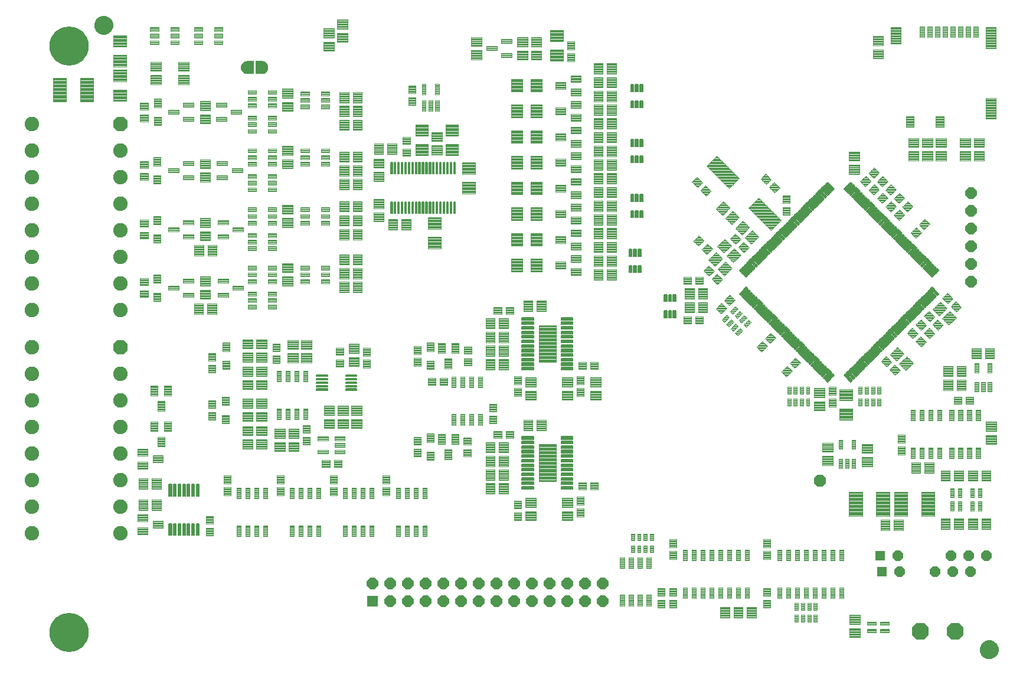
<source format=gts>
G75*
%MOIN*%
%OFA0B0*%
%FSLAX25Y25*%
%IPPOS*%
%LPD*%
%AMOC8*
5,1,8,0,0,1.08239X$1,22.5*
%
%ADD10C,0.13098*%
%ADD11OC8,0.06406*%
%ADD12R,0.06406X0.06406*%
%ADD13C,0.00494*%
%ADD14C,0.00500*%
%ADD15OC8,0.08177*%
%ADD16C,0.08177*%
%ADD17OC8,0.09555*%
%ADD18C,0.00493*%
%ADD19C,0.00449*%
%ADD20C,0.00600*%
%ADD21C,0.00444*%
%ADD22C,0.00486*%
%ADD23C,0.00551*%
%ADD24C,0.00400*%
%ADD25C,0.00487*%
%ADD26C,0.00399*%
%ADD27R,0.05815X0.05815*%
%ADD28OC8,0.05815*%
%ADD29C,0.00545*%
%ADD30C,0.00419*%
%ADD31C,0.00408*%
%ADD32C,0.00488*%
%ADD33C,0.00435*%
%ADD34C,0.00435*%
%ADD35C,0.00525*%
%ADD36C,0.00616*%
%ADD37C,0.00100*%
%ADD38OC8,0.06996*%
%ADD39C,0.22154*%
D10*
X0137995Y0087673D03*
X0137995Y0418382D03*
D11*
X0309333Y0115232D03*
X0319333Y0115232D03*
X0329333Y0115232D03*
X0339333Y0115232D03*
X0349333Y0115232D03*
X0359333Y0115232D03*
X0369333Y0115232D03*
X0379333Y0115232D03*
X0389333Y0115232D03*
X0399333Y0115232D03*
X0409333Y0115232D03*
X0419333Y0115232D03*
X0429333Y0115232D03*
X0439333Y0115232D03*
X0439333Y0105232D03*
X0429333Y0105232D03*
X0419333Y0105232D03*
X0409333Y0105232D03*
X0399333Y0105232D03*
X0389333Y0105232D03*
X0379333Y0105232D03*
X0369333Y0105232D03*
X0359333Y0105232D03*
X0349333Y0105232D03*
X0339333Y0105232D03*
X0329333Y0105232D03*
X0319333Y0105232D03*
X0647438Y0285520D03*
X0647438Y0295520D03*
X0647438Y0305520D03*
X0647438Y0315520D03*
X0647438Y0325520D03*
X0647438Y0335520D03*
D12*
X0309333Y0105232D03*
D13*
X0455386Y0132702D02*
X0457360Y0132702D01*
X0455386Y0132702D02*
X0455386Y0136644D01*
X0457360Y0136644D01*
X0457360Y0132702D01*
X0457360Y0133195D02*
X0455386Y0133195D01*
X0455386Y0133688D02*
X0457360Y0133688D01*
X0457360Y0134181D02*
X0455386Y0134181D01*
X0455386Y0134674D02*
X0457360Y0134674D01*
X0457360Y0135167D02*
X0455386Y0135167D01*
X0455386Y0135660D02*
X0457360Y0135660D01*
X0457360Y0136153D02*
X0455386Y0136153D01*
X0458929Y0132702D02*
X0460903Y0132702D01*
X0458929Y0132702D02*
X0458929Y0136644D01*
X0460903Y0136644D01*
X0460903Y0132702D01*
X0460903Y0133195D02*
X0458929Y0133195D01*
X0458929Y0133688D02*
X0460903Y0133688D01*
X0460903Y0134181D02*
X0458929Y0134181D01*
X0458929Y0134674D02*
X0460903Y0134674D01*
X0460903Y0135167D02*
X0458929Y0135167D01*
X0458929Y0135660D02*
X0460903Y0135660D01*
X0460903Y0136153D02*
X0458929Y0136153D01*
X0462472Y0132702D02*
X0464446Y0132702D01*
X0462472Y0132702D02*
X0462472Y0136644D01*
X0464446Y0136644D01*
X0464446Y0132702D01*
X0464446Y0133195D02*
X0462472Y0133195D01*
X0462472Y0133688D02*
X0464446Y0133688D01*
X0464446Y0134181D02*
X0462472Y0134181D01*
X0462472Y0134674D02*
X0464446Y0134674D01*
X0464446Y0135167D02*
X0462472Y0135167D01*
X0462472Y0135660D02*
X0464446Y0135660D01*
X0464446Y0136153D02*
X0462472Y0136153D01*
X0466016Y0132702D02*
X0467990Y0132702D01*
X0466016Y0132702D02*
X0466016Y0136644D01*
X0467990Y0136644D01*
X0467990Y0132702D01*
X0467990Y0133195D02*
X0466016Y0133195D01*
X0466016Y0133688D02*
X0467990Y0133688D01*
X0467990Y0134181D02*
X0466016Y0134181D01*
X0466016Y0134674D02*
X0467990Y0134674D01*
X0467990Y0135167D02*
X0466016Y0135167D01*
X0466016Y0135660D02*
X0467990Y0135660D01*
X0467990Y0136153D02*
X0466016Y0136153D01*
X0466016Y0139395D02*
X0467990Y0139395D01*
X0466016Y0139395D02*
X0466016Y0143337D01*
X0467990Y0143337D01*
X0467990Y0139395D01*
X0467990Y0139888D02*
X0466016Y0139888D01*
X0466016Y0140381D02*
X0467990Y0140381D01*
X0467990Y0140874D02*
X0466016Y0140874D01*
X0466016Y0141367D02*
X0467990Y0141367D01*
X0467990Y0141860D02*
X0466016Y0141860D01*
X0466016Y0142353D02*
X0467990Y0142353D01*
X0467990Y0142846D02*
X0466016Y0142846D01*
X0464446Y0139395D02*
X0462472Y0139395D01*
X0462472Y0143337D01*
X0464446Y0143337D01*
X0464446Y0139395D01*
X0464446Y0139888D02*
X0462472Y0139888D01*
X0462472Y0140381D02*
X0464446Y0140381D01*
X0464446Y0140874D02*
X0462472Y0140874D01*
X0462472Y0141367D02*
X0464446Y0141367D01*
X0464446Y0141860D02*
X0462472Y0141860D01*
X0462472Y0142353D02*
X0464446Y0142353D01*
X0464446Y0142846D02*
X0462472Y0142846D01*
X0460903Y0139395D02*
X0458929Y0139395D01*
X0458929Y0143337D01*
X0460903Y0143337D01*
X0460903Y0139395D01*
X0460903Y0139888D02*
X0458929Y0139888D01*
X0458929Y0140381D02*
X0460903Y0140381D01*
X0460903Y0140874D02*
X0458929Y0140874D01*
X0458929Y0141367D02*
X0460903Y0141367D01*
X0460903Y0141860D02*
X0458929Y0141860D01*
X0458929Y0142353D02*
X0460903Y0142353D01*
X0460903Y0142846D02*
X0458929Y0142846D01*
X0457360Y0139395D02*
X0455386Y0139395D01*
X0455386Y0143337D01*
X0457360Y0143337D01*
X0457360Y0139395D01*
X0457360Y0139888D02*
X0455386Y0139888D01*
X0455386Y0140381D02*
X0457360Y0140381D01*
X0457360Y0140874D02*
X0455386Y0140874D01*
X0455386Y0141367D02*
X0457360Y0141367D01*
X0457360Y0141860D02*
X0455386Y0141860D01*
X0455386Y0142353D02*
X0457360Y0142353D01*
X0457360Y0142846D02*
X0455386Y0142846D01*
X0547886Y0104087D02*
X0549860Y0104087D01*
X0549860Y0100145D01*
X0547886Y0100145D01*
X0547886Y0104087D01*
X0547886Y0100638D02*
X0549860Y0100638D01*
X0549860Y0101131D02*
X0547886Y0101131D01*
X0547886Y0101624D02*
X0549860Y0101624D01*
X0549860Y0102117D02*
X0547886Y0102117D01*
X0547886Y0102610D02*
X0549860Y0102610D01*
X0549860Y0103103D02*
X0547886Y0103103D01*
X0547886Y0103596D02*
X0549860Y0103596D01*
X0551429Y0104087D02*
X0553403Y0104087D01*
X0553403Y0100145D01*
X0551429Y0100145D01*
X0551429Y0104087D01*
X0551429Y0100638D02*
X0553403Y0100638D01*
X0553403Y0101131D02*
X0551429Y0101131D01*
X0551429Y0101624D02*
X0553403Y0101624D01*
X0553403Y0102117D02*
X0551429Y0102117D01*
X0551429Y0102610D02*
X0553403Y0102610D01*
X0553403Y0103103D02*
X0551429Y0103103D01*
X0551429Y0103596D02*
X0553403Y0103596D01*
X0554972Y0104087D02*
X0556946Y0104087D01*
X0556946Y0100145D01*
X0554972Y0100145D01*
X0554972Y0104087D01*
X0554972Y0100638D02*
X0556946Y0100638D01*
X0556946Y0101131D02*
X0554972Y0101131D01*
X0554972Y0101624D02*
X0556946Y0101624D01*
X0556946Y0102117D02*
X0554972Y0102117D01*
X0554972Y0102610D02*
X0556946Y0102610D01*
X0556946Y0103103D02*
X0554972Y0103103D01*
X0554972Y0103596D02*
X0556946Y0103596D01*
X0558516Y0104087D02*
X0560490Y0104087D01*
X0560490Y0100145D01*
X0558516Y0100145D01*
X0558516Y0104087D01*
X0558516Y0100638D02*
X0560490Y0100638D01*
X0560490Y0101131D02*
X0558516Y0101131D01*
X0558516Y0101624D02*
X0560490Y0101624D01*
X0560490Y0102117D02*
X0558516Y0102117D01*
X0558516Y0102610D02*
X0560490Y0102610D01*
X0560490Y0103103D02*
X0558516Y0103103D01*
X0558516Y0103596D02*
X0560490Y0103596D01*
X0560490Y0097394D02*
X0558516Y0097394D01*
X0560490Y0097394D02*
X0560490Y0093452D01*
X0558516Y0093452D01*
X0558516Y0097394D01*
X0558516Y0093945D02*
X0560490Y0093945D01*
X0560490Y0094438D02*
X0558516Y0094438D01*
X0558516Y0094931D02*
X0560490Y0094931D01*
X0560490Y0095424D02*
X0558516Y0095424D01*
X0558516Y0095917D02*
X0560490Y0095917D01*
X0560490Y0096410D02*
X0558516Y0096410D01*
X0558516Y0096903D02*
X0560490Y0096903D01*
X0556946Y0097394D02*
X0554972Y0097394D01*
X0556946Y0097394D02*
X0556946Y0093452D01*
X0554972Y0093452D01*
X0554972Y0097394D01*
X0554972Y0093945D02*
X0556946Y0093945D01*
X0556946Y0094438D02*
X0554972Y0094438D01*
X0554972Y0094931D02*
X0556946Y0094931D01*
X0556946Y0095424D02*
X0554972Y0095424D01*
X0554972Y0095917D02*
X0556946Y0095917D01*
X0556946Y0096410D02*
X0554972Y0096410D01*
X0554972Y0096903D02*
X0556946Y0096903D01*
X0553403Y0097394D02*
X0551429Y0097394D01*
X0553403Y0097394D02*
X0553403Y0093452D01*
X0551429Y0093452D01*
X0551429Y0097394D01*
X0551429Y0093945D02*
X0553403Y0093945D01*
X0553403Y0094438D02*
X0551429Y0094438D01*
X0551429Y0094931D02*
X0553403Y0094931D01*
X0553403Y0095424D02*
X0551429Y0095424D01*
X0551429Y0095917D02*
X0553403Y0095917D01*
X0553403Y0096410D02*
X0551429Y0096410D01*
X0551429Y0096903D02*
X0553403Y0096903D01*
X0549860Y0097394D02*
X0547886Y0097394D01*
X0549860Y0097394D02*
X0549860Y0093452D01*
X0547886Y0093452D01*
X0547886Y0097394D01*
X0547886Y0093945D02*
X0549860Y0093945D01*
X0549860Y0094438D02*
X0547886Y0094438D01*
X0547886Y0094931D02*
X0549860Y0094931D01*
X0549860Y0095424D02*
X0547886Y0095424D01*
X0547886Y0095917D02*
X0549860Y0095917D01*
X0549860Y0096410D02*
X0547886Y0096410D01*
X0547886Y0096903D02*
X0549860Y0096903D01*
X0588636Y0091698D02*
X0593760Y0091698D01*
X0588636Y0091698D02*
X0588636Y0093672D01*
X0593760Y0093672D01*
X0593760Y0091698D01*
X0593760Y0092191D02*
X0588636Y0092191D01*
X0588636Y0092684D02*
X0593760Y0092684D01*
X0593760Y0093177D02*
X0588636Y0093177D01*
X0588636Y0093670D02*
X0593760Y0093670D01*
X0596116Y0091698D02*
X0601240Y0091698D01*
X0596116Y0091698D02*
X0596116Y0093672D01*
X0601240Y0093672D01*
X0601240Y0091698D01*
X0601240Y0092191D02*
X0596116Y0092191D01*
X0596116Y0092684D02*
X0601240Y0092684D01*
X0601240Y0093177D02*
X0596116Y0093177D01*
X0596116Y0093670D02*
X0601240Y0093670D01*
X0601240Y0087367D02*
X0596116Y0087367D01*
X0596116Y0089341D01*
X0601240Y0089341D01*
X0601240Y0087367D01*
X0601240Y0087860D02*
X0596116Y0087860D01*
X0596116Y0088353D02*
X0601240Y0088353D01*
X0601240Y0088846D02*
X0596116Y0088846D01*
X0596116Y0089339D02*
X0601240Y0089339D01*
X0593760Y0087367D02*
X0588636Y0087367D01*
X0588636Y0089341D01*
X0593760Y0089341D01*
X0593760Y0087367D01*
X0593760Y0087860D02*
X0588636Y0087860D01*
X0588636Y0088353D02*
X0593760Y0088353D01*
X0593760Y0088846D02*
X0588636Y0088846D01*
X0588636Y0089339D02*
X0593760Y0089339D01*
X0637759Y0156218D02*
X0637759Y0161342D01*
X0637759Y0156218D02*
X0635785Y0156218D01*
X0635785Y0161342D01*
X0637759Y0161342D01*
X0637759Y0156711D02*
X0635785Y0156711D01*
X0635785Y0157204D02*
X0637759Y0157204D01*
X0637759Y0157697D02*
X0635785Y0157697D01*
X0635785Y0158190D02*
X0637759Y0158190D01*
X0637759Y0158683D02*
X0635785Y0158683D01*
X0635785Y0159176D02*
X0637759Y0159176D01*
X0637759Y0159669D02*
X0635785Y0159669D01*
X0635785Y0160162D02*
X0637759Y0160162D01*
X0637759Y0160655D02*
X0635785Y0160655D01*
X0635785Y0161148D02*
X0637759Y0161148D01*
X0642090Y0161342D02*
X0642090Y0156218D01*
X0640116Y0156218D01*
X0640116Y0161342D01*
X0642090Y0161342D01*
X0642090Y0156711D02*
X0640116Y0156711D01*
X0640116Y0157204D02*
X0642090Y0157204D01*
X0642090Y0157697D02*
X0640116Y0157697D01*
X0640116Y0158190D02*
X0642090Y0158190D01*
X0642090Y0158683D02*
X0640116Y0158683D01*
X0640116Y0159176D02*
X0642090Y0159176D01*
X0642090Y0159669D02*
X0640116Y0159669D01*
X0640116Y0160162D02*
X0642090Y0160162D01*
X0642090Y0160655D02*
X0640116Y0160655D01*
X0640116Y0161148D02*
X0642090Y0161148D01*
X0642090Y0163698D02*
X0642090Y0168822D01*
X0642090Y0163698D02*
X0640116Y0163698D01*
X0640116Y0168822D01*
X0642090Y0168822D01*
X0642090Y0164191D02*
X0640116Y0164191D01*
X0640116Y0164684D02*
X0642090Y0164684D01*
X0642090Y0165177D02*
X0640116Y0165177D01*
X0640116Y0165670D02*
X0642090Y0165670D01*
X0642090Y0166163D02*
X0640116Y0166163D01*
X0640116Y0166656D02*
X0642090Y0166656D01*
X0642090Y0167149D02*
X0640116Y0167149D01*
X0640116Y0167642D02*
X0642090Y0167642D01*
X0642090Y0168135D02*
X0640116Y0168135D01*
X0640116Y0168628D02*
X0642090Y0168628D01*
X0637759Y0168822D02*
X0637759Y0163698D01*
X0635785Y0163698D01*
X0635785Y0168822D01*
X0637759Y0168822D01*
X0637759Y0164191D02*
X0635785Y0164191D01*
X0635785Y0164684D02*
X0637759Y0164684D01*
X0637759Y0165177D02*
X0635785Y0165177D01*
X0635785Y0165670D02*
X0637759Y0165670D01*
X0637759Y0166163D02*
X0635785Y0166163D01*
X0635785Y0166656D02*
X0637759Y0166656D01*
X0637759Y0167149D02*
X0635785Y0167149D01*
X0635785Y0167642D02*
X0637759Y0167642D01*
X0637759Y0168135D02*
X0635785Y0168135D01*
X0635785Y0168628D02*
X0637759Y0168628D01*
X0649009Y0168822D02*
X0649009Y0163698D01*
X0647035Y0163698D01*
X0647035Y0168822D01*
X0649009Y0168822D01*
X0649009Y0164191D02*
X0647035Y0164191D01*
X0647035Y0164684D02*
X0649009Y0164684D01*
X0649009Y0165177D02*
X0647035Y0165177D01*
X0647035Y0165670D02*
X0649009Y0165670D01*
X0649009Y0166163D02*
X0647035Y0166163D01*
X0647035Y0166656D02*
X0649009Y0166656D01*
X0649009Y0167149D02*
X0647035Y0167149D01*
X0647035Y0167642D02*
X0649009Y0167642D01*
X0649009Y0168135D02*
X0647035Y0168135D01*
X0647035Y0168628D02*
X0649009Y0168628D01*
X0653340Y0168822D02*
X0653340Y0163698D01*
X0651366Y0163698D01*
X0651366Y0168822D01*
X0653340Y0168822D01*
X0653340Y0164191D02*
X0651366Y0164191D01*
X0651366Y0164684D02*
X0653340Y0164684D01*
X0653340Y0165177D02*
X0651366Y0165177D01*
X0651366Y0165670D02*
X0653340Y0165670D01*
X0653340Y0166163D02*
X0651366Y0166163D01*
X0651366Y0166656D02*
X0653340Y0166656D01*
X0653340Y0167149D02*
X0651366Y0167149D01*
X0651366Y0167642D02*
X0653340Y0167642D01*
X0653340Y0168135D02*
X0651366Y0168135D01*
X0651366Y0168628D02*
X0653340Y0168628D01*
X0653340Y0161342D02*
X0653340Y0156218D01*
X0651366Y0156218D01*
X0651366Y0161342D01*
X0653340Y0161342D01*
X0653340Y0156711D02*
X0651366Y0156711D01*
X0651366Y0157204D02*
X0653340Y0157204D01*
X0653340Y0157697D02*
X0651366Y0157697D01*
X0651366Y0158190D02*
X0653340Y0158190D01*
X0653340Y0158683D02*
X0651366Y0158683D01*
X0651366Y0159176D02*
X0653340Y0159176D01*
X0653340Y0159669D02*
X0651366Y0159669D01*
X0651366Y0160162D02*
X0653340Y0160162D01*
X0653340Y0160655D02*
X0651366Y0160655D01*
X0651366Y0161148D02*
X0653340Y0161148D01*
X0649009Y0161342D02*
X0649009Y0156218D01*
X0647035Y0156218D01*
X0647035Y0161342D01*
X0649009Y0161342D01*
X0649009Y0156711D02*
X0647035Y0156711D01*
X0647035Y0157204D02*
X0649009Y0157204D01*
X0649009Y0157697D02*
X0647035Y0157697D01*
X0647035Y0158190D02*
X0649009Y0158190D01*
X0649009Y0158683D02*
X0647035Y0158683D01*
X0647035Y0159176D02*
X0649009Y0159176D01*
X0649009Y0159669D02*
X0647035Y0159669D01*
X0647035Y0160162D02*
X0649009Y0160162D01*
X0649009Y0160655D02*
X0647035Y0160655D01*
X0647035Y0161148D02*
X0649009Y0161148D01*
X0596490Y0215452D02*
X0594516Y0215452D01*
X0594516Y0219394D01*
X0596490Y0219394D01*
X0596490Y0215452D01*
X0596490Y0215945D02*
X0594516Y0215945D01*
X0594516Y0216438D02*
X0596490Y0216438D01*
X0596490Y0216931D02*
X0594516Y0216931D01*
X0594516Y0217424D02*
X0596490Y0217424D01*
X0596490Y0217917D02*
X0594516Y0217917D01*
X0594516Y0218410D02*
X0596490Y0218410D01*
X0596490Y0218903D02*
X0594516Y0218903D01*
X0592946Y0215452D02*
X0590972Y0215452D01*
X0590972Y0219394D01*
X0592946Y0219394D01*
X0592946Y0215452D01*
X0592946Y0215945D02*
X0590972Y0215945D01*
X0590972Y0216438D02*
X0592946Y0216438D01*
X0592946Y0216931D02*
X0590972Y0216931D01*
X0590972Y0217424D02*
X0592946Y0217424D01*
X0592946Y0217917D02*
X0590972Y0217917D01*
X0590972Y0218410D02*
X0592946Y0218410D01*
X0592946Y0218903D02*
X0590972Y0218903D01*
X0589403Y0215452D02*
X0587429Y0215452D01*
X0587429Y0219394D01*
X0589403Y0219394D01*
X0589403Y0215452D01*
X0589403Y0215945D02*
X0587429Y0215945D01*
X0587429Y0216438D02*
X0589403Y0216438D01*
X0589403Y0216931D02*
X0587429Y0216931D01*
X0587429Y0217424D02*
X0589403Y0217424D01*
X0589403Y0217917D02*
X0587429Y0217917D01*
X0587429Y0218410D02*
X0589403Y0218410D01*
X0589403Y0218903D02*
X0587429Y0218903D01*
X0585860Y0215452D02*
X0583886Y0215452D01*
X0583886Y0219394D01*
X0585860Y0219394D01*
X0585860Y0215452D01*
X0585860Y0215945D02*
X0583886Y0215945D01*
X0583886Y0216438D02*
X0585860Y0216438D01*
X0585860Y0216931D02*
X0583886Y0216931D01*
X0583886Y0217424D02*
X0585860Y0217424D01*
X0585860Y0217917D02*
X0583886Y0217917D01*
X0583886Y0218410D02*
X0585860Y0218410D01*
X0585860Y0218903D02*
X0583886Y0218903D01*
X0583886Y0222145D02*
X0585860Y0222145D01*
X0583886Y0222145D02*
X0583886Y0226087D01*
X0585860Y0226087D01*
X0585860Y0222145D01*
X0585860Y0222638D02*
X0583886Y0222638D01*
X0583886Y0223131D02*
X0585860Y0223131D01*
X0585860Y0223624D02*
X0583886Y0223624D01*
X0583886Y0224117D02*
X0585860Y0224117D01*
X0585860Y0224610D02*
X0583886Y0224610D01*
X0583886Y0225103D02*
X0585860Y0225103D01*
X0585860Y0225596D02*
X0583886Y0225596D01*
X0587429Y0222145D02*
X0589403Y0222145D01*
X0587429Y0222145D02*
X0587429Y0226087D01*
X0589403Y0226087D01*
X0589403Y0222145D01*
X0589403Y0222638D02*
X0587429Y0222638D01*
X0587429Y0223131D02*
X0589403Y0223131D01*
X0589403Y0223624D02*
X0587429Y0223624D01*
X0587429Y0224117D02*
X0589403Y0224117D01*
X0589403Y0224610D02*
X0587429Y0224610D01*
X0587429Y0225103D02*
X0589403Y0225103D01*
X0589403Y0225596D02*
X0587429Y0225596D01*
X0590972Y0222145D02*
X0592946Y0222145D01*
X0590972Y0222145D02*
X0590972Y0226087D01*
X0592946Y0226087D01*
X0592946Y0222145D01*
X0592946Y0222638D02*
X0590972Y0222638D01*
X0590972Y0223131D02*
X0592946Y0223131D01*
X0592946Y0223624D02*
X0590972Y0223624D01*
X0590972Y0224117D02*
X0592946Y0224117D01*
X0592946Y0224610D02*
X0590972Y0224610D01*
X0590972Y0225103D02*
X0592946Y0225103D01*
X0592946Y0225596D02*
X0590972Y0225596D01*
X0594516Y0222145D02*
X0596490Y0222145D01*
X0594516Y0222145D02*
X0594516Y0226087D01*
X0596490Y0226087D01*
X0596490Y0222145D01*
X0596490Y0222638D02*
X0594516Y0222638D01*
X0594516Y0223131D02*
X0596490Y0223131D01*
X0596490Y0223624D02*
X0594516Y0223624D01*
X0594516Y0224117D02*
X0596490Y0224117D01*
X0596490Y0224610D02*
X0594516Y0224610D01*
X0594516Y0225103D02*
X0596490Y0225103D01*
X0596490Y0225596D02*
X0594516Y0225596D01*
X0556240Y0222145D02*
X0554266Y0222145D01*
X0554266Y0226087D01*
X0556240Y0226087D01*
X0556240Y0222145D01*
X0556240Y0222638D02*
X0554266Y0222638D01*
X0554266Y0223131D02*
X0556240Y0223131D01*
X0556240Y0223624D02*
X0554266Y0223624D01*
X0554266Y0224117D02*
X0556240Y0224117D01*
X0556240Y0224610D02*
X0554266Y0224610D01*
X0554266Y0225103D02*
X0556240Y0225103D01*
X0556240Y0225596D02*
X0554266Y0225596D01*
X0552696Y0222145D02*
X0550722Y0222145D01*
X0550722Y0226087D01*
X0552696Y0226087D01*
X0552696Y0222145D01*
X0552696Y0222638D02*
X0550722Y0222638D01*
X0550722Y0223131D02*
X0552696Y0223131D01*
X0552696Y0223624D02*
X0550722Y0223624D01*
X0550722Y0224117D02*
X0552696Y0224117D01*
X0552696Y0224610D02*
X0550722Y0224610D01*
X0550722Y0225103D02*
X0552696Y0225103D01*
X0552696Y0225596D02*
X0550722Y0225596D01*
X0549153Y0222145D02*
X0547179Y0222145D01*
X0547179Y0226087D01*
X0549153Y0226087D01*
X0549153Y0222145D01*
X0549153Y0222638D02*
X0547179Y0222638D01*
X0547179Y0223131D02*
X0549153Y0223131D01*
X0549153Y0223624D02*
X0547179Y0223624D01*
X0547179Y0224117D02*
X0549153Y0224117D01*
X0549153Y0224610D02*
X0547179Y0224610D01*
X0547179Y0225103D02*
X0549153Y0225103D01*
X0549153Y0225596D02*
X0547179Y0225596D01*
X0545610Y0222145D02*
X0543636Y0222145D01*
X0543636Y0226087D01*
X0545610Y0226087D01*
X0545610Y0222145D01*
X0545610Y0222638D02*
X0543636Y0222638D01*
X0543636Y0223131D02*
X0545610Y0223131D01*
X0545610Y0223624D02*
X0543636Y0223624D01*
X0543636Y0224117D02*
X0545610Y0224117D01*
X0545610Y0224610D02*
X0543636Y0224610D01*
X0543636Y0225103D02*
X0545610Y0225103D01*
X0545610Y0225596D02*
X0543636Y0225596D01*
X0543636Y0215452D02*
X0545610Y0215452D01*
X0543636Y0215452D02*
X0543636Y0219394D01*
X0545610Y0219394D01*
X0545610Y0215452D01*
X0545610Y0215945D02*
X0543636Y0215945D01*
X0543636Y0216438D02*
X0545610Y0216438D01*
X0545610Y0216931D02*
X0543636Y0216931D01*
X0543636Y0217424D02*
X0545610Y0217424D01*
X0545610Y0217917D02*
X0543636Y0217917D01*
X0543636Y0218410D02*
X0545610Y0218410D01*
X0545610Y0218903D02*
X0543636Y0218903D01*
X0547179Y0215452D02*
X0549153Y0215452D01*
X0547179Y0215452D02*
X0547179Y0219394D01*
X0549153Y0219394D01*
X0549153Y0215452D01*
X0549153Y0215945D02*
X0547179Y0215945D01*
X0547179Y0216438D02*
X0549153Y0216438D01*
X0549153Y0216931D02*
X0547179Y0216931D01*
X0547179Y0217424D02*
X0549153Y0217424D01*
X0549153Y0217917D02*
X0547179Y0217917D01*
X0547179Y0218410D02*
X0549153Y0218410D01*
X0549153Y0218903D02*
X0547179Y0218903D01*
X0550722Y0215452D02*
X0552696Y0215452D01*
X0550722Y0215452D02*
X0550722Y0219394D01*
X0552696Y0219394D01*
X0552696Y0215452D01*
X0552696Y0215945D02*
X0550722Y0215945D01*
X0550722Y0216438D02*
X0552696Y0216438D01*
X0552696Y0216931D02*
X0550722Y0216931D01*
X0550722Y0217424D02*
X0552696Y0217424D01*
X0552696Y0217917D02*
X0550722Y0217917D01*
X0550722Y0218410D02*
X0552696Y0218410D01*
X0552696Y0218903D02*
X0550722Y0218903D01*
X0554266Y0215452D02*
X0556240Y0215452D01*
X0554266Y0215452D02*
X0554266Y0219394D01*
X0556240Y0219394D01*
X0556240Y0215452D01*
X0556240Y0215945D02*
X0554266Y0215945D01*
X0554266Y0216438D02*
X0556240Y0216438D01*
X0556240Y0216931D02*
X0554266Y0216931D01*
X0554266Y0217424D02*
X0556240Y0217424D01*
X0556240Y0217917D02*
X0554266Y0217917D01*
X0554266Y0218410D02*
X0556240Y0218410D01*
X0556240Y0218903D02*
X0554266Y0218903D01*
X0515635Y0255054D02*
X0514239Y0256450D01*
X0517025Y0259236D01*
X0518421Y0257840D01*
X0515635Y0255054D01*
X0516128Y0255547D02*
X0515142Y0255547D01*
X0514649Y0256040D02*
X0516621Y0256040D01*
X0517114Y0256533D02*
X0514322Y0256533D01*
X0514815Y0257026D02*
X0517607Y0257026D01*
X0518100Y0257519D02*
X0515308Y0257519D01*
X0515801Y0258012D02*
X0518249Y0258012D01*
X0517756Y0258505D02*
X0516294Y0258505D01*
X0516787Y0258998D02*
X0517263Y0258998D01*
X0513129Y0257560D02*
X0511733Y0258956D01*
X0514519Y0261742D01*
X0515915Y0260346D01*
X0513129Y0257560D01*
X0513622Y0258053D02*
X0512636Y0258053D01*
X0512143Y0258546D02*
X0514115Y0258546D01*
X0514608Y0259039D02*
X0511816Y0259039D01*
X0512309Y0259532D02*
X0515101Y0259532D01*
X0515594Y0260025D02*
X0512802Y0260025D01*
X0513295Y0260518D02*
X0515743Y0260518D01*
X0515250Y0261011D02*
X0513788Y0261011D01*
X0514281Y0261504D02*
X0514757Y0261504D01*
X0510624Y0260065D02*
X0509228Y0261461D01*
X0512014Y0264247D01*
X0513410Y0262851D01*
X0510624Y0260065D01*
X0511117Y0260558D02*
X0510131Y0260558D01*
X0509638Y0261051D02*
X0511610Y0261051D01*
X0512103Y0261544D02*
X0509311Y0261544D01*
X0509804Y0262037D02*
X0512596Y0262037D01*
X0513089Y0262530D02*
X0510297Y0262530D01*
X0510790Y0263023D02*
X0513238Y0263023D01*
X0512745Y0263516D02*
X0511283Y0263516D01*
X0511776Y0264009D02*
X0512252Y0264009D01*
X0508118Y0262571D02*
X0506722Y0263967D01*
X0509508Y0266753D01*
X0510904Y0265357D01*
X0508118Y0262571D01*
X0508611Y0263064D02*
X0507625Y0263064D01*
X0507132Y0263557D02*
X0509104Y0263557D01*
X0509597Y0264050D02*
X0506805Y0264050D01*
X0507298Y0264543D02*
X0510090Y0264543D01*
X0510583Y0265036D02*
X0507791Y0265036D01*
X0508284Y0265529D02*
X0510732Y0265529D01*
X0510239Y0266022D02*
X0508777Y0266022D01*
X0509270Y0266515D02*
X0509746Y0266515D01*
X0511455Y0268699D02*
X0512851Y0267303D01*
X0511455Y0268699D02*
X0514241Y0271485D01*
X0515637Y0270089D01*
X0512851Y0267303D01*
X0513344Y0267796D02*
X0512358Y0267796D01*
X0511865Y0268289D02*
X0513837Y0268289D01*
X0514330Y0268782D02*
X0511538Y0268782D01*
X0512031Y0269275D02*
X0514823Y0269275D01*
X0515316Y0269768D02*
X0512524Y0269768D01*
X0513017Y0270261D02*
X0515465Y0270261D01*
X0514972Y0270754D02*
X0513510Y0270754D01*
X0514003Y0271247D02*
X0514479Y0271247D01*
X0513960Y0266194D02*
X0515356Y0264798D01*
X0513960Y0266194D02*
X0516746Y0268980D01*
X0518142Y0267584D01*
X0515356Y0264798D01*
X0515849Y0265291D02*
X0514863Y0265291D01*
X0514370Y0265784D02*
X0516342Y0265784D01*
X0516835Y0266277D02*
X0514043Y0266277D01*
X0514536Y0266770D02*
X0517328Y0266770D01*
X0517821Y0267263D02*
X0515029Y0267263D01*
X0515522Y0267756D02*
X0517970Y0267756D01*
X0517477Y0268249D02*
X0516015Y0268249D01*
X0516508Y0268742D02*
X0516984Y0268742D01*
X0516466Y0263688D02*
X0517862Y0262292D01*
X0516466Y0263688D02*
X0519252Y0266474D01*
X0520648Y0265078D01*
X0517862Y0262292D01*
X0518355Y0262785D02*
X0517369Y0262785D01*
X0516876Y0263278D02*
X0518848Y0263278D01*
X0519341Y0263771D02*
X0516549Y0263771D01*
X0517042Y0264264D02*
X0519834Y0264264D01*
X0520327Y0264757D02*
X0517535Y0264757D01*
X0518028Y0265250D02*
X0520476Y0265250D01*
X0519983Y0265743D02*
X0518521Y0265743D01*
X0519014Y0266236D02*
X0519490Y0266236D01*
X0518971Y0261183D02*
X0520367Y0259787D01*
X0518971Y0261183D02*
X0521757Y0263969D01*
X0523153Y0262573D01*
X0520367Y0259787D01*
X0520860Y0260280D02*
X0519874Y0260280D01*
X0519381Y0260773D02*
X0521353Y0260773D01*
X0521846Y0261266D02*
X0519054Y0261266D01*
X0519547Y0261759D02*
X0522339Y0261759D01*
X0522832Y0262252D02*
X0520040Y0262252D01*
X0520533Y0262745D02*
X0522981Y0262745D01*
X0522488Y0263238D02*
X0521026Y0263238D01*
X0521519Y0263731D02*
X0521995Y0263731D01*
D14*
X0654466Y0081661D02*
X0655180Y0082161D01*
X0655970Y0082529D01*
X0656812Y0082755D01*
X0657680Y0082831D01*
X0658548Y0082755D01*
X0659390Y0082529D01*
X0660180Y0082161D01*
X0660894Y0081661D01*
X0661510Y0081045D01*
X0662010Y0080331D01*
X0662378Y0079541D01*
X0662604Y0078699D01*
X0662680Y0077831D01*
X0662604Y0076962D01*
X0662378Y0076121D01*
X0662010Y0075331D01*
X0661510Y0074617D01*
X0660894Y0074000D01*
X0660180Y0073501D01*
X0659390Y0073132D01*
X0658548Y0072907D01*
X0657680Y0072831D01*
X0656812Y0072907D01*
X0655970Y0073132D01*
X0655180Y0073501D01*
X0654466Y0074000D01*
X0653850Y0074617D01*
X0653350Y0075331D01*
X0652981Y0076121D01*
X0652756Y0076962D01*
X0652680Y0077831D01*
X0652756Y0078699D01*
X0652981Y0079541D01*
X0653350Y0080331D01*
X0653850Y0081045D01*
X0654466Y0081661D01*
X0654278Y0081474D02*
X0661081Y0081474D01*
X0661559Y0080975D02*
X0653801Y0080975D01*
X0653452Y0080477D02*
X0661908Y0080477D01*
X0662174Y0079978D02*
X0653185Y0079978D01*
X0652965Y0079479D02*
X0662395Y0079479D01*
X0662528Y0078981D02*
X0652831Y0078981D01*
X0652737Y0078482D02*
X0662623Y0078482D01*
X0662666Y0077984D02*
X0652693Y0077984D01*
X0652710Y0077485D02*
X0662650Y0077485D01*
X0662606Y0076987D02*
X0652754Y0076987D01*
X0652883Y0076488D02*
X0662477Y0076488D01*
X0662317Y0075990D02*
X0653042Y0075990D01*
X0653275Y0075491D02*
X0662085Y0075491D01*
X0661773Y0074993D02*
X0653586Y0074993D01*
X0653972Y0074494D02*
X0661388Y0074494D01*
X0660887Y0073996D02*
X0654472Y0073996D01*
X0655187Y0073497D02*
X0660173Y0073497D01*
X0658892Y0072999D02*
X0656468Y0072999D01*
X0654910Y0081972D02*
X0660449Y0081972D01*
X0659516Y0082471D02*
X0655844Y0082471D01*
X0160894Y0426363D02*
X0160180Y0425863D01*
X0159390Y0425494D01*
X0158548Y0425269D01*
X0157680Y0425193D01*
X0156812Y0425269D01*
X0155970Y0425494D01*
X0155180Y0425863D01*
X0154466Y0426363D01*
X0153850Y0426979D01*
X0153350Y0427693D01*
X0152981Y0428483D01*
X0152756Y0429325D01*
X0152680Y0430193D01*
X0152756Y0431061D01*
X0152981Y0431903D01*
X0153350Y0432693D01*
X0153850Y0433407D01*
X0154466Y0434023D01*
X0155180Y0434523D01*
X0155970Y0434891D01*
X0156812Y0435117D01*
X0157680Y0435193D01*
X0158548Y0435117D01*
X0159390Y0434891D01*
X0160180Y0434523D01*
X0160894Y0434023D01*
X0161510Y0433407D01*
X0162010Y0432693D01*
X0162378Y0431903D01*
X0162604Y0431061D01*
X0162680Y0430193D01*
X0162604Y0429325D01*
X0162378Y0428483D01*
X0162010Y0427693D01*
X0161510Y0426979D01*
X0160894Y0426363D01*
X0160974Y0426443D02*
X0154385Y0426443D01*
X0153887Y0426942D02*
X0161473Y0426942D01*
X0161833Y0427440D02*
X0153526Y0427440D01*
X0153235Y0427939D02*
X0162125Y0427939D01*
X0162357Y0428437D02*
X0153002Y0428437D01*
X0152860Y0428936D02*
X0162500Y0428936D01*
X0162613Y0429434D02*
X0152746Y0429434D01*
X0152703Y0429933D02*
X0162657Y0429933D01*
X0162659Y0430431D02*
X0152701Y0430431D01*
X0152744Y0430930D02*
X0162615Y0430930D01*
X0162505Y0431428D02*
X0152854Y0431428D01*
X0152992Y0431927D02*
X0162367Y0431927D01*
X0162135Y0432426D02*
X0153225Y0432426D01*
X0153511Y0432924D02*
X0161848Y0432924D01*
X0161494Y0433423D02*
X0153865Y0433423D01*
X0154364Y0433921D02*
X0160996Y0433921D01*
X0160328Y0434420D02*
X0155032Y0434420D01*
X0156069Y0434918D02*
X0159290Y0434918D01*
X0160297Y0425945D02*
X0155063Y0425945D01*
X0156149Y0425446D02*
X0159210Y0425446D01*
D15*
X0166932Y0374425D03*
X0166932Y0248441D03*
D16*
X0166932Y0233441D03*
X0166932Y0218441D03*
X0166932Y0203441D03*
X0166932Y0188441D03*
X0166932Y0173441D03*
X0166932Y0158441D03*
X0166932Y0143441D03*
X0116932Y0143441D03*
X0116932Y0158441D03*
X0116932Y0173441D03*
X0116932Y0188441D03*
X0116932Y0203441D03*
X0116932Y0218441D03*
X0116932Y0233441D03*
X0116932Y0248441D03*
X0116932Y0269425D03*
X0116932Y0284425D03*
X0116932Y0299425D03*
X0116932Y0314425D03*
X0116932Y0329425D03*
X0116932Y0344425D03*
X0116932Y0359425D03*
X0116932Y0374425D03*
X0166932Y0359425D03*
X0166932Y0344425D03*
X0166932Y0329425D03*
X0166932Y0314425D03*
X0166932Y0299425D03*
X0166932Y0284425D03*
X0166932Y0269425D03*
D17*
X0618845Y0088020D03*
X0638530Y0088020D03*
D18*
X0575392Y0106866D02*
X0575392Y0112974D01*
X0575392Y0106866D02*
X0572984Y0106866D01*
X0572984Y0112974D01*
X0575392Y0112974D01*
X0575392Y0107358D02*
X0572984Y0107358D01*
X0572984Y0107850D02*
X0575392Y0107850D01*
X0575392Y0108342D02*
X0572984Y0108342D01*
X0572984Y0108834D02*
X0575392Y0108834D01*
X0575392Y0109326D02*
X0572984Y0109326D01*
X0572984Y0109818D02*
X0575392Y0109818D01*
X0575392Y0110310D02*
X0572984Y0110310D01*
X0572984Y0110802D02*
X0575392Y0110802D01*
X0575392Y0111294D02*
X0572984Y0111294D01*
X0572984Y0111786D02*
X0575392Y0111786D01*
X0575392Y0112278D02*
X0572984Y0112278D01*
X0572984Y0112770D02*
X0575392Y0112770D01*
X0570392Y0112974D02*
X0570392Y0106866D01*
X0567984Y0106866D01*
X0567984Y0112974D01*
X0570392Y0112974D01*
X0570392Y0107358D02*
X0567984Y0107358D01*
X0567984Y0107850D02*
X0570392Y0107850D01*
X0570392Y0108342D02*
X0567984Y0108342D01*
X0567984Y0108834D02*
X0570392Y0108834D01*
X0570392Y0109326D02*
X0567984Y0109326D01*
X0567984Y0109818D02*
X0570392Y0109818D01*
X0570392Y0110310D02*
X0567984Y0110310D01*
X0567984Y0110802D02*
X0570392Y0110802D01*
X0570392Y0111294D02*
X0567984Y0111294D01*
X0567984Y0111786D02*
X0570392Y0111786D01*
X0570392Y0112278D02*
X0567984Y0112278D01*
X0567984Y0112770D02*
X0570392Y0112770D01*
X0565392Y0112974D02*
X0565392Y0106866D01*
X0562984Y0106866D01*
X0562984Y0112974D01*
X0565392Y0112974D01*
X0565392Y0107358D02*
X0562984Y0107358D01*
X0562984Y0107850D02*
X0565392Y0107850D01*
X0565392Y0108342D02*
X0562984Y0108342D01*
X0562984Y0108834D02*
X0565392Y0108834D01*
X0565392Y0109326D02*
X0562984Y0109326D01*
X0562984Y0109818D02*
X0565392Y0109818D01*
X0565392Y0110310D02*
X0562984Y0110310D01*
X0562984Y0110802D02*
X0565392Y0110802D01*
X0565392Y0111294D02*
X0562984Y0111294D01*
X0562984Y0111786D02*
X0565392Y0111786D01*
X0565392Y0112278D02*
X0562984Y0112278D01*
X0562984Y0112770D02*
X0565392Y0112770D01*
X0560392Y0112974D02*
X0560392Y0106866D01*
X0557984Y0106866D01*
X0557984Y0112974D01*
X0560392Y0112974D01*
X0560392Y0107358D02*
X0557984Y0107358D01*
X0557984Y0107850D02*
X0560392Y0107850D01*
X0560392Y0108342D02*
X0557984Y0108342D01*
X0557984Y0108834D02*
X0560392Y0108834D01*
X0560392Y0109326D02*
X0557984Y0109326D01*
X0557984Y0109818D02*
X0560392Y0109818D01*
X0560392Y0110310D02*
X0557984Y0110310D01*
X0557984Y0110802D02*
X0560392Y0110802D01*
X0560392Y0111294D02*
X0557984Y0111294D01*
X0557984Y0111786D02*
X0560392Y0111786D01*
X0560392Y0112278D02*
X0557984Y0112278D01*
X0557984Y0112770D02*
X0560392Y0112770D01*
X0555392Y0112974D02*
X0555392Y0106866D01*
X0552984Y0106866D01*
X0552984Y0112974D01*
X0555392Y0112974D01*
X0555392Y0107358D02*
X0552984Y0107358D01*
X0552984Y0107850D02*
X0555392Y0107850D01*
X0555392Y0108342D02*
X0552984Y0108342D01*
X0552984Y0108834D02*
X0555392Y0108834D01*
X0555392Y0109326D02*
X0552984Y0109326D01*
X0552984Y0109818D02*
X0555392Y0109818D01*
X0555392Y0110310D02*
X0552984Y0110310D01*
X0552984Y0110802D02*
X0555392Y0110802D01*
X0555392Y0111294D02*
X0552984Y0111294D01*
X0552984Y0111786D02*
X0555392Y0111786D01*
X0555392Y0112278D02*
X0552984Y0112278D01*
X0552984Y0112770D02*
X0555392Y0112770D01*
X0550392Y0112974D02*
X0550392Y0106866D01*
X0547984Y0106866D01*
X0547984Y0112974D01*
X0550392Y0112974D01*
X0550392Y0107358D02*
X0547984Y0107358D01*
X0547984Y0107850D02*
X0550392Y0107850D01*
X0550392Y0108342D02*
X0547984Y0108342D01*
X0547984Y0108834D02*
X0550392Y0108834D01*
X0550392Y0109326D02*
X0547984Y0109326D01*
X0547984Y0109818D02*
X0550392Y0109818D01*
X0550392Y0110310D02*
X0547984Y0110310D01*
X0547984Y0110802D02*
X0550392Y0110802D01*
X0550392Y0111294D02*
X0547984Y0111294D01*
X0547984Y0111786D02*
X0550392Y0111786D01*
X0550392Y0112278D02*
X0547984Y0112278D01*
X0547984Y0112770D02*
X0550392Y0112770D01*
X0545392Y0112974D02*
X0545392Y0106866D01*
X0542984Y0106866D01*
X0542984Y0112974D01*
X0545392Y0112974D01*
X0545392Y0107358D02*
X0542984Y0107358D01*
X0542984Y0107850D02*
X0545392Y0107850D01*
X0545392Y0108342D02*
X0542984Y0108342D01*
X0542984Y0108834D02*
X0545392Y0108834D01*
X0545392Y0109326D02*
X0542984Y0109326D01*
X0542984Y0109818D02*
X0545392Y0109818D01*
X0545392Y0110310D02*
X0542984Y0110310D01*
X0542984Y0110802D02*
X0545392Y0110802D01*
X0545392Y0111294D02*
X0542984Y0111294D01*
X0542984Y0111786D02*
X0545392Y0111786D01*
X0545392Y0112278D02*
X0542984Y0112278D01*
X0542984Y0112770D02*
X0545392Y0112770D01*
X0540392Y0112974D02*
X0540392Y0106866D01*
X0537984Y0106866D01*
X0537984Y0112974D01*
X0540392Y0112974D01*
X0540392Y0107358D02*
X0537984Y0107358D01*
X0537984Y0107850D02*
X0540392Y0107850D01*
X0540392Y0108342D02*
X0537984Y0108342D01*
X0537984Y0108834D02*
X0540392Y0108834D01*
X0540392Y0109326D02*
X0537984Y0109326D01*
X0537984Y0109818D02*
X0540392Y0109818D01*
X0540392Y0110310D02*
X0537984Y0110310D01*
X0537984Y0110802D02*
X0540392Y0110802D01*
X0540392Y0111294D02*
X0537984Y0111294D01*
X0537984Y0111786D02*
X0540392Y0111786D01*
X0540392Y0112278D02*
X0537984Y0112278D01*
X0537984Y0112770D02*
X0540392Y0112770D01*
X0522142Y0112974D02*
X0522142Y0106866D01*
X0519734Y0106866D01*
X0519734Y0112974D01*
X0522142Y0112974D01*
X0522142Y0107358D02*
X0519734Y0107358D01*
X0519734Y0107850D02*
X0522142Y0107850D01*
X0522142Y0108342D02*
X0519734Y0108342D01*
X0519734Y0108834D02*
X0522142Y0108834D01*
X0522142Y0109326D02*
X0519734Y0109326D01*
X0519734Y0109818D02*
X0522142Y0109818D01*
X0522142Y0110310D02*
X0519734Y0110310D01*
X0519734Y0110802D02*
X0522142Y0110802D01*
X0522142Y0111294D02*
X0519734Y0111294D01*
X0519734Y0111786D02*
X0522142Y0111786D01*
X0522142Y0112278D02*
X0519734Y0112278D01*
X0519734Y0112770D02*
X0522142Y0112770D01*
X0517142Y0112974D02*
X0517142Y0106866D01*
X0514734Y0106866D01*
X0514734Y0112974D01*
X0517142Y0112974D01*
X0517142Y0107358D02*
X0514734Y0107358D01*
X0514734Y0107850D02*
X0517142Y0107850D01*
X0517142Y0108342D02*
X0514734Y0108342D01*
X0514734Y0108834D02*
X0517142Y0108834D01*
X0517142Y0109326D02*
X0514734Y0109326D01*
X0514734Y0109818D02*
X0517142Y0109818D01*
X0517142Y0110310D02*
X0514734Y0110310D01*
X0514734Y0110802D02*
X0517142Y0110802D01*
X0517142Y0111294D02*
X0514734Y0111294D01*
X0514734Y0111786D02*
X0517142Y0111786D01*
X0517142Y0112278D02*
X0514734Y0112278D01*
X0514734Y0112770D02*
X0517142Y0112770D01*
X0512142Y0112974D02*
X0512142Y0106866D01*
X0509734Y0106866D01*
X0509734Y0112974D01*
X0512142Y0112974D01*
X0512142Y0107358D02*
X0509734Y0107358D01*
X0509734Y0107850D02*
X0512142Y0107850D01*
X0512142Y0108342D02*
X0509734Y0108342D01*
X0509734Y0108834D02*
X0512142Y0108834D01*
X0512142Y0109326D02*
X0509734Y0109326D01*
X0509734Y0109818D02*
X0512142Y0109818D01*
X0512142Y0110310D02*
X0509734Y0110310D01*
X0509734Y0110802D02*
X0512142Y0110802D01*
X0512142Y0111294D02*
X0509734Y0111294D01*
X0509734Y0111786D02*
X0512142Y0111786D01*
X0512142Y0112278D02*
X0509734Y0112278D01*
X0509734Y0112770D02*
X0512142Y0112770D01*
X0507142Y0112974D02*
X0507142Y0106866D01*
X0504734Y0106866D01*
X0504734Y0112974D01*
X0507142Y0112974D01*
X0507142Y0107358D02*
X0504734Y0107358D01*
X0504734Y0107850D02*
X0507142Y0107850D01*
X0507142Y0108342D02*
X0504734Y0108342D01*
X0504734Y0108834D02*
X0507142Y0108834D01*
X0507142Y0109326D02*
X0504734Y0109326D01*
X0504734Y0109818D02*
X0507142Y0109818D01*
X0507142Y0110310D02*
X0504734Y0110310D01*
X0504734Y0110802D02*
X0507142Y0110802D01*
X0507142Y0111294D02*
X0504734Y0111294D01*
X0504734Y0111786D02*
X0507142Y0111786D01*
X0507142Y0112278D02*
X0504734Y0112278D01*
X0504734Y0112770D02*
X0507142Y0112770D01*
X0502142Y0112974D02*
X0502142Y0106866D01*
X0499734Y0106866D01*
X0499734Y0112974D01*
X0502142Y0112974D01*
X0502142Y0107358D02*
X0499734Y0107358D01*
X0499734Y0107850D02*
X0502142Y0107850D01*
X0502142Y0108342D02*
X0499734Y0108342D01*
X0499734Y0108834D02*
X0502142Y0108834D01*
X0502142Y0109326D02*
X0499734Y0109326D01*
X0499734Y0109818D02*
X0502142Y0109818D01*
X0502142Y0110310D02*
X0499734Y0110310D01*
X0499734Y0110802D02*
X0502142Y0110802D01*
X0502142Y0111294D02*
X0499734Y0111294D01*
X0499734Y0111786D02*
X0502142Y0111786D01*
X0502142Y0112278D02*
X0499734Y0112278D01*
X0499734Y0112770D02*
X0502142Y0112770D01*
X0497142Y0112974D02*
X0497142Y0106866D01*
X0494734Y0106866D01*
X0494734Y0112974D01*
X0497142Y0112974D01*
X0497142Y0107358D02*
X0494734Y0107358D01*
X0494734Y0107850D02*
X0497142Y0107850D01*
X0497142Y0108342D02*
X0494734Y0108342D01*
X0494734Y0108834D02*
X0497142Y0108834D01*
X0497142Y0109326D02*
X0494734Y0109326D01*
X0494734Y0109818D02*
X0497142Y0109818D01*
X0497142Y0110310D02*
X0494734Y0110310D01*
X0494734Y0110802D02*
X0497142Y0110802D01*
X0497142Y0111294D02*
X0494734Y0111294D01*
X0494734Y0111786D02*
X0497142Y0111786D01*
X0497142Y0112278D02*
X0494734Y0112278D01*
X0494734Y0112770D02*
X0497142Y0112770D01*
X0492142Y0112974D02*
X0492142Y0106866D01*
X0489734Y0106866D01*
X0489734Y0112974D01*
X0492142Y0112974D01*
X0492142Y0107358D02*
X0489734Y0107358D01*
X0489734Y0107850D02*
X0492142Y0107850D01*
X0492142Y0108342D02*
X0489734Y0108342D01*
X0489734Y0108834D02*
X0492142Y0108834D01*
X0492142Y0109326D02*
X0489734Y0109326D01*
X0489734Y0109818D02*
X0492142Y0109818D01*
X0492142Y0110310D02*
X0489734Y0110310D01*
X0489734Y0110802D02*
X0492142Y0110802D01*
X0492142Y0111294D02*
X0489734Y0111294D01*
X0489734Y0111786D02*
X0492142Y0111786D01*
X0492142Y0112278D02*
X0489734Y0112278D01*
X0489734Y0112770D02*
X0492142Y0112770D01*
X0487142Y0112974D02*
X0487142Y0106866D01*
X0484734Y0106866D01*
X0484734Y0112974D01*
X0487142Y0112974D01*
X0487142Y0107358D02*
X0484734Y0107358D01*
X0484734Y0107850D02*
X0487142Y0107850D01*
X0487142Y0108342D02*
X0484734Y0108342D01*
X0484734Y0108834D02*
X0487142Y0108834D01*
X0487142Y0109326D02*
X0484734Y0109326D01*
X0484734Y0109818D02*
X0487142Y0109818D01*
X0487142Y0110310D02*
X0484734Y0110310D01*
X0484734Y0110802D02*
X0487142Y0110802D01*
X0487142Y0111294D02*
X0484734Y0111294D01*
X0484734Y0111786D02*
X0487142Y0111786D01*
X0487142Y0112278D02*
X0484734Y0112278D01*
X0484734Y0112770D02*
X0487142Y0112770D01*
X0487142Y0128066D02*
X0487142Y0134174D01*
X0487142Y0128066D02*
X0484734Y0128066D01*
X0484734Y0134174D01*
X0487142Y0134174D01*
X0487142Y0128558D02*
X0484734Y0128558D01*
X0484734Y0129050D02*
X0487142Y0129050D01*
X0487142Y0129542D02*
X0484734Y0129542D01*
X0484734Y0130034D02*
X0487142Y0130034D01*
X0487142Y0130526D02*
X0484734Y0130526D01*
X0484734Y0131018D02*
X0487142Y0131018D01*
X0487142Y0131510D02*
X0484734Y0131510D01*
X0484734Y0132002D02*
X0487142Y0132002D01*
X0487142Y0132494D02*
X0484734Y0132494D01*
X0484734Y0132986D02*
X0487142Y0132986D01*
X0487142Y0133478D02*
X0484734Y0133478D01*
X0484734Y0133970D02*
X0487142Y0133970D01*
X0492142Y0134174D02*
X0492142Y0128066D01*
X0489734Y0128066D01*
X0489734Y0134174D01*
X0492142Y0134174D01*
X0492142Y0128558D02*
X0489734Y0128558D01*
X0489734Y0129050D02*
X0492142Y0129050D01*
X0492142Y0129542D02*
X0489734Y0129542D01*
X0489734Y0130034D02*
X0492142Y0130034D01*
X0492142Y0130526D02*
X0489734Y0130526D01*
X0489734Y0131018D02*
X0492142Y0131018D01*
X0492142Y0131510D02*
X0489734Y0131510D01*
X0489734Y0132002D02*
X0492142Y0132002D01*
X0492142Y0132494D02*
X0489734Y0132494D01*
X0489734Y0132986D02*
X0492142Y0132986D01*
X0492142Y0133478D02*
X0489734Y0133478D01*
X0489734Y0133970D02*
X0492142Y0133970D01*
X0497142Y0134174D02*
X0497142Y0128066D01*
X0494734Y0128066D01*
X0494734Y0134174D01*
X0497142Y0134174D01*
X0497142Y0128558D02*
X0494734Y0128558D01*
X0494734Y0129050D02*
X0497142Y0129050D01*
X0497142Y0129542D02*
X0494734Y0129542D01*
X0494734Y0130034D02*
X0497142Y0130034D01*
X0497142Y0130526D02*
X0494734Y0130526D01*
X0494734Y0131018D02*
X0497142Y0131018D01*
X0497142Y0131510D02*
X0494734Y0131510D01*
X0494734Y0132002D02*
X0497142Y0132002D01*
X0497142Y0132494D02*
X0494734Y0132494D01*
X0494734Y0132986D02*
X0497142Y0132986D01*
X0497142Y0133478D02*
X0494734Y0133478D01*
X0494734Y0133970D02*
X0497142Y0133970D01*
X0502142Y0134174D02*
X0502142Y0128066D01*
X0499734Y0128066D01*
X0499734Y0134174D01*
X0502142Y0134174D01*
X0502142Y0128558D02*
X0499734Y0128558D01*
X0499734Y0129050D02*
X0502142Y0129050D01*
X0502142Y0129542D02*
X0499734Y0129542D01*
X0499734Y0130034D02*
X0502142Y0130034D01*
X0502142Y0130526D02*
X0499734Y0130526D01*
X0499734Y0131018D02*
X0502142Y0131018D01*
X0502142Y0131510D02*
X0499734Y0131510D01*
X0499734Y0132002D02*
X0502142Y0132002D01*
X0502142Y0132494D02*
X0499734Y0132494D01*
X0499734Y0132986D02*
X0502142Y0132986D01*
X0502142Y0133478D02*
X0499734Y0133478D01*
X0499734Y0133970D02*
X0502142Y0133970D01*
X0507142Y0134174D02*
X0507142Y0128066D01*
X0504734Y0128066D01*
X0504734Y0134174D01*
X0507142Y0134174D01*
X0507142Y0128558D02*
X0504734Y0128558D01*
X0504734Y0129050D02*
X0507142Y0129050D01*
X0507142Y0129542D02*
X0504734Y0129542D01*
X0504734Y0130034D02*
X0507142Y0130034D01*
X0507142Y0130526D02*
X0504734Y0130526D01*
X0504734Y0131018D02*
X0507142Y0131018D01*
X0507142Y0131510D02*
X0504734Y0131510D01*
X0504734Y0132002D02*
X0507142Y0132002D01*
X0507142Y0132494D02*
X0504734Y0132494D01*
X0504734Y0132986D02*
X0507142Y0132986D01*
X0507142Y0133478D02*
X0504734Y0133478D01*
X0504734Y0133970D02*
X0507142Y0133970D01*
X0512142Y0134174D02*
X0512142Y0128066D01*
X0509734Y0128066D01*
X0509734Y0134174D01*
X0512142Y0134174D01*
X0512142Y0128558D02*
X0509734Y0128558D01*
X0509734Y0129050D02*
X0512142Y0129050D01*
X0512142Y0129542D02*
X0509734Y0129542D01*
X0509734Y0130034D02*
X0512142Y0130034D01*
X0512142Y0130526D02*
X0509734Y0130526D01*
X0509734Y0131018D02*
X0512142Y0131018D01*
X0512142Y0131510D02*
X0509734Y0131510D01*
X0509734Y0132002D02*
X0512142Y0132002D01*
X0512142Y0132494D02*
X0509734Y0132494D01*
X0509734Y0132986D02*
X0512142Y0132986D01*
X0512142Y0133478D02*
X0509734Y0133478D01*
X0509734Y0133970D02*
X0512142Y0133970D01*
X0517142Y0134174D02*
X0517142Y0128066D01*
X0514734Y0128066D01*
X0514734Y0134174D01*
X0517142Y0134174D01*
X0517142Y0128558D02*
X0514734Y0128558D01*
X0514734Y0129050D02*
X0517142Y0129050D01*
X0517142Y0129542D02*
X0514734Y0129542D01*
X0514734Y0130034D02*
X0517142Y0130034D01*
X0517142Y0130526D02*
X0514734Y0130526D01*
X0514734Y0131018D02*
X0517142Y0131018D01*
X0517142Y0131510D02*
X0514734Y0131510D01*
X0514734Y0132002D02*
X0517142Y0132002D01*
X0517142Y0132494D02*
X0514734Y0132494D01*
X0514734Y0132986D02*
X0517142Y0132986D01*
X0517142Y0133478D02*
X0514734Y0133478D01*
X0514734Y0133970D02*
X0517142Y0133970D01*
X0522142Y0134174D02*
X0522142Y0128066D01*
X0519734Y0128066D01*
X0519734Y0134174D01*
X0522142Y0134174D01*
X0522142Y0128558D02*
X0519734Y0128558D01*
X0519734Y0129050D02*
X0522142Y0129050D01*
X0522142Y0129542D02*
X0519734Y0129542D01*
X0519734Y0130034D02*
X0522142Y0130034D01*
X0522142Y0130526D02*
X0519734Y0130526D01*
X0519734Y0131018D02*
X0522142Y0131018D01*
X0522142Y0131510D02*
X0519734Y0131510D01*
X0519734Y0132002D02*
X0522142Y0132002D01*
X0522142Y0132494D02*
X0519734Y0132494D01*
X0519734Y0132986D02*
X0522142Y0132986D01*
X0522142Y0133478D02*
X0519734Y0133478D01*
X0519734Y0133970D02*
X0522142Y0133970D01*
X0540392Y0134174D02*
X0540392Y0128066D01*
X0537984Y0128066D01*
X0537984Y0134174D01*
X0540392Y0134174D01*
X0540392Y0128558D02*
X0537984Y0128558D01*
X0537984Y0129050D02*
X0540392Y0129050D01*
X0540392Y0129542D02*
X0537984Y0129542D01*
X0537984Y0130034D02*
X0540392Y0130034D01*
X0540392Y0130526D02*
X0537984Y0130526D01*
X0537984Y0131018D02*
X0540392Y0131018D01*
X0540392Y0131510D02*
X0537984Y0131510D01*
X0537984Y0132002D02*
X0540392Y0132002D01*
X0540392Y0132494D02*
X0537984Y0132494D01*
X0537984Y0132986D02*
X0540392Y0132986D01*
X0540392Y0133478D02*
X0537984Y0133478D01*
X0537984Y0133970D02*
X0540392Y0133970D01*
X0545392Y0134174D02*
X0545392Y0128066D01*
X0542984Y0128066D01*
X0542984Y0134174D01*
X0545392Y0134174D01*
X0545392Y0128558D02*
X0542984Y0128558D01*
X0542984Y0129050D02*
X0545392Y0129050D01*
X0545392Y0129542D02*
X0542984Y0129542D01*
X0542984Y0130034D02*
X0545392Y0130034D01*
X0545392Y0130526D02*
X0542984Y0130526D01*
X0542984Y0131018D02*
X0545392Y0131018D01*
X0545392Y0131510D02*
X0542984Y0131510D01*
X0542984Y0132002D02*
X0545392Y0132002D01*
X0545392Y0132494D02*
X0542984Y0132494D01*
X0542984Y0132986D02*
X0545392Y0132986D01*
X0545392Y0133478D02*
X0542984Y0133478D01*
X0542984Y0133970D02*
X0545392Y0133970D01*
X0550392Y0134174D02*
X0550392Y0128066D01*
X0547984Y0128066D01*
X0547984Y0134174D01*
X0550392Y0134174D01*
X0550392Y0128558D02*
X0547984Y0128558D01*
X0547984Y0129050D02*
X0550392Y0129050D01*
X0550392Y0129542D02*
X0547984Y0129542D01*
X0547984Y0130034D02*
X0550392Y0130034D01*
X0550392Y0130526D02*
X0547984Y0130526D01*
X0547984Y0131018D02*
X0550392Y0131018D01*
X0550392Y0131510D02*
X0547984Y0131510D01*
X0547984Y0132002D02*
X0550392Y0132002D01*
X0550392Y0132494D02*
X0547984Y0132494D01*
X0547984Y0132986D02*
X0550392Y0132986D01*
X0550392Y0133478D02*
X0547984Y0133478D01*
X0547984Y0133970D02*
X0550392Y0133970D01*
X0555392Y0134174D02*
X0555392Y0128066D01*
X0552984Y0128066D01*
X0552984Y0134174D01*
X0555392Y0134174D01*
X0555392Y0128558D02*
X0552984Y0128558D01*
X0552984Y0129050D02*
X0555392Y0129050D01*
X0555392Y0129542D02*
X0552984Y0129542D01*
X0552984Y0130034D02*
X0555392Y0130034D01*
X0555392Y0130526D02*
X0552984Y0130526D01*
X0552984Y0131018D02*
X0555392Y0131018D01*
X0555392Y0131510D02*
X0552984Y0131510D01*
X0552984Y0132002D02*
X0555392Y0132002D01*
X0555392Y0132494D02*
X0552984Y0132494D01*
X0552984Y0132986D02*
X0555392Y0132986D01*
X0555392Y0133478D02*
X0552984Y0133478D01*
X0552984Y0133970D02*
X0555392Y0133970D01*
X0560392Y0134174D02*
X0560392Y0128066D01*
X0557984Y0128066D01*
X0557984Y0134174D01*
X0560392Y0134174D01*
X0560392Y0128558D02*
X0557984Y0128558D01*
X0557984Y0129050D02*
X0560392Y0129050D01*
X0560392Y0129542D02*
X0557984Y0129542D01*
X0557984Y0130034D02*
X0560392Y0130034D01*
X0560392Y0130526D02*
X0557984Y0130526D01*
X0557984Y0131018D02*
X0560392Y0131018D01*
X0560392Y0131510D02*
X0557984Y0131510D01*
X0557984Y0132002D02*
X0560392Y0132002D01*
X0560392Y0132494D02*
X0557984Y0132494D01*
X0557984Y0132986D02*
X0560392Y0132986D01*
X0560392Y0133478D02*
X0557984Y0133478D01*
X0557984Y0133970D02*
X0560392Y0133970D01*
X0565392Y0134174D02*
X0565392Y0128066D01*
X0562984Y0128066D01*
X0562984Y0134174D01*
X0565392Y0134174D01*
X0565392Y0128558D02*
X0562984Y0128558D01*
X0562984Y0129050D02*
X0565392Y0129050D01*
X0565392Y0129542D02*
X0562984Y0129542D01*
X0562984Y0130034D02*
X0565392Y0130034D01*
X0565392Y0130526D02*
X0562984Y0130526D01*
X0562984Y0131018D02*
X0565392Y0131018D01*
X0565392Y0131510D02*
X0562984Y0131510D01*
X0562984Y0132002D02*
X0565392Y0132002D01*
X0565392Y0132494D02*
X0562984Y0132494D01*
X0562984Y0132986D02*
X0565392Y0132986D01*
X0565392Y0133478D02*
X0562984Y0133478D01*
X0562984Y0133970D02*
X0565392Y0133970D01*
X0570392Y0134174D02*
X0570392Y0128066D01*
X0567984Y0128066D01*
X0567984Y0134174D01*
X0570392Y0134174D01*
X0570392Y0128558D02*
X0567984Y0128558D01*
X0567984Y0129050D02*
X0570392Y0129050D01*
X0570392Y0129542D02*
X0567984Y0129542D01*
X0567984Y0130034D02*
X0570392Y0130034D01*
X0570392Y0130526D02*
X0567984Y0130526D01*
X0567984Y0131018D02*
X0570392Y0131018D01*
X0570392Y0131510D02*
X0567984Y0131510D01*
X0567984Y0132002D02*
X0570392Y0132002D01*
X0570392Y0132494D02*
X0567984Y0132494D01*
X0567984Y0132986D02*
X0570392Y0132986D01*
X0570392Y0133478D02*
X0567984Y0133478D01*
X0567984Y0133970D02*
X0570392Y0133970D01*
X0575392Y0134174D02*
X0575392Y0128066D01*
X0572984Y0128066D01*
X0572984Y0134174D01*
X0575392Y0134174D01*
X0575392Y0128558D02*
X0572984Y0128558D01*
X0572984Y0129050D02*
X0575392Y0129050D01*
X0575392Y0129542D02*
X0572984Y0129542D01*
X0572984Y0130034D02*
X0575392Y0130034D01*
X0575392Y0130526D02*
X0572984Y0130526D01*
X0572984Y0131018D02*
X0575392Y0131018D01*
X0575392Y0131510D02*
X0572984Y0131510D01*
X0572984Y0132002D02*
X0575392Y0132002D01*
X0575392Y0132494D02*
X0572984Y0132494D01*
X0572984Y0132986D02*
X0575392Y0132986D01*
X0575392Y0133478D02*
X0572984Y0133478D01*
X0572984Y0133970D02*
X0575392Y0133970D01*
D19*
X0596363Y0151249D02*
X0601533Y0151249D01*
X0601533Y0145291D01*
X0596363Y0145291D01*
X0596363Y0151249D01*
X0596363Y0145739D02*
X0601533Y0145739D01*
X0601533Y0146187D02*
X0596363Y0146187D01*
X0596363Y0146635D02*
X0601533Y0146635D01*
X0601533Y0147083D02*
X0596363Y0147083D01*
X0596363Y0147531D02*
X0601533Y0147531D01*
X0601533Y0147979D02*
X0596363Y0147979D01*
X0596363Y0148427D02*
X0601533Y0148427D01*
X0601533Y0148875D02*
X0596363Y0148875D01*
X0596363Y0149323D02*
X0601533Y0149323D01*
X0601533Y0149771D02*
X0596363Y0149771D01*
X0596363Y0150219D02*
X0601533Y0150219D01*
X0601533Y0150667D02*
X0596363Y0150667D01*
X0596363Y0151115D02*
X0601533Y0151115D01*
X0603843Y0151249D02*
X0609013Y0151249D01*
X0609013Y0145291D01*
X0603843Y0145291D01*
X0603843Y0151249D01*
X0603843Y0145739D02*
X0609013Y0145739D01*
X0609013Y0146187D02*
X0603843Y0146187D01*
X0603843Y0146635D02*
X0609013Y0146635D01*
X0609013Y0147083D02*
X0603843Y0147083D01*
X0603843Y0147531D02*
X0609013Y0147531D01*
X0609013Y0147979D02*
X0603843Y0147979D01*
X0603843Y0148427D02*
X0609013Y0148427D01*
X0609013Y0148875D02*
X0603843Y0148875D01*
X0603843Y0149323D02*
X0609013Y0149323D01*
X0609013Y0149771D02*
X0603843Y0149771D01*
X0603843Y0150219D02*
X0609013Y0150219D01*
X0609013Y0150667D02*
X0603843Y0150667D01*
X0603843Y0151115D02*
X0609013Y0151115D01*
X0630363Y0145791D02*
X0635533Y0145791D01*
X0630363Y0145791D02*
X0630363Y0151749D01*
X0635533Y0151749D01*
X0635533Y0145791D01*
X0635533Y0146239D02*
X0630363Y0146239D01*
X0630363Y0146687D02*
X0635533Y0146687D01*
X0635533Y0147135D02*
X0630363Y0147135D01*
X0630363Y0147583D02*
X0635533Y0147583D01*
X0635533Y0148031D02*
X0630363Y0148031D01*
X0630363Y0148479D02*
X0635533Y0148479D01*
X0635533Y0148927D02*
X0630363Y0148927D01*
X0630363Y0149375D02*
X0635533Y0149375D01*
X0635533Y0149823D02*
X0630363Y0149823D01*
X0630363Y0150271D02*
X0635533Y0150271D01*
X0635533Y0150719D02*
X0630363Y0150719D01*
X0630363Y0151167D02*
X0635533Y0151167D01*
X0635533Y0151615D02*
X0630363Y0151615D01*
X0637843Y0145791D02*
X0643013Y0145791D01*
X0637843Y0145791D02*
X0637843Y0151749D01*
X0643013Y0151749D01*
X0643013Y0145791D01*
X0643013Y0146239D02*
X0637843Y0146239D01*
X0637843Y0146687D02*
X0643013Y0146687D01*
X0643013Y0147135D02*
X0637843Y0147135D01*
X0637843Y0147583D02*
X0643013Y0147583D01*
X0643013Y0148031D02*
X0637843Y0148031D01*
X0637843Y0148479D02*
X0643013Y0148479D01*
X0643013Y0148927D02*
X0637843Y0148927D01*
X0637843Y0149375D02*
X0643013Y0149375D01*
X0643013Y0149823D02*
X0637843Y0149823D01*
X0637843Y0150271D02*
X0643013Y0150271D01*
X0643013Y0150719D02*
X0637843Y0150719D01*
X0637843Y0151167D02*
X0643013Y0151167D01*
X0643013Y0151615D02*
X0637843Y0151615D01*
X0645863Y0145791D02*
X0651033Y0145791D01*
X0645863Y0145791D02*
X0645863Y0151749D01*
X0651033Y0151749D01*
X0651033Y0145791D01*
X0651033Y0146239D02*
X0645863Y0146239D01*
X0645863Y0146687D02*
X0651033Y0146687D01*
X0651033Y0147135D02*
X0645863Y0147135D01*
X0645863Y0147583D02*
X0651033Y0147583D01*
X0651033Y0148031D02*
X0645863Y0148031D01*
X0645863Y0148479D02*
X0651033Y0148479D01*
X0651033Y0148927D02*
X0645863Y0148927D01*
X0645863Y0149375D02*
X0651033Y0149375D01*
X0651033Y0149823D02*
X0645863Y0149823D01*
X0645863Y0150271D02*
X0651033Y0150271D01*
X0651033Y0150719D02*
X0645863Y0150719D01*
X0645863Y0151167D02*
X0651033Y0151167D01*
X0651033Y0151615D02*
X0645863Y0151615D01*
X0653343Y0145791D02*
X0658513Y0145791D01*
X0653343Y0145791D02*
X0653343Y0151749D01*
X0658513Y0151749D01*
X0658513Y0145791D01*
X0658513Y0146239D02*
X0653343Y0146239D01*
X0653343Y0146687D02*
X0658513Y0146687D01*
X0658513Y0147135D02*
X0653343Y0147135D01*
X0653343Y0147583D02*
X0658513Y0147583D01*
X0658513Y0148031D02*
X0653343Y0148031D01*
X0653343Y0148479D02*
X0658513Y0148479D01*
X0658513Y0148927D02*
X0653343Y0148927D01*
X0653343Y0149375D02*
X0658513Y0149375D01*
X0658513Y0149823D02*
X0653343Y0149823D01*
X0653343Y0150271D02*
X0658513Y0150271D01*
X0658513Y0150719D02*
X0653343Y0150719D01*
X0653343Y0151167D02*
X0658513Y0151167D01*
X0658513Y0151615D02*
X0653343Y0151615D01*
X0653343Y0173041D02*
X0658513Y0173041D01*
X0653343Y0173041D02*
X0653343Y0178999D01*
X0658513Y0178999D01*
X0658513Y0173041D01*
X0658513Y0173489D02*
X0653343Y0173489D01*
X0653343Y0173937D02*
X0658513Y0173937D01*
X0658513Y0174385D02*
X0653343Y0174385D01*
X0653343Y0174833D02*
X0658513Y0174833D01*
X0658513Y0175281D02*
X0653343Y0175281D01*
X0653343Y0175729D02*
X0658513Y0175729D01*
X0658513Y0176177D02*
X0653343Y0176177D01*
X0653343Y0176625D02*
X0658513Y0176625D01*
X0658513Y0177073D02*
X0653343Y0177073D01*
X0653343Y0177521D02*
X0658513Y0177521D01*
X0658513Y0177969D02*
X0653343Y0177969D01*
X0653343Y0178417D02*
X0658513Y0178417D01*
X0658513Y0178865D02*
X0653343Y0178865D01*
X0651033Y0173041D02*
X0645863Y0173041D01*
X0645863Y0178999D01*
X0651033Y0178999D01*
X0651033Y0173041D01*
X0651033Y0173489D02*
X0645863Y0173489D01*
X0645863Y0173937D02*
X0651033Y0173937D01*
X0651033Y0174385D02*
X0645863Y0174385D01*
X0645863Y0174833D02*
X0651033Y0174833D01*
X0651033Y0175281D02*
X0645863Y0175281D01*
X0645863Y0175729D02*
X0651033Y0175729D01*
X0651033Y0176177D02*
X0645863Y0176177D01*
X0645863Y0176625D02*
X0651033Y0176625D01*
X0651033Y0177073D02*
X0645863Y0177073D01*
X0645863Y0177521D02*
X0651033Y0177521D01*
X0651033Y0177969D02*
X0645863Y0177969D01*
X0645863Y0178417D02*
X0651033Y0178417D01*
X0651033Y0178865D02*
X0645863Y0178865D01*
X0643013Y0173041D02*
X0637843Y0173041D01*
X0637843Y0178999D01*
X0643013Y0178999D01*
X0643013Y0173041D01*
X0643013Y0173489D02*
X0637843Y0173489D01*
X0637843Y0173937D02*
X0643013Y0173937D01*
X0643013Y0174385D02*
X0637843Y0174385D01*
X0637843Y0174833D02*
X0643013Y0174833D01*
X0643013Y0175281D02*
X0637843Y0175281D01*
X0637843Y0175729D02*
X0643013Y0175729D01*
X0643013Y0176177D02*
X0637843Y0176177D01*
X0637843Y0176625D02*
X0643013Y0176625D01*
X0643013Y0177073D02*
X0637843Y0177073D01*
X0637843Y0177521D02*
X0643013Y0177521D01*
X0643013Y0177969D02*
X0637843Y0177969D01*
X0637843Y0178417D02*
X0643013Y0178417D01*
X0643013Y0178865D02*
X0637843Y0178865D01*
X0635533Y0173041D02*
X0630363Y0173041D01*
X0630363Y0178999D01*
X0635533Y0178999D01*
X0635533Y0173041D01*
X0635533Y0173489D02*
X0630363Y0173489D01*
X0630363Y0173937D02*
X0635533Y0173937D01*
X0635533Y0174385D02*
X0630363Y0174385D01*
X0630363Y0174833D02*
X0635533Y0174833D01*
X0635533Y0175281D02*
X0630363Y0175281D01*
X0630363Y0175729D02*
X0635533Y0175729D01*
X0635533Y0176177D02*
X0630363Y0176177D01*
X0630363Y0176625D02*
X0635533Y0176625D01*
X0635533Y0177073D02*
X0630363Y0177073D01*
X0630363Y0177521D02*
X0635533Y0177521D01*
X0635533Y0177969D02*
X0630363Y0177969D01*
X0630363Y0178417D02*
X0635533Y0178417D01*
X0635533Y0178865D02*
X0630363Y0178865D01*
X0626263Y0183499D02*
X0621093Y0183499D01*
X0626263Y0183499D02*
X0626263Y0177541D01*
X0621093Y0177541D01*
X0621093Y0183499D01*
X0621093Y0177989D02*
X0626263Y0177989D01*
X0626263Y0178437D02*
X0621093Y0178437D01*
X0621093Y0178885D02*
X0626263Y0178885D01*
X0626263Y0179333D02*
X0621093Y0179333D01*
X0621093Y0179781D02*
X0626263Y0179781D01*
X0626263Y0180229D02*
X0621093Y0180229D01*
X0621093Y0180677D02*
X0626263Y0180677D01*
X0626263Y0181125D02*
X0621093Y0181125D01*
X0621093Y0181573D02*
X0626263Y0181573D01*
X0626263Y0182021D02*
X0621093Y0182021D01*
X0621093Y0182469D02*
X0626263Y0182469D01*
X0626263Y0182917D02*
X0621093Y0182917D01*
X0621093Y0183365D02*
X0626263Y0183365D01*
X0618783Y0183499D02*
X0613613Y0183499D01*
X0618783Y0183499D02*
X0618783Y0177541D01*
X0613613Y0177541D01*
X0613613Y0183499D01*
X0613613Y0177989D02*
X0618783Y0177989D01*
X0618783Y0178437D02*
X0613613Y0178437D01*
X0613613Y0178885D02*
X0618783Y0178885D01*
X0618783Y0179333D02*
X0613613Y0179333D01*
X0613613Y0179781D02*
X0618783Y0179781D01*
X0618783Y0180229D02*
X0613613Y0180229D01*
X0613613Y0180677D02*
X0618783Y0180677D01*
X0618783Y0181125D02*
X0613613Y0181125D01*
X0613613Y0181573D02*
X0618783Y0181573D01*
X0618783Y0182021D02*
X0613613Y0182021D01*
X0613613Y0182469D02*
X0618783Y0182469D01*
X0618783Y0182917D02*
X0613613Y0182917D01*
X0613613Y0183365D02*
X0618783Y0183365D01*
X0591667Y0181195D02*
X0591667Y0186365D01*
X0591667Y0181195D02*
X0585709Y0181195D01*
X0585709Y0186365D01*
X0591667Y0186365D01*
X0591667Y0181643D02*
X0585709Y0181643D01*
X0585709Y0182091D02*
X0591667Y0182091D01*
X0591667Y0182539D02*
X0585709Y0182539D01*
X0585709Y0182987D02*
X0591667Y0182987D01*
X0591667Y0183435D02*
X0585709Y0183435D01*
X0585709Y0183883D02*
X0591667Y0183883D01*
X0591667Y0184331D02*
X0585709Y0184331D01*
X0585709Y0184779D02*
X0591667Y0184779D01*
X0591667Y0185227D02*
X0585709Y0185227D01*
X0585709Y0185675D02*
X0591667Y0185675D01*
X0591667Y0186123D02*
X0585709Y0186123D01*
X0591667Y0188675D02*
X0591667Y0193845D01*
X0591667Y0188675D02*
X0585709Y0188675D01*
X0585709Y0193845D01*
X0591667Y0193845D01*
X0591667Y0189123D02*
X0585709Y0189123D01*
X0585709Y0189571D02*
X0591667Y0189571D01*
X0591667Y0190019D02*
X0585709Y0190019D01*
X0585709Y0190467D02*
X0591667Y0190467D01*
X0591667Y0190915D02*
X0585709Y0190915D01*
X0585709Y0191363D02*
X0591667Y0191363D01*
X0591667Y0191811D02*
X0585709Y0191811D01*
X0585709Y0192259D02*
X0591667Y0192259D01*
X0591667Y0192707D02*
X0585709Y0192707D01*
X0585709Y0193155D02*
X0591667Y0193155D01*
X0591667Y0193603D02*
X0585709Y0193603D01*
X0563459Y0194595D02*
X0563459Y0189425D01*
X0563459Y0194595D02*
X0569417Y0194595D01*
X0569417Y0189425D01*
X0563459Y0189425D01*
X0563459Y0189873D02*
X0569417Y0189873D01*
X0569417Y0190321D02*
X0563459Y0190321D01*
X0563459Y0190769D02*
X0569417Y0190769D01*
X0569417Y0191217D02*
X0563459Y0191217D01*
X0563459Y0191665D02*
X0569417Y0191665D01*
X0569417Y0192113D02*
X0563459Y0192113D01*
X0563459Y0192561D02*
X0569417Y0192561D01*
X0569417Y0193009D02*
X0563459Y0193009D01*
X0563459Y0193457D02*
X0569417Y0193457D01*
X0569417Y0193905D02*
X0563459Y0193905D01*
X0563459Y0194353D02*
X0569417Y0194353D01*
X0563459Y0187115D02*
X0563459Y0181945D01*
X0563459Y0187115D02*
X0569417Y0187115D01*
X0569417Y0181945D01*
X0563459Y0181945D01*
X0563459Y0182393D02*
X0569417Y0182393D01*
X0569417Y0182841D02*
X0563459Y0182841D01*
X0563459Y0183289D02*
X0569417Y0183289D01*
X0569417Y0183737D02*
X0563459Y0183737D01*
X0563459Y0184185D02*
X0569417Y0184185D01*
X0569417Y0184633D02*
X0563459Y0184633D01*
X0563459Y0185081D02*
X0569417Y0185081D01*
X0569417Y0185529D02*
X0563459Y0185529D01*
X0563459Y0185977D02*
X0569417Y0185977D01*
X0569417Y0186425D02*
X0563459Y0186425D01*
X0563459Y0186873D02*
X0569417Y0186873D01*
X0564667Y0212695D02*
X0564667Y0217865D01*
X0564667Y0212695D02*
X0558709Y0212695D01*
X0558709Y0217865D01*
X0564667Y0217865D01*
X0564667Y0213143D02*
X0558709Y0213143D01*
X0558709Y0213591D02*
X0564667Y0213591D01*
X0564667Y0214039D02*
X0558709Y0214039D01*
X0558709Y0214487D02*
X0564667Y0214487D01*
X0564667Y0214935D02*
X0558709Y0214935D01*
X0558709Y0215383D02*
X0564667Y0215383D01*
X0564667Y0215831D02*
X0558709Y0215831D01*
X0558709Y0216279D02*
X0564667Y0216279D01*
X0564667Y0216727D02*
X0558709Y0216727D01*
X0558709Y0217175D02*
X0564667Y0217175D01*
X0564667Y0217623D02*
X0558709Y0217623D01*
X0564667Y0220175D02*
X0564667Y0225345D01*
X0564667Y0220175D02*
X0558709Y0220175D01*
X0558709Y0225345D01*
X0564667Y0225345D01*
X0564667Y0220623D02*
X0558709Y0220623D01*
X0558709Y0221071D02*
X0564667Y0221071D01*
X0564667Y0221519D02*
X0558709Y0221519D01*
X0558709Y0221967D02*
X0564667Y0221967D01*
X0564667Y0222415D02*
X0558709Y0222415D01*
X0558709Y0222863D02*
X0564667Y0222863D01*
X0564667Y0223311D02*
X0558709Y0223311D01*
X0558709Y0223759D02*
X0564667Y0223759D01*
X0564667Y0224207D02*
X0558709Y0224207D01*
X0558709Y0224655D02*
X0564667Y0224655D01*
X0564667Y0225103D02*
X0558709Y0225103D01*
X0605821Y0248598D02*
X0609477Y0244942D01*
X0605265Y0240730D01*
X0601609Y0244386D01*
X0605821Y0248598D01*
X0605713Y0241178D02*
X0604817Y0241178D01*
X0604369Y0241626D02*
X0606161Y0241626D01*
X0606609Y0242074D02*
X0603921Y0242074D01*
X0603473Y0242522D02*
X0607057Y0242522D01*
X0607505Y0242970D02*
X0603025Y0242970D01*
X0602577Y0243418D02*
X0607953Y0243418D01*
X0608401Y0243866D02*
X0602129Y0243866D01*
X0601681Y0244314D02*
X0608849Y0244314D01*
X0609297Y0244762D02*
X0601985Y0244762D01*
X0602433Y0245210D02*
X0609209Y0245210D01*
X0608761Y0245658D02*
X0602881Y0245658D01*
X0603329Y0246106D02*
X0608313Y0246106D01*
X0607865Y0246554D02*
X0603777Y0246554D01*
X0604225Y0247002D02*
X0607417Y0247002D01*
X0606969Y0247450D02*
X0604673Y0247450D01*
X0605121Y0247898D02*
X0606521Y0247898D01*
X0606073Y0248346D02*
X0605569Y0248346D01*
X0611110Y0243309D02*
X0614766Y0239653D01*
X0610554Y0235441D01*
X0606898Y0239097D01*
X0611110Y0243309D01*
X0611002Y0235889D02*
X0610106Y0235889D01*
X0609658Y0236337D02*
X0611450Y0236337D01*
X0611898Y0236785D02*
X0609210Y0236785D01*
X0608762Y0237233D02*
X0612346Y0237233D01*
X0612794Y0237681D02*
X0608314Y0237681D01*
X0607866Y0238129D02*
X0613242Y0238129D01*
X0613690Y0238577D02*
X0607418Y0238577D01*
X0606970Y0239025D02*
X0614138Y0239025D01*
X0614586Y0239473D02*
X0607274Y0239473D01*
X0607722Y0239921D02*
X0614498Y0239921D01*
X0614050Y0240369D02*
X0608170Y0240369D01*
X0608618Y0240817D02*
X0613602Y0240817D01*
X0613154Y0241265D02*
X0609066Y0241265D01*
X0609514Y0241713D02*
X0612706Y0241713D01*
X0612258Y0242161D02*
X0609962Y0242161D01*
X0610410Y0242609D02*
X0611810Y0242609D01*
X0611362Y0243057D02*
X0610858Y0243057D01*
X0631863Y0232041D02*
X0637033Y0232041D01*
X0631863Y0232041D02*
X0631863Y0237999D01*
X0637033Y0237999D01*
X0637033Y0232041D01*
X0637033Y0232489D02*
X0631863Y0232489D01*
X0631863Y0232937D02*
X0637033Y0232937D01*
X0637033Y0233385D02*
X0631863Y0233385D01*
X0631863Y0233833D02*
X0637033Y0233833D01*
X0637033Y0234281D02*
X0631863Y0234281D01*
X0631863Y0234729D02*
X0637033Y0234729D01*
X0637033Y0235177D02*
X0631863Y0235177D01*
X0631863Y0235625D02*
X0637033Y0235625D01*
X0637033Y0236073D02*
X0631863Y0236073D01*
X0631863Y0236521D02*
X0637033Y0236521D01*
X0637033Y0236969D02*
X0631863Y0236969D01*
X0631863Y0237417D02*
X0637033Y0237417D01*
X0637033Y0237865D02*
X0631863Y0237865D01*
X0639343Y0232041D02*
X0644513Y0232041D01*
X0639343Y0232041D02*
X0639343Y0237999D01*
X0644513Y0237999D01*
X0644513Y0232041D01*
X0644513Y0232489D02*
X0639343Y0232489D01*
X0639343Y0232937D02*
X0644513Y0232937D01*
X0644513Y0233385D02*
X0639343Y0233385D01*
X0639343Y0233833D02*
X0644513Y0233833D01*
X0644513Y0234281D02*
X0639343Y0234281D01*
X0639343Y0234729D02*
X0644513Y0234729D01*
X0644513Y0235177D02*
X0639343Y0235177D01*
X0639343Y0235625D02*
X0644513Y0235625D01*
X0644513Y0236073D02*
X0639343Y0236073D01*
X0639343Y0236521D02*
X0644513Y0236521D01*
X0644513Y0236969D02*
X0639343Y0236969D01*
X0639343Y0237417D02*
X0644513Y0237417D01*
X0644513Y0237865D02*
X0639343Y0237865D01*
X0639343Y0224291D02*
X0644513Y0224291D01*
X0639343Y0224291D02*
X0639343Y0230249D01*
X0644513Y0230249D01*
X0644513Y0224291D01*
X0644513Y0224739D02*
X0639343Y0224739D01*
X0639343Y0225187D02*
X0644513Y0225187D01*
X0644513Y0225635D02*
X0639343Y0225635D01*
X0639343Y0226083D02*
X0644513Y0226083D01*
X0644513Y0226531D02*
X0639343Y0226531D01*
X0639343Y0226979D02*
X0644513Y0226979D01*
X0644513Y0227427D02*
X0639343Y0227427D01*
X0639343Y0227875D02*
X0644513Y0227875D01*
X0644513Y0228323D02*
X0639343Y0228323D01*
X0639343Y0228771D02*
X0644513Y0228771D01*
X0644513Y0229219D02*
X0639343Y0229219D01*
X0639343Y0229667D02*
X0644513Y0229667D01*
X0644513Y0230115D02*
X0639343Y0230115D01*
X0637033Y0224291D02*
X0631863Y0224291D01*
X0631863Y0230249D01*
X0637033Y0230249D01*
X0637033Y0224291D01*
X0637033Y0224739D02*
X0631863Y0224739D01*
X0631863Y0225187D02*
X0637033Y0225187D01*
X0637033Y0225635D02*
X0631863Y0225635D01*
X0631863Y0226083D02*
X0637033Y0226083D01*
X0637033Y0226531D02*
X0631863Y0226531D01*
X0631863Y0226979D02*
X0637033Y0226979D01*
X0637033Y0227427D02*
X0631863Y0227427D01*
X0631863Y0227875D02*
X0637033Y0227875D01*
X0637033Y0228323D02*
X0631863Y0228323D01*
X0631863Y0228771D02*
X0637033Y0228771D01*
X0637033Y0229219D02*
X0631863Y0229219D01*
X0631863Y0229667D02*
X0637033Y0229667D01*
X0637033Y0230115D02*
X0631863Y0230115D01*
X0647863Y0242041D02*
X0653033Y0242041D01*
X0647863Y0242041D02*
X0647863Y0247999D01*
X0653033Y0247999D01*
X0653033Y0242041D01*
X0653033Y0242489D02*
X0647863Y0242489D01*
X0647863Y0242937D02*
X0653033Y0242937D01*
X0653033Y0243385D02*
X0647863Y0243385D01*
X0647863Y0243833D02*
X0653033Y0243833D01*
X0653033Y0244281D02*
X0647863Y0244281D01*
X0647863Y0244729D02*
X0653033Y0244729D01*
X0653033Y0245177D02*
X0647863Y0245177D01*
X0647863Y0245625D02*
X0653033Y0245625D01*
X0653033Y0246073D02*
X0647863Y0246073D01*
X0647863Y0246521D02*
X0653033Y0246521D01*
X0653033Y0246969D02*
X0647863Y0246969D01*
X0647863Y0247417D02*
X0653033Y0247417D01*
X0653033Y0247865D02*
X0647863Y0247865D01*
X0655343Y0242041D02*
X0660513Y0242041D01*
X0655343Y0242041D02*
X0655343Y0247999D01*
X0660513Y0247999D01*
X0660513Y0242041D01*
X0660513Y0242489D02*
X0655343Y0242489D01*
X0655343Y0242937D02*
X0660513Y0242937D01*
X0660513Y0243385D02*
X0655343Y0243385D01*
X0655343Y0243833D02*
X0660513Y0243833D01*
X0660513Y0244281D02*
X0655343Y0244281D01*
X0655343Y0244729D02*
X0660513Y0244729D01*
X0660513Y0245177D02*
X0655343Y0245177D01*
X0655343Y0245625D02*
X0660513Y0245625D01*
X0660513Y0246073D02*
X0655343Y0246073D01*
X0655343Y0246521D02*
X0660513Y0246521D01*
X0660513Y0246969D02*
X0655343Y0246969D01*
X0655343Y0247417D02*
X0660513Y0247417D01*
X0660513Y0247865D02*
X0655343Y0247865D01*
X0638966Y0265253D02*
X0635310Y0268909D01*
X0638966Y0265253D02*
X0634754Y0261041D01*
X0631098Y0264697D01*
X0635310Y0268909D01*
X0635202Y0261489D02*
X0634306Y0261489D01*
X0633858Y0261937D02*
X0635650Y0261937D01*
X0636098Y0262385D02*
X0633410Y0262385D01*
X0632962Y0262833D02*
X0636546Y0262833D01*
X0636994Y0263281D02*
X0632514Y0263281D01*
X0632066Y0263729D02*
X0637442Y0263729D01*
X0637890Y0264177D02*
X0631618Y0264177D01*
X0631170Y0264625D02*
X0638338Y0264625D01*
X0638786Y0265073D02*
X0631474Y0265073D01*
X0631922Y0265521D02*
X0638698Y0265521D01*
X0638250Y0265969D02*
X0632370Y0265969D01*
X0632818Y0266417D02*
X0637802Y0266417D01*
X0637354Y0266865D02*
X0633266Y0266865D01*
X0633714Y0267313D02*
X0636906Y0267313D01*
X0636458Y0267761D02*
X0634162Y0267761D01*
X0634610Y0268209D02*
X0636010Y0268209D01*
X0635562Y0268657D02*
X0635058Y0268657D01*
X0633677Y0270542D02*
X0630021Y0274198D01*
X0633677Y0270542D02*
X0629465Y0266330D01*
X0625809Y0269986D01*
X0630021Y0274198D01*
X0629913Y0266778D02*
X0629017Y0266778D01*
X0628569Y0267226D02*
X0630361Y0267226D01*
X0630809Y0267674D02*
X0628121Y0267674D01*
X0627673Y0268122D02*
X0631257Y0268122D01*
X0631705Y0268570D02*
X0627225Y0268570D01*
X0626777Y0269018D02*
X0632153Y0269018D01*
X0632601Y0269466D02*
X0626329Y0269466D01*
X0625881Y0269914D02*
X0633049Y0269914D01*
X0633497Y0270362D02*
X0626185Y0270362D01*
X0626633Y0270810D02*
X0633409Y0270810D01*
X0632961Y0271258D02*
X0627081Y0271258D01*
X0627529Y0271706D02*
X0632513Y0271706D01*
X0632065Y0272154D02*
X0627977Y0272154D01*
X0628425Y0272602D02*
X0631617Y0272602D01*
X0631169Y0273050D02*
X0628873Y0273050D01*
X0629321Y0273498D02*
X0630721Y0273498D01*
X0630273Y0273946D02*
X0629769Y0273946D01*
X0661667Y0206345D02*
X0661667Y0201175D01*
X0655709Y0201175D01*
X0655709Y0206345D01*
X0661667Y0206345D01*
X0661667Y0201623D02*
X0655709Y0201623D01*
X0655709Y0202071D02*
X0661667Y0202071D01*
X0661667Y0202519D02*
X0655709Y0202519D01*
X0655709Y0202967D02*
X0661667Y0202967D01*
X0661667Y0203415D02*
X0655709Y0203415D01*
X0655709Y0203863D02*
X0661667Y0203863D01*
X0661667Y0204311D02*
X0655709Y0204311D01*
X0655709Y0204759D02*
X0661667Y0204759D01*
X0661667Y0205207D02*
X0655709Y0205207D01*
X0655709Y0205655D02*
X0661667Y0205655D01*
X0661667Y0206103D02*
X0655709Y0206103D01*
X0661667Y0198865D02*
X0661667Y0193695D01*
X0655709Y0193695D01*
X0655709Y0198865D01*
X0661667Y0198865D01*
X0661667Y0194143D02*
X0655709Y0194143D01*
X0655709Y0194591D02*
X0661667Y0194591D01*
X0661667Y0195039D02*
X0655709Y0195039D01*
X0655709Y0195487D02*
X0661667Y0195487D01*
X0661667Y0195935D02*
X0655709Y0195935D01*
X0655709Y0196383D02*
X0661667Y0196383D01*
X0661667Y0196831D02*
X0655709Y0196831D01*
X0655709Y0197279D02*
X0661667Y0197279D01*
X0661667Y0197727D02*
X0655709Y0197727D01*
X0655709Y0198175D02*
X0661667Y0198175D01*
X0661667Y0198623D02*
X0655709Y0198623D01*
X0526003Y0101749D02*
X0520833Y0101749D01*
X0526003Y0101749D02*
X0526003Y0095791D01*
X0520833Y0095791D01*
X0520833Y0101749D01*
X0520833Y0096239D02*
X0526003Y0096239D01*
X0526003Y0096687D02*
X0520833Y0096687D01*
X0520833Y0097135D02*
X0526003Y0097135D01*
X0526003Y0097583D02*
X0520833Y0097583D01*
X0520833Y0098031D02*
X0526003Y0098031D01*
X0526003Y0098479D02*
X0520833Y0098479D01*
X0520833Y0098927D02*
X0526003Y0098927D01*
X0526003Y0099375D02*
X0520833Y0099375D01*
X0520833Y0099823D02*
X0526003Y0099823D01*
X0526003Y0100271D02*
X0520833Y0100271D01*
X0520833Y0100719D02*
X0526003Y0100719D01*
X0526003Y0101167D02*
X0520833Y0101167D01*
X0520833Y0101615D02*
X0526003Y0101615D01*
X0518523Y0101749D02*
X0513353Y0101749D01*
X0518523Y0101749D02*
X0518523Y0095791D01*
X0513353Y0095791D01*
X0513353Y0101749D01*
X0513353Y0096239D02*
X0518523Y0096239D01*
X0518523Y0096687D02*
X0513353Y0096687D01*
X0513353Y0097135D02*
X0518523Y0097135D01*
X0518523Y0097583D02*
X0513353Y0097583D01*
X0513353Y0098031D02*
X0518523Y0098031D01*
X0518523Y0098479D02*
X0513353Y0098479D01*
X0513353Y0098927D02*
X0518523Y0098927D01*
X0518523Y0099375D02*
X0513353Y0099375D01*
X0513353Y0099823D02*
X0518523Y0099823D01*
X0518523Y0100271D02*
X0513353Y0100271D01*
X0513353Y0100719D02*
X0518523Y0100719D01*
X0518523Y0101167D02*
X0513353Y0101167D01*
X0513353Y0101615D02*
X0518523Y0101615D01*
X0511042Y0101749D02*
X0505872Y0101749D01*
X0511042Y0101749D02*
X0511042Y0095791D01*
X0505872Y0095791D01*
X0505872Y0101749D01*
X0505872Y0096239D02*
X0511042Y0096239D01*
X0511042Y0096687D02*
X0505872Y0096687D01*
X0505872Y0097135D02*
X0511042Y0097135D01*
X0511042Y0097583D02*
X0505872Y0097583D01*
X0505872Y0098031D02*
X0511042Y0098031D01*
X0511042Y0098479D02*
X0505872Y0098479D01*
X0505872Y0098927D02*
X0511042Y0098927D01*
X0511042Y0099375D02*
X0505872Y0099375D01*
X0505872Y0099823D02*
X0511042Y0099823D01*
X0511042Y0100271D02*
X0505872Y0100271D01*
X0505872Y0100719D02*
X0511042Y0100719D01*
X0511042Y0101167D02*
X0505872Y0101167D01*
X0505872Y0101615D02*
X0511042Y0101615D01*
X0584667Y0097345D02*
X0584667Y0092175D01*
X0578709Y0092175D01*
X0578709Y0097345D01*
X0584667Y0097345D01*
X0584667Y0092623D02*
X0578709Y0092623D01*
X0578709Y0093071D02*
X0584667Y0093071D01*
X0584667Y0093519D02*
X0578709Y0093519D01*
X0578709Y0093967D02*
X0584667Y0093967D01*
X0584667Y0094415D02*
X0578709Y0094415D01*
X0578709Y0094863D02*
X0584667Y0094863D01*
X0584667Y0095311D02*
X0578709Y0095311D01*
X0578709Y0095759D02*
X0584667Y0095759D01*
X0584667Y0096207D02*
X0578709Y0096207D01*
X0578709Y0096655D02*
X0584667Y0096655D01*
X0584667Y0097103D02*
X0578709Y0097103D01*
X0584667Y0089865D02*
X0584667Y0084695D01*
X0578709Y0084695D01*
X0578709Y0089865D01*
X0584667Y0089865D01*
X0584667Y0085143D02*
X0578709Y0085143D01*
X0578709Y0085591D02*
X0584667Y0085591D01*
X0584667Y0086039D02*
X0578709Y0086039D01*
X0578709Y0086487D02*
X0584667Y0086487D01*
X0584667Y0086935D02*
X0578709Y0086935D01*
X0578709Y0087383D02*
X0584667Y0087383D01*
X0584667Y0087831D02*
X0578709Y0087831D01*
X0578709Y0088279D02*
X0584667Y0088279D01*
X0584667Y0088727D02*
X0578709Y0088727D01*
X0578709Y0089175D02*
X0584667Y0089175D01*
X0584667Y0089623D02*
X0578709Y0089623D01*
X0422417Y0150695D02*
X0422417Y0155865D01*
X0422417Y0150695D02*
X0416459Y0150695D01*
X0416459Y0155865D01*
X0422417Y0155865D01*
X0422417Y0151143D02*
X0416459Y0151143D01*
X0416459Y0151591D02*
X0422417Y0151591D01*
X0422417Y0152039D02*
X0416459Y0152039D01*
X0416459Y0152487D02*
X0422417Y0152487D01*
X0422417Y0152935D02*
X0416459Y0152935D01*
X0416459Y0153383D02*
X0422417Y0153383D01*
X0422417Y0153831D02*
X0416459Y0153831D01*
X0416459Y0154279D02*
X0422417Y0154279D01*
X0422417Y0154727D02*
X0416459Y0154727D01*
X0416459Y0155175D02*
X0422417Y0155175D01*
X0422417Y0155623D02*
X0416459Y0155623D01*
X0422417Y0158175D02*
X0422417Y0163345D01*
X0422417Y0158175D02*
X0416459Y0158175D01*
X0416459Y0163345D01*
X0422417Y0163345D01*
X0422417Y0158623D02*
X0416459Y0158623D01*
X0416459Y0159071D02*
X0422417Y0159071D01*
X0422417Y0159519D02*
X0416459Y0159519D01*
X0416459Y0159967D02*
X0422417Y0159967D01*
X0422417Y0160415D02*
X0416459Y0160415D01*
X0416459Y0160863D02*
X0422417Y0160863D01*
X0422417Y0161311D02*
X0416459Y0161311D01*
X0416459Y0161759D02*
X0422417Y0161759D01*
X0422417Y0162207D02*
X0416459Y0162207D01*
X0416459Y0162655D02*
X0422417Y0162655D01*
X0422417Y0163103D02*
X0416459Y0163103D01*
X0401667Y0163345D02*
X0401667Y0158175D01*
X0395709Y0158175D01*
X0395709Y0163345D01*
X0401667Y0163345D01*
X0401667Y0158623D02*
X0395709Y0158623D01*
X0395709Y0159071D02*
X0401667Y0159071D01*
X0401667Y0159519D02*
X0395709Y0159519D01*
X0395709Y0159967D02*
X0401667Y0159967D01*
X0401667Y0160415D02*
X0395709Y0160415D01*
X0395709Y0160863D02*
X0401667Y0160863D01*
X0401667Y0161311D02*
X0395709Y0161311D01*
X0395709Y0161759D02*
X0401667Y0161759D01*
X0401667Y0162207D02*
X0395709Y0162207D01*
X0395709Y0162655D02*
X0401667Y0162655D01*
X0401667Y0163103D02*
X0395709Y0163103D01*
X0401667Y0155865D02*
X0401667Y0150695D01*
X0395709Y0150695D01*
X0395709Y0155865D01*
X0401667Y0155865D01*
X0401667Y0151143D02*
X0395709Y0151143D01*
X0395709Y0151591D02*
X0401667Y0151591D01*
X0401667Y0152039D02*
X0395709Y0152039D01*
X0395709Y0152487D02*
X0401667Y0152487D01*
X0401667Y0152935D02*
X0395709Y0152935D01*
X0395709Y0153383D02*
X0401667Y0153383D01*
X0401667Y0153831D02*
X0395709Y0153831D01*
X0395709Y0154279D02*
X0401667Y0154279D01*
X0401667Y0154727D02*
X0395709Y0154727D01*
X0395709Y0155175D02*
X0401667Y0155175D01*
X0401667Y0155623D02*
X0395709Y0155623D01*
X0386013Y0165791D02*
X0380843Y0165791D01*
X0380843Y0171749D01*
X0386013Y0171749D01*
X0386013Y0165791D01*
X0386013Y0166239D02*
X0380843Y0166239D01*
X0380843Y0166687D02*
X0386013Y0166687D01*
X0386013Y0167135D02*
X0380843Y0167135D01*
X0380843Y0167583D02*
X0386013Y0167583D01*
X0386013Y0168031D02*
X0380843Y0168031D01*
X0380843Y0168479D02*
X0386013Y0168479D01*
X0386013Y0168927D02*
X0380843Y0168927D01*
X0380843Y0169375D02*
X0386013Y0169375D01*
X0386013Y0169823D02*
X0380843Y0169823D01*
X0380843Y0170271D02*
X0386013Y0170271D01*
X0386013Y0170719D02*
X0380843Y0170719D01*
X0380843Y0171167D02*
X0386013Y0171167D01*
X0386013Y0171615D02*
X0380843Y0171615D01*
X0380843Y0173541D02*
X0386013Y0173541D01*
X0380843Y0173541D02*
X0380843Y0179499D01*
X0386013Y0179499D01*
X0386013Y0173541D01*
X0386013Y0173989D02*
X0380843Y0173989D01*
X0380843Y0174437D02*
X0386013Y0174437D01*
X0386013Y0174885D02*
X0380843Y0174885D01*
X0380843Y0175333D02*
X0386013Y0175333D01*
X0386013Y0175781D02*
X0380843Y0175781D01*
X0380843Y0176229D02*
X0386013Y0176229D01*
X0386013Y0176677D02*
X0380843Y0176677D01*
X0380843Y0177125D02*
X0386013Y0177125D01*
X0386013Y0177573D02*
X0380843Y0177573D01*
X0380843Y0178021D02*
X0386013Y0178021D01*
X0386013Y0178469D02*
X0380843Y0178469D01*
X0380843Y0178917D02*
X0386013Y0178917D01*
X0386013Y0179365D02*
X0380843Y0179365D01*
X0380843Y0181291D02*
X0386013Y0181291D01*
X0380843Y0181291D02*
X0380843Y0187249D01*
X0386013Y0187249D01*
X0386013Y0181291D01*
X0386013Y0181739D02*
X0380843Y0181739D01*
X0380843Y0182187D02*
X0386013Y0182187D01*
X0386013Y0182635D02*
X0380843Y0182635D01*
X0380843Y0183083D02*
X0386013Y0183083D01*
X0386013Y0183531D02*
X0380843Y0183531D01*
X0380843Y0183979D02*
X0386013Y0183979D01*
X0386013Y0184427D02*
X0380843Y0184427D01*
X0380843Y0184875D02*
X0386013Y0184875D01*
X0386013Y0185323D02*
X0380843Y0185323D01*
X0380843Y0185771D02*
X0386013Y0185771D01*
X0386013Y0186219D02*
X0380843Y0186219D01*
X0380843Y0186667D02*
X0386013Y0186667D01*
X0386013Y0187115D02*
X0380843Y0187115D01*
X0380843Y0189041D02*
X0386013Y0189041D01*
X0380843Y0189041D02*
X0380843Y0194999D01*
X0386013Y0194999D01*
X0386013Y0189041D01*
X0386013Y0189489D02*
X0380843Y0189489D01*
X0380843Y0189937D02*
X0386013Y0189937D01*
X0386013Y0190385D02*
X0380843Y0190385D01*
X0380843Y0190833D02*
X0386013Y0190833D01*
X0386013Y0191281D02*
X0380843Y0191281D01*
X0380843Y0191729D02*
X0386013Y0191729D01*
X0386013Y0192177D02*
X0380843Y0192177D01*
X0380843Y0192625D02*
X0386013Y0192625D01*
X0386013Y0193073D02*
X0380843Y0193073D01*
X0380843Y0193521D02*
X0386013Y0193521D01*
X0386013Y0193969D02*
X0380843Y0193969D01*
X0380843Y0194417D02*
X0386013Y0194417D01*
X0386013Y0194865D02*
X0380843Y0194865D01*
X0378533Y0189041D02*
X0373363Y0189041D01*
X0373363Y0194999D01*
X0378533Y0194999D01*
X0378533Y0189041D01*
X0378533Y0189489D02*
X0373363Y0189489D01*
X0373363Y0189937D02*
X0378533Y0189937D01*
X0378533Y0190385D02*
X0373363Y0190385D01*
X0373363Y0190833D02*
X0378533Y0190833D01*
X0378533Y0191281D02*
X0373363Y0191281D01*
X0373363Y0191729D02*
X0378533Y0191729D01*
X0378533Y0192177D02*
X0373363Y0192177D01*
X0373363Y0192625D02*
X0378533Y0192625D01*
X0378533Y0193073D02*
X0373363Y0193073D01*
X0373363Y0193521D02*
X0378533Y0193521D01*
X0378533Y0193969D02*
X0373363Y0193969D01*
X0373363Y0194417D02*
X0378533Y0194417D01*
X0378533Y0194865D02*
X0373363Y0194865D01*
X0373363Y0181291D02*
X0378533Y0181291D01*
X0373363Y0181291D02*
X0373363Y0187249D01*
X0378533Y0187249D01*
X0378533Y0181291D01*
X0378533Y0181739D02*
X0373363Y0181739D01*
X0373363Y0182187D02*
X0378533Y0182187D01*
X0378533Y0182635D02*
X0373363Y0182635D01*
X0373363Y0183083D02*
X0378533Y0183083D01*
X0378533Y0183531D02*
X0373363Y0183531D01*
X0373363Y0183979D02*
X0378533Y0183979D01*
X0378533Y0184427D02*
X0373363Y0184427D01*
X0373363Y0184875D02*
X0378533Y0184875D01*
X0378533Y0185323D02*
X0373363Y0185323D01*
X0373363Y0185771D02*
X0378533Y0185771D01*
X0378533Y0186219D02*
X0373363Y0186219D01*
X0373363Y0186667D02*
X0378533Y0186667D01*
X0378533Y0187115D02*
X0373363Y0187115D01*
X0373363Y0173541D02*
X0378533Y0173541D01*
X0373363Y0173541D02*
X0373363Y0179499D01*
X0378533Y0179499D01*
X0378533Y0173541D01*
X0378533Y0173989D02*
X0373363Y0173989D01*
X0373363Y0174437D02*
X0378533Y0174437D01*
X0378533Y0174885D02*
X0373363Y0174885D01*
X0373363Y0175333D02*
X0378533Y0175333D01*
X0378533Y0175781D02*
X0373363Y0175781D01*
X0373363Y0176229D02*
X0378533Y0176229D01*
X0378533Y0176677D02*
X0373363Y0176677D01*
X0373363Y0177125D02*
X0378533Y0177125D01*
X0378533Y0177573D02*
X0373363Y0177573D01*
X0373363Y0178021D02*
X0378533Y0178021D01*
X0378533Y0178469D02*
X0373363Y0178469D01*
X0373363Y0178917D02*
X0378533Y0178917D01*
X0378533Y0179365D02*
X0373363Y0179365D01*
X0373363Y0165791D02*
X0378533Y0165791D01*
X0373363Y0165791D02*
X0373363Y0171749D01*
X0378533Y0171749D01*
X0378533Y0165791D01*
X0378533Y0166239D02*
X0373363Y0166239D01*
X0373363Y0166687D02*
X0378533Y0166687D01*
X0378533Y0167135D02*
X0373363Y0167135D01*
X0373363Y0167583D02*
X0378533Y0167583D01*
X0378533Y0168031D02*
X0373363Y0168031D01*
X0373363Y0168479D02*
X0378533Y0168479D01*
X0378533Y0168927D02*
X0373363Y0168927D01*
X0373363Y0169375D02*
X0378533Y0169375D01*
X0378533Y0169823D02*
X0373363Y0169823D01*
X0373363Y0170271D02*
X0378533Y0170271D01*
X0378533Y0170719D02*
X0373363Y0170719D01*
X0373363Y0171167D02*
X0378533Y0171167D01*
X0378533Y0171615D02*
X0373363Y0171615D01*
X0394613Y0207499D02*
X0399783Y0207499D01*
X0399783Y0201541D01*
X0394613Y0201541D01*
X0394613Y0207499D01*
X0394613Y0201989D02*
X0399783Y0201989D01*
X0399783Y0202437D02*
X0394613Y0202437D01*
X0394613Y0202885D02*
X0399783Y0202885D01*
X0399783Y0203333D02*
X0394613Y0203333D01*
X0394613Y0203781D02*
X0399783Y0203781D01*
X0399783Y0204229D02*
X0394613Y0204229D01*
X0394613Y0204677D02*
X0399783Y0204677D01*
X0399783Y0205125D02*
X0394613Y0205125D01*
X0394613Y0205573D02*
X0399783Y0205573D01*
X0399783Y0206021D02*
X0394613Y0206021D01*
X0394613Y0206469D02*
X0399783Y0206469D01*
X0399783Y0206917D02*
X0394613Y0206917D01*
X0394613Y0207365D02*
X0399783Y0207365D01*
X0402093Y0207499D02*
X0407263Y0207499D01*
X0407263Y0201541D01*
X0402093Y0201541D01*
X0402093Y0207499D01*
X0402093Y0201989D02*
X0407263Y0201989D01*
X0407263Y0202437D02*
X0402093Y0202437D01*
X0402093Y0202885D02*
X0407263Y0202885D01*
X0407263Y0203333D02*
X0402093Y0203333D01*
X0402093Y0203781D02*
X0407263Y0203781D01*
X0407263Y0204229D02*
X0402093Y0204229D01*
X0402093Y0204677D02*
X0407263Y0204677D01*
X0407263Y0205125D02*
X0402093Y0205125D01*
X0402093Y0205573D02*
X0407263Y0205573D01*
X0407263Y0206021D02*
X0402093Y0206021D01*
X0402093Y0206469D02*
X0407263Y0206469D01*
X0407263Y0206917D02*
X0402093Y0206917D01*
X0402093Y0207365D02*
X0407263Y0207365D01*
X0401667Y0218695D02*
X0401667Y0223865D01*
X0401667Y0218695D02*
X0395709Y0218695D01*
X0395709Y0223865D01*
X0401667Y0223865D01*
X0401667Y0219143D02*
X0395709Y0219143D01*
X0395709Y0219591D02*
X0401667Y0219591D01*
X0401667Y0220039D02*
X0395709Y0220039D01*
X0395709Y0220487D02*
X0401667Y0220487D01*
X0401667Y0220935D02*
X0395709Y0220935D01*
X0395709Y0221383D02*
X0401667Y0221383D01*
X0401667Y0221831D02*
X0395709Y0221831D01*
X0395709Y0222279D02*
X0401667Y0222279D01*
X0401667Y0222727D02*
X0395709Y0222727D01*
X0395709Y0223175D02*
X0401667Y0223175D01*
X0401667Y0223623D02*
X0395709Y0223623D01*
X0401667Y0226175D02*
X0401667Y0231345D01*
X0401667Y0226175D02*
X0395709Y0226175D01*
X0395709Y0231345D01*
X0401667Y0231345D01*
X0401667Y0226623D02*
X0395709Y0226623D01*
X0395709Y0227071D02*
X0401667Y0227071D01*
X0401667Y0227519D02*
X0395709Y0227519D01*
X0395709Y0227967D02*
X0401667Y0227967D01*
X0401667Y0228415D02*
X0395709Y0228415D01*
X0395709Y0228863D02*
X0401667Y0228863D01*
X0401667Y0229311D02*
X0395709Y0229311D01*
X0395709Y0229759D02*
X0401667Y0229759D01*
X0401667Y0230207D02*
X0395709Y0230207D01*
X0395709Y0230655D02*
X0401667Y0230655D01*
X0401667Y0231103D02*
X0395709Y0231103D01*
X0386013Y0235791D02*
X0380843Y0235791D01*
X0380843Y0241749D01*
X0386013Y0241749D01*
X0386013Y0235791D01*
X0386013Y0236239D02*
X0380843Y0236239D01*
X0380843Y0236687D02*
X0386013Y0236687D01*
X0386013Y0237135D02*
X0380843Y0237135D01*
X0380843Y0237583D02*
X0386013Y0237583D01*
X0386013Y0238031D02*
X0380843Y0238031D01*
X0380843Y0238479D02*
X0386013Y0238479D01*
X0386013Y0238927D02*
X0380843Y0238927D01*
X0380843Y0239375D02*
X0386013Y0239375D01*
X0386013Y0239823D02*
X0380843Y0239823D01*
X0380843Y0240271D02*
X0386013Y0240271D01*
X0386013Y0240719D02*
X0380843Y0240719D01*
X0380843Y0241167D02*
X0386013Y0241167D01*
X0386013Y0241615D02*
X0380843Y0241615D01*
X0380843Y0243541D02*
X0386013Y0243541D01*
X0380843Y0243541D02*
X0380843Y0249499D01*
X0386013Y0249499D01*
X0386013Y0243541D01*
X0386013Y0243989D02*
X0380843Y0243989D01*
X0380843Y0244437D02*
X0386013Y0244437D01*
X0386013Y0244885D02*
X0380843Y0244885D01*
X0380843Y0245333D02*
X0386013Y0245333D01*
X0386013Y0245781D02*
X0380843Y0245781D01*
X0380843Y0246229D02*
X0386013Y0246229D01*
X0386013Y0246677D02*
X0380843Y0246677D01*
X0380843Y0247125D02*
X0386013Y0247125D01*
X0386013Y0247573D02*
X0380843Y0247573D01*
X0380843Y0248021D02*
X0386013Y0248021D01*
X0386013Y0248469D02*
X0380843Y0248469D01*
X0380843Y0248917D02*
X0386013Y0248917D01*
X0386013Y0249365D02*
X0380843Y0249365D01*
X0380843Y0251291D02*
X0386013Y0251291D01*
X0380843Y0251291D02*
X0380843Y0257249D01*
X0386013Y0257249D01*
X0386013Y0251291D01*
X0386013Y0251739D02*
X0380843Y0251739D01*
X0380843Y0252187D02*
X0386013Y0252187D01*
X0386013Y0252635D02*
X0380843Y0252635D01*
X0380843Y0253083D02*
X0386013Y0253083D01*
X0386013Y0253531D02*
X0380843Y0253531D01*
X0380843Y0253979D02*
X0386013Y0253979D01*
X0386013Y0254427D02*
X0380843Y0254427D01*
X0380843Y0254875D02*
X0386013Y0254875D01*
X0386013Y0255323D02*
X0380843Y0255323D01*
X0380843Y0255771D02*
X0386013Y0255771D01*
X0386013Y0256219D02*
X0380843Y0256219D01*
X0380843Y0256667D02*
X0386013Y0256667D01*
X0386013Y0257115D02*
X0380843Y0257115D01*
X0380843Y0259041D02*
X0386013Y0259041D01*
X0380843Y0259041D02*
X0380843Y0264999D01*
X0386013Y0264999D01*
X0386013Y0259041D01*
X0386013Y0259489D02*
X0380843Y0259489D01*
X0380843Y0259937D02*
X0386013Y0259937D01*
X0386013Y0260385D02*
X0380843Y0260385D01*
X0380843Y0260833D02*
X0386013Y0260833D01*
X0386013Y0261281D02*
X0380843Y0261281D01*
X0380843Y0261729D02*
X0386013Y0261729D01*
X0386013Y0262177D02*
X0380843Y0262177D01*
X0380843Y0262625D02*
X0386013Y0262625D01*
X0386013Y0263073D02*
X0380843Y0263073D01*
X0380843Y0263521D02*
X0386013Y0263521D01*
X0386013Y0263969D02*
X0380843Y0263969D01*
X0380843Y0264417D02*
X0386013Y0264417D01*
X0386013Y0264865D02*
X0380843Y0264865D01*
X0378533Y0259041D02*
X0373363Y0259041D01*
X0373363Y0264999D01*
X0378533Y0264999D01*
X0378533Y0259041D01*
X0378533Y0259489D02*
X0373363Y0259489D01*
X0373363Y0259937D02*
X0378533Y0259937D01*
X0378533Y0260385D02*
X0373363Y0260385D01*
X0373363Y0260833D02*
X0378533Y0260833D01*
X0378533Y0261281D02*
X0373363Y0261281D01*
X0373363Y0261729D02*
X0378533Y0261729D01*
X0378533Y0262177D02*
X0373363Y0262177D01*
X0373363Y0262625D02*
X0378533Y0262625D01*
X0378533Y0263073D02*
X0373363Y0263073D01*
X0373363Y0263521D02*
X0378533Y0263521D01*
X0378533Y0263969D02*
X0373363Y0263969D01*
X0373363Y0264417D02*
X0378533Y0264417D01*
X0378533Y0264865D02*
X0373363Y0264865D01*
X0373363Y0251291D02*
X0378533Y0251291D01*
X0373363Y0251291D02*
X0373363Y0257249D01*
X0378533Y0257249D01*
X0378533Y0251291D01*
X0378533Y0251739D02*
X0373363Y0251739D01*
X0373363Y0252187D02*
X0378533Y0252187D01*
X0378533Y0252635D02*
X0373363Y0252635D01*
X0373363Y0253083D02*
X0378533Y0253083D01*
X0378533Y0253531D02*
X0373363Y0253531D01*
X0373363Y0253979D02*
X0378533Y0253979D01*
X0378533Y0254427D02*
X0373363Y0254427D01*
X0373363Y0254875D02*
X0378533Y0254875D01*
X0378533Y0255323D02*
X0373363Y0255323D01*
X0373363Y0255771D02*
X0378533Y0255771D01*
X0378533Y0256219D02*
X0373363Y0256219D01*
X0373363Y0256667D02*
X0378533Y0256667D01*
X0378533Y0257115D02*
X0373363Y0257115D01*
X0373363Y0243541D02*
X0378533Y0243541D01*
X0373363Y0243541D02*
X0373363Y0249499D01*
X0378533Y0249499D01*
X0378533Y0243541D01*
X0378533Y0243989D02*
X0373363Y0243989D01*
X0373363Y0244437D02*
X0378533Y0244437D01*
X0378533Y0244885D02*
X0373363Y0244885D01*
X0373363Y0245333D02*
X0378533Y0245333D01*
X0378533Y0245781D02*
X0373363Y0245781D01*
X0373363Y0246229D02*
X0378533Y0246229D01*
X0378533Y0246677D02*
X0373363Y0246677D01*
X0373363Y0247125D02*
X0378533Y0247125D01*
X0378533Y0247573D02*
X0373363Y0247573D01*
X0373363Y0248021D02*
X0378533Y0248021D01*
X0378533Y0248469D02*
X0373363Y0248469D01*
X0373363Y0248917D02*
X0378533Y0248917D01*
X0378533Y0249365D02*
X0373363Y0249365D01*
X0373363Y0235791D02*
X0378533Y0235791D01*
X0373363Y0235791D02*
X0373363Y0241749D01*
X0378533Y0241749D01*
X0378533Y0235791D01*
X0378533Y0236239D02*
X0373363Y0236239D01*
X0373363Y0236687D02*
X0378533Y0236687D01*
X0378533Y0237135D02*
X0373363Y0237135D01*
X0373363Y0237583D02*
X0378533Y0237583D01*
X0378533Y0238031D02*
X0373363Y0238031D01*
X0373363Y0238479D02*
X0378533Y0238479D01*
X0378533Y0238927D02*
X0373363Y0238927D01*
X0373363Y0239375D02*
X0378533Y0239375D01*
X0378533Y0239823D02*
X0373363Y0239823D01*
X0373363Y0240271D02*
X0378533Y0240271D01*
X0378533Y0240719D02*
X0373363Y0240719D01*
X0373363Y0241167D02*
X0378533Y0241167D01*
X0378533Y0241615D02*
X0373363Y0241615D01*
X0394613Y0274749D02*
X0399783Y0274749D01*
X0399783Y0268791D01*
X0394613Y0268791D01*
X0394613Y0274749D01*
X0394613Y0269239D02*
X0399783Y0269239D01*
X0399783Y0269687D02*
X0394613Y0269687D01*
X0394613Y0270135D02*
X0399783Y0270135D01*
X0399783Y0270583D02*
X0394613Y0270583D01*
X0394613Y0271031D02*
X0399783Y0271031D01*
X0399783Y0271479D02*
X0394613Y0271479D01*
X0394613Y0271927D02*
X0399783Y0271927D01*
X0399783Y0272375D02*
X0394613Y0272375D01*
X0394613Y0272823D02*
X0399783Y0272823D01*
X0399783Y0273271D02*
X0394613Y0273271D01*
X0394613Y0273719D02*
X0399783Y0273719D01*
X0399783Y0274167D02*
X0394613Y0274167D01*
X0394613Y0274615D02*
X0399783Y0274615D01*
X0402093Y0274749D02*
X0407263Y0274749D01*
X0407263Y0268791D01*
X0402093Y0268791D01*
X0402093Y0274749D01*
X0402093Y0269239D02*
X0407263Y0269239D01*
X0407263Y0269687D02*
X0402093Y0269687D01*
X0402093Y0270135D02*
X0407263Y0270135D01*
X0407263Y0270583D02*
X0402093Y0270583D01*
X0402093Y0271031D02*
X0407263Y0271031D01*
X0407263Y0271479D02*
X0402093Y0271479D01*
X0402093Y0271927D02*
X0407263Y0271927D01*
X0407263Y0272375D02*
X0402093Y0272375D01*
X0402093Y0272823D02*
X0407263Y0272823D01*
X0407263Y0273271D02*
X0402093Y0273271D01*
X0402093Y0273719D02*
X0407263Y0273719D01*
X0407263Y0274167D02*
X0402093Y0274167D01*
X0402093Y0274615D02*
X0407263Y0274615D01*
X0434363Y0286541D02*
X0439533Y0286541D01*
X0434363Y0286541D02*
X0434363Y0292499D01*
X0439533Y0292499D01*
X0439533Y0286541D01*
X0439533Y0286989D02*
X0434363Y0286989D01*
X0434363Y0287437D02*
X0439533Y0287437D01*
X0439533Y0287885D02*
X0434363Y0287885D01*
X0434363Y0288333D02*
X0439533Y0288333D01*
X0439533Y0288781D02*
X0434363Y0288781D01*
X0434363Y0289229D02*
X0439533Y0289229D01*
X0439533Y0289677D02*
X0434363Y0289677D01*
X0434363Y0290125D02*
X0439533Y0290125D01*
X0439533Y0290573D02*
X0434363Y0290573D01*
X0434363Y0291021D02*
X0439533Y0291021D01*
X0439533Y0291469D02*
X0434363Y0291469D01*
X0434363Y0291917D02*
X0439533Y0291917D01*
X0439533Y0292365D02*
X0434363Y0292365D01*
X0434363Y0300249D02*
X0439533Y0300249D01*
X0439533Y0294291D01*
X0434363Y0294291D01*
X0434363Y0300249D01*
X0434363Y0294739D02*
X0439533Y0294739D01*
X0439533Y0295187D02*
X0434363Y0295187D01*
X0434363Y0295635D02*
X0439533Y0295635D01*
X0439533Y0296083D02*
X0434363Y0296083D01*
X0434363Y0296531D02*
X0439533Y0296531D01*
X0439533Y0296979D02*
X0434363Y0296979D01*
X0434363Y0297427D02*
X0439533Y0297427D01*
X0439533Y0297875D02*
X0434363Y0297875D01*
X0434363Y0298323D02*
X0439533Y0298323D01*
X0439533Y0298771D02*
X0434363Y0298771D01*
X0434363Y0299219D02*
X0439533Y0299219D01*
X0439533Y0299667D02*
X0434363Y0299667D01*
X0434363Y0300115D02*
X0439533Y0300115D01*
X0439533Y0302041D02*
X0434363Y0302041D01*
X0434363Y0307999D01*
X0439533Y0307999D01*
X0439533Y0302041D01*
X0439533Y0302489D02*
X0434363Y0302489D01*
X0434363Y0302937D02*
X0439533Y0302937D01*
X0439533Y0303385D02*
X0434363Y0303385D01*
X0434363Y0303833D02*
X0439533Y0303833D01*
X0439533Y0304281D02*
X0434363Y0304281D01*
X0434363Y0304729D02*
X0439533Y0304729D01*
X0439533Y0305177D02*
X0434363Y0305177D01*
X0434363Y0305625D02*
X0439533Y0305625D01*
X0439533Y0306073D02*
X0434363Y0306073D01*
X0434363Y0306521D02*
X0439533Y0306521D01*
X0439533Y0306969D02*
X0434363Y0306969D01*
X0434363Y0307417D02*
X0439533Y0307417D01*
X0439533Y0307865D02*
X0434363Y0307865D01*
X0434363Y0315749D02*
X0439533Y0315749D01*
X0439533Y0309791D01*
X0434363Y0309791D01*
X0434363Y0315749D01*
X0434363Y0310239D02*
X0439533Y0310239D01*
X0439533Y0310687D02*
X0434363Y0310687D01*
X0434363Y0311135D02*
X0439533Y0311135D01*
X0439533Y0311583D02*
X0434363Y0311583D01*
X0434363Y0312031D02*
X0439533Y0312031D01*
X0439533Y0312479D02*
X0434363Y0312479D01*
X0434363Y0312927D02*
X0439533Y0312927D01*
X0439533Y0313375D02*
X0434363Y0313375D01*
X0434363Y0313823D02*
X0439533Y0313823D01*
X0439533Y0314271D02*
X0434363Y0314271D01*
X0434363Y0314719D02*
X0439533Y0314719D01*
X0439533Y0315167D02*
X0434363Y0315167D01*
X0434363Y0315615D02*
X0439533Y0315615D01*
X0439533Y0317541D02*
X0434363Y0317541D01*
X0434363Y0323499D01*
X0439533Y0323499D01*
X0439533Y0317541D01*
X0439533Y0317989D02*
X0434363Y0317989D01*
X0434363Y0318437D02*
X0439533Y0318437D01*
X0439533Y0318885D02*
X0434363Y0318885D01*
X0434363Y0319333D02*
X0439533Y0319333D01*
X0439533Y0319781D02*
X0434363Y0319781D01*
X0434363Y0320229D02*
X0439533Y0320229D01*
X0439533Y0320677D02*
X0434363Y0320677D01*
X0434363Y0321125D02*
X0439533Y0321125D01*
X0439533Y0321573D02*
X0434363Y0321573D01*
X0434363Y0322021D02*
X0439533Y0322021D01*
X0439533Y0322469D02*
X0434363Y0322469D01*
X0434363Y0322917D02*
X0439533Y0322917D01*
X0439533Y0323365D02*
X0434363Y0323365D01*
X0434363Y0331249D02*
X0439533Y0331249D01*
X0439533Y0325291D01*
X0434363Y0325291D01*
X0434363Y0331249D01*
X0434363Y0325739D02*
X0439533Y0325739D01*
X0439533Y0326187D02*
X0434363Y0326187D01*
X0434363Y0326635D02*
X0439533Y0326635D01*
X0439533Y0327083D02*
X0434363Y0327083D01*
X0434363Y0327531D02*
X0439533Y0327531D01*
X0439533Y0327979D02*
X0434363Y0327979D01*
X0434363Y0328427D02*
X0439533Y0328427D01*
X0439533Y0328875D02*
X0434363Y0328875D01*
X0434363Y0329323D02*
X0439533Y0329323D01*
X0439533Y0329771D02*
X0434363Y0329771D01*
X0434363Y0330219D02*
X0439533Y0330219D01*
X0439533Y0330667D02*
X0434363Y0330667D01*
X0434363Y0331115D02*
X0439533Y0331115D01*
X0439533Y0333041D02*
X0434363Y0333041D01*
X0434363Y0338999D01*
X0439533Y0338999D01*
X0439533Y0333041D01*
X0439533Y0333489D02*
X0434363Y0333489D01*
X0434363Y0333937D02*
X0439533Y0333937D01*
X0439533Y0334385D02*
X0434363Y0334385D01*
X0434363Y0334833D02*
X0439533Y0334833D01*
X0439533Y0335281D02*
X0434363Y0335281D01*
X0434363Y0335729D02*
X0439533Y0335729D01*
X0439533Y0336177D02*
X0434363Y0336177D01*
X0434363Y0336625D02*
X0439533Y0336625D01*
X0439533Y0337073D02*
X0434363Y0337073D01*
X0434363Y0337521D02*
X0439533Y0337521D01*
X0439533Y0337969D02*
X0434363Y0337969D01*
X0434363Y0338417D02*
X0439533Y0338417D01*
X0439533Y0338865D02*
X0434363Y0338865D01*
X0434363Y0346749D02*
X0439533Y0346749D01*
X0439533Y0340791D01*
X0434363Y0340791D01*
X0434363Y0346749D01*
X0434363Y0341239D02*
X0439533Y0341239D01*
X0439533Y0341687D02*
X0434363Y0341687D01*
X0434363Y0342135D02*
X0439533Y0342135D01*
X0439533Y0342583D02*
X0434363Y0342583D01*
X0434363Y0343031D02*
X0439533Y0343031D01*
X0439533Y0343479D02*
X0434363Y0343479D01*
X0434363Y0343927D02*
X0439533Y0343927D01*
X0439533Y0344375D02*
X0434363Y0344375D01*
X0434363Y0344823D02*
X0439533Y0344823D01*
X0439533Y0345271D02*
X0434363Y0345271D01*
X0434363Y0345719D02*
X0439533Y0345719D01*
X0439533Y0346167D02*
X0434363Y0346167D01*
X0434363Y0346615D02*
X0439533Y0346615D01*
X0439533Y0348541D02*
X0434363Y0348541D01*
X0434363Y0354499D01*
X0439533Y0354499D01*
X0439533Y0348541D01*
X0439533Y0348989D02*
X0434363Y0348989D01*
X0434363Y0349437D02*
X0439533Y0349437D01*
X0439533Y0349885D02*
X0434363Y0349885D01*
X0434363Y0350333D02*
X0439533Y0350333D01*
X0439533Y0350781D02*
X0434363Y0350781D01*
X0434363Y0351229D02*
X0439533Y0351229D01*
X0439533Y0351677D02*
X0434363Y0351677D01*
X0434363Y0352125D02*
X0439533Y0352125D01*
X0439533Y0352573D02*
X0434363Y0352573D01*
X0434363Y0353021D02*
X0439533Y0353021D01*
X0439533Y0353469D02*
X0434363Y0353469D01*
X0434363Y0353917D02*
X0439533Y0353917D01*
X0439533Y0354365D02*
X0434363Y0354365D01*
X0434363Y0362249D02*
X0439533Y0362249D01*
X0439533Y0356291D01*
X0434363Y0356291D01*
X0434363Y0362249D01*
X0434363Y0356739D02*
X0439533Y0356739D01*
X0439533Y0357187D02*
X0434363Y0357187D01*
X0434363Y0357635D02*
X0439533Y0357635D01*
X0439533Y0358083D02*
X0434363Y0358083D01*
X0434363Y0358531D02*
X0439533Y0358531D01*
X0439533Y0358979D02*
X0434363Y0358979D01*
X0434363Y0359427D02*
X0439533Y0359427D01*
X0439533Y0359875D02*
X0434363Y0359875D01*
X0434363Y0360323D02*
X0439533Y0360323D01*
X0439533Y0360771D02*
X0434363Y0360771D01*
X0434363Y0361219D02*
X0439533Y0361219D01*
X0439533Y0361667D02*
X0434363Y0361667D01*
X0434363Y0362115D02*
X0439533Y0362115D01*
X0439533Y0364041D02*
X0434363Y0364041D01*
X0434363Y0369999D01*
X0439533Y0369999D01*
X0439533Y0364041D01*
X0439533Y0364489D02*
X0434363Y0364489D01*
X0434363Y0364937D02*
X0439533Y0364937D01*
X0439533Y0365385D02*
X0434363Y0365385D01*
X0434363Y0365833D02*
X0439533Y0365833D01*
X0439533Y0366281D02*
X0434363Y0366281D01*
X0434363Y0366729D02*
X0439533Y0366729D01*
X0439533Y0367177D02*
X0434363Y0367177D01*
X0434363Y0367625D02*
X0439533Y0367625D01*
X0439533Y0368073D02*
X0434363Y0368073D01*
X0434363Y0368521D02*
X0439533Y0368521D01*
X0439533Y0368969D02*
X0434363Y0368969D01*
X0434363Y0369417D02*
X0439533Y0369417D01*
X0439533Y0369865D02*
X0434363Y0369865D01*
X0434363Y0377749D02*
X0439533Y0377749D01*
X0439533Y0371791D01*
X0434363Y0371791D01*
X0434363Y0377749D01*
X0434363Y0372239D02*
X0439533Y0372239D01*
X0439533Y0372687D02*
X0434363Y0372687D01*
X0434363Y0373135D02*
X0439533Y0373135D01*
X0439533Y0373583D02*
X0434363Y0373583D01*
X0434363Y0374031D02*
X0439533Y0374031D01*
X0439533Y0374479D02*
X0434363Y0374479D01*
X0434363Y0374927D02*
X0439533Y0374927D01*
X0439533Y0375375D02*
X0434363Y0375375D01*
X0434363Y0375823D02*
X0439533Y0375823D01*
X0439533Y0376271D02*
X0434363Y0376271D01*
X0434363Y0376719D02*
X0439533Y0376719D01*
X0439533Y0377167D02*
X0434363Y0377167D01*
X0434363Y0377615D02*
X0439533Y0377615D01*
X0439533Y0379541D02*
X0434363Y0379541D01*
X0434363Y0385499D01*
X0439533Y0385499D01*
X0439533Y0379541D01*
X0439533Y0379989D02*
X0434363Y0379989D01*
X0434363Y0380437D02*
X0439533Y0380437D01*
X0439533Y0380885D02*
X0434363Y0380885D01*
X0434363Y0381333D02*
X0439533Y0381333D01*
X0439533Y0381781D02*
X0434363Y0381781D01*
X0434363Y0382229D02*
X0439533Y0382229D01*
X0439533Y0382677D02*
X0434363Y0382677D01*
X0434363Y0383125D02*
X0439533Y0383125D01*
X0439533Y0383573D02*
X0434363Y0383573D01*
X0434363Y0384021D02*
X0439533Y0384021D01*
X0439533Y0384469D02*
X0434363Y0384469D01*
X0434363Y0384917D02*
X0439533Y0384917D01*
X0439533Y0385365D02*
X0434363Y0385365D01*
X0434363Y0393249D02*
X0439533Y0393249D01*
X0439533Y0387291D01*
X0434363Y0387291D01*
X0434363Y0393249D01*
X0434363Y0387739D02*
X0439533Y0387739D01*
X0439533Y0388187D02*
X0434363Y0388187D01*
X0434363Y0388635D02*
X0439533Y0388635D01*
X0439533Y0389083D02*
X0434363Y0389083D01*
X0434363Y0389531D02*
X0439533Y0389531D01*
X0439533Y0389979D02*
X0434363Y0389979D01*
X0434363Y0390427D02*
X0439533Y0390427D01*
X0439533Y0390875D02*
X0434363Y0390875D01*
X0434363Y0391323D02*
X0439533Y0391323D01*
X0439533Y0391771D02*
X0434363Y0391771D01*
X0434363Y0392219D02*
X0439533Y0392219D01*
X0439533Y0392667D02*
X0434363Y0392667D01*
X0434363Y0393115D02*
X0439533Y0393115D01*
X0439533Y0395041D02*
X0434363Y0395041D01*
X0434363Y0400999D01*
X0439533Y0400999D01*
X0439533Y0395041D01*
X0439533Y0395489D02*
X0434363Y0395489D01*
X0434363Y0395937D02*
X0439533Y0395937D01*
X0439533Y0396385D02*
X0434363Y0396385D01*
X0434363Y0396833D02*
X0439533Y0396833D01*
X0439533Y0397281D02*
X0434363Y0397281D01*
X0434363Y0397729D02*
X0439533Y0397729D01*
X0439533Y0398177D02*
X0434363Y0398177D01*
X0434363Y0398625D02*
X0439533Y0398625D01*
X0439533Y0399073D02*
X0434363Y0399073D01*
X0434363Y0399521D02*
X0439533Y0399521D01*
X0439533Y0399969D02*
X0434363Y0399969D01*
X0434363Y0400417D02*
X0439533Y0400417D01*
X0439533Y0400865D02*
X0434363Y0400865D01*
X0434363Y0408749D02*
X0439533Y0408749D01*
X0439533Y0402791D01*
X0434363Y0402791D01*
X0434363Y0408749D01*
X0434363Y0403239D02*
X0439533Y0403239D01*
X0439533Y0403687D02*
X0434363Y0403687D01*
X0434363Y0404135D02*
X0439533Y0404135D01*
X0439533Y0404583D02*
X0434363Y0404583D01*
X0434363Y0405031D02*
X0439533Y0405031D01*
X0439533Y0405479D02*
X0434363Y0405479D01*
X0434363Y0405927D02*
X0439533Y0405927D01*
X0439533Y0406375D02*
X0434363Y0406375D01*
X0434363Y0406823D02*
X0439533Y0406823D01*
X0439533Y0407271D02*
X0434363Y0407271D01*
X0434363Y0407719D02*
X0439533Y0407719D01*
X0439533Y0408167D02*
X0434363Y0408167D01*
X0434363Y0408615D02*
X0439533Y0408615D01*
X0441843Y0408749D02*
X0447013Y0408749D01*
X0447013Y0402791D01*
X0441843Y0402791D01*
X0441843Y0408749D01*
X0441843Y0403239D02*
X0447013Y0403239D01*
X0447013Y0403687D02*
X0441843Y0403687D01*
X0441843Y0404135D02*
X0447013Y0404135D01*
X0447013Y0404583D02*
X0441843Y0404583D01*
X0441843Y0405031D02*
X0447013Y0405031D01*
X0447013Y0405479D02*
X0441843Y0405479D01*
X0441843Y0405927D02*
X0447013Y0405927D01*
X0447013Y0406375D02*
X0441843Y0406375D01*
X0441843Y0406823D02*
X0447013Y0406823D01*
X0447013Y0407271D02*
X0441843Y0407271D01*
X0441843Y0407719D02*
X0447013Y0407719D01*
X0447013Y0408167D02*
X0441843Y0408167D01*
X0441843Y0408615D02*
X0447013Y0408615D01*
X0447013Y0395041D02*
X0441843Y0395041D01*
X0441843Y0400999D01*
X0447013Y0400999D01*
X0447013Y0395041D01*
X0447013Y0395489D02*
X0441843Y0395489D01*
X0441843Y0395937D02*
X0447013Y0395937D01*
X0447013Y0396385D02*
X0441843Y0396385D01*
X0441843Y0396833D02*
X0447013Y0396833D01*
X0447013Y0397281D02*
X0441843Y0397281D01*
X0441843Y0397729D02*
X0447013Y0397729D01*
X0447013Y0398177D02*
X0441843Y0398177D01*
X0441843Y0398625D02*
X0447013Y0398625D01*
X0447013Y0399073D02*
X0441843Y0399073D01*
X0441843Y0399521D02*
X0447013Y0399521D01*
X0447013Y0399969D02*
X0441843Y0399969D01*
X0441843Y0400417D02*
X0447013Y0400417D01*
X0447013Y0400865D02*
X0441843Y0400865D01*
X0441843Y0393249D02*
X0447013Y0393249D01*
X0447013Y0387291D01*
X0441843Y0387291D01*
X0441843Y0393249D01*
X0441843Y0387739D02*
X0447013Y0387739D01*
X0447013Y0388187D02*
X0441843Y0388187D01*
X0441843Y0388635D02*
X0447013Y0388635D01*
X0447013Y0389083D02*
X0441843Y0389083D01*
X0441843Y0389531D02*
X0447013Y0389531D01*
X0447013Y0389979D02*
X0441843Y0389979D01*
X0441843Y0390427D02*
X0447013Y0390427D01*
X0447013Y0390875D02*
X0441843Y0390875D01*
X0441843Y0391323D02*
X0447013Y0391323D01*
X0447013Y0391771D02*
X0441843Y0391771D01*
X0441843Y0392219D02*
X0447013Y0392219D01*
X0447013Y0392667D02*
X0441843Y0392667D01*
X0441843Y0393115D02*
X0447013Y0393115D01*
X0447013Y0379541D02*
X0441843Y0379541D01*
X0441843Y0385499D01*
X0447013Y0385499D01*
X0447013Y0379541D01*
X0447013Y0379989D02*
X0441843Y0379989D01*
X0441843Y0380437D02*
X0447013Y0380437D01*
X0447013Y0380885D02*
X0441843Y0380885D01*
X0441843Y0381333D02*
X0447013Y0381333D01*
X0447013Y0381781D02*
X0441843Y0381781D01*
X0441843Y0382229D02*
X0447013Y0382229D01*
X0447013Y0382677D02*
X0441843Y0382677D01*
X0441843Y0383125D02*
X0447013Y0383125D01*
X0447013Y0383573D02*
X0441843Y0383573D01*
X0441843Y0384021D02*
X0447013Y0384021D01*
X0447013Y0384469D02*
X0441843Y0384469D01*
X0441843Y0384917D02*
X0447013Y0384917D01*
X0447013Y0385365D02*
X0441843Y0385365D01*
X0441843Y0377749D02*
X0447013Y0377749D01*
X0447013Y0371791D01*
X0441843Y0371791D01*
X0441843Y0377749D01*
X0441843Y0372239D02*
X0447013Y0372239D01*
X0447013Y0372687D02*
X0441843Y0372687D01*
X0441843Y0373135D02*
X0447013Y0373135D01*
X0447013Y0373583D02*
X0441843Y0373583D01*
X0441843Y0374031D02*
X0447013Y0374031D01*
X0447013Y0374479D02*
X0441843Y0374479D01*
X0441843Y0374927D02*
X0447013Y0374927D01*
X0447013Y0375375D02*
X0441843Y0375375D01*
X0441843Y0375823D02*
X0447013Y0375823D01*
X0447013Y0376271D02*
X0441843Y0376271D01*
X0441843Y0376719D02*
X0447013Y0376719D01*
X0447013Y0377167D02*
X0441843Y0377167D01*
X0441843Y0377615D02*
X0447013Y0377615D01*
X0447013Y0364041D02*
X0441843Y0364041D01*
X0441843Y0369999D01*
X0447013Y0369999D01*
X0447013Y0364041D01*
X0447013Y0364489D02*
X0441843Y0364489D01*
X0441843Y0364937D02*
X0447013Y0364937D01*
X0447013Y0365385D02*
X0441843Y0365385D01*
X0441843Y0365833D02*
X0447013Y0365833D01*
X0447013Y0366281D02*
X0441843Y0366281D01*
X0441843Y0366729D02*
X0447013Y0366729D01*
X0447013Y0367177D02*
X0441843Y0367177D01*
X0441843Y0367625D02*
X0447013Y0367625D01*
X0447013Y0368073D02*
X0441843Y0368073D01*
X0441843Y0368521D02*
X0447013Y0368521D01*
X0447013Y0368969D02*
X0441843Y0368969D01*
X0441843Y0369417D02*
X0447013Y0369417D01*
X0447013Y0369865D02*
X0441843Y0369865D01*
X0441843Y0362249D02*
X0447013Y0362249D01*
X0447013Y0356291D01*
X0441843Y0356291D01*
X0441843Y0362249D01*
X0441843Y0356739D02*
X0447013Y0356739D01*
X0447013Y0357187D02*
X0441843Y0357187D01*
X0441843Y0357635D02*
X0447013Y0357635D01*
X0447013Y0358083D02*
X0441843Y0358083D01*
X0441843Y0358531D02*
X0447013Y0358531D01*
X0447013Y0358979D02*
X0441843Y0358979D01*
X0441843Y0359427D02*
X0447013Y0359427D01*
X0447013Y0359875D02*
X0441843Y0359875D01*
X0441843Y0360323D02*
X0447013Y0360323D01*
X0447013Y0360771D02*
X0441843Y0360771D01*
X0441843Y0361219D02*
X0447013Y0361219D01*
X0447013Y0361667D02*
X0441843Y0361667D01*
X0441843Y0362115D02*
X0447013Y0362115D01*
X0447013Y0348541D02*
X0441843Y0348541D01*
X0441843Y0354499D01*
X0447013Y0354499D01*
X0447013Y0348541D01*
X0447013Y0348989D02*
X0441843Y0348989D01*
X0441843Y0349437D02*
X0447013Y0349437D01*
X0447013Y0349885D02*
X0441843Y0349885D01*
X0441843Y0350333D02*
X0447013Y0350333D01*
X0447013Y0350781D02*
X0441843Y0350781D01*
X0441843Y0351229D02*
X0447013Y0351229D01*
X0447013Y0351677D02*
X0441843Y0351677D01*
X0441843Y0352125D02*
X0447013Y0352125D01*
X0447013Y0352573D02*
X0441843Y0352573D01*
X0441843Y0353021D02*
X0447013Y0353021D01*
X0447013Y0353469D02*
X0441843Y0353469D01*
X0441843Y0353917D02*
X0447013Y0353917D01*
X0447013Y0354365D02*
X0441843Y0354365D01*
X0441843Y0346749D02*
X0447013Y0346749D01*
X0447013Y0340791D01*
X0441843Y0340791D01*
X0441843Y0346749D01*
X0441843Y0341239D02*
X0447013Y0341239D01*
X0447013Y0341687D02*
X0441843Y0341687D01*
X0441843Y0342135D02*
X0447013Y0342135D01*
X0447013Y0342583D02*
X0441843Y0342583D01*
X0441843Y0343031D02*
X0447013Y0343031D01*
X0447013Y0343479D02*
X0441843Y0343479D01*
X0441843Y0343927D02*
X0447013Y0343927D01*
X0447013Y0344375D02*
X0441843Y0344375D01*
X0441843Y0344823D02*
X0447013Y0344823D01*
X0447013Y0345271D02*
X0441843Y0345271D01*
X0441843Y0345719D02*
X0447013Y0345719D01*
X0447013Y0346167D02*
X0441843Y0346167D01*
X0441843Y0346615D02*
X0447013Y0346615D01*
X0447013Y0333041D02*
X0441843Y0333041D01*
X0441843Y0338999D01*
X0447013Y0338999D01*
X0447013Y0333041D01*
X0447013Y0333489D02*
X0441843Y0333489D01*
X0441843Y0333937D02*
X0447013Y0333937D01*
X0447013Y0334385D02*
X0441843Y0334385D01*
X0441843Y0334833D02*
X0447013Y0334833D01*
X0447013Y0335281D02*
X0441843Y0335281D01*
X0441843Y0335729D02*
X0447013Y0335729D01*
X0447013Y0336177D02*
X0441843Y0336177D01*
X0441843Y0336625D02*
X0447013Y0336625D01*
X0447013Y0337073D02*
X0441843Y0337073D01*
X0441843Y0337521D02*
X0447013Y0337521D01*
X0447013Y0337969D02*
X0441843Y0337969D01*
X0441843Y0338417D02*
X0447013Y0338417D01*
X0447013Y0338865D02*
X0441843Y0338865D01*
X0441843Y0331249D02*
X0447013Y0331249D01*
X0447013Y0325291D01*
X0441843Y0325291D01*
X0441843Y0331249D01*
X0441843Y0325739D02*
X0447013Y0325739D01*
X0447013Y0326187D02*
X0441843Y0326187D01*
X0441843Y0326635D02*
X0447013Y0326635D01*
X0447013Y0327083D02*
X0441843Y0327083D01*
X0441843Y0327531D02*
X0447013Y0327531D01*
X0447013Y0327979D02*
X0441843Y0327979D01*
X0441843Y0328427D02*
X0447013Y0328427D01*
X0447013Y0328875D02*
X0441843Y0328875D01*
X0441843Y0329323D02*
X0447013Y0329323D01*
X0447013Y0329771D02*
X0441843Y0329771D01*
X0441843Y0330219D02*
X0447013Y0330219D01*
X0447013Y0330667D02*
X0441843Y0330667D01*
X0441843Y0331115D02*
X0447013Y0331115D01*
X0447013Y0317541D02*
X0441843Y0317541D01*
X0441843Y0323499D01*
X0447013Y0323499D01*
X0447013Y0317541D01*
X0447013Y0317989D02*
X0441843Y0317989D01*
X0441843Y0318437D02*
X0447013Y0318437D01*
X0447013Y0318885D02*
X0441843Y0318885D01*
X0441843Y0319333D02*
X0447013Y0319333D01*
X0447013Y0319781D02*
X0441843Y0319781D01*
X0441843Y0320229D02*
X0447013Y0320229D01*
X0447013Y0320677D02*
X0441843Y0320677D01*
X0441843Y0321125D02*
X0447013Y0321125D01*
X0447013Y0321573D02*
X0441843Y0321573D01*
X0441843Y0322021D02*
X0447013Y0322021D01*
X0447013Y0322469D02*
X0441843Y0322469D01*
X0441843Y0322917D02*
X0447013Y0322917D01*
X0447013Y0323365D02*
X0441843Y0323365D01*
X0441843Y0315749D02*
X0447013Y0315749D01*
X0447013Y0309791D01*
X0441843Y0309791D01*
X0441843Y0315749D01*
X0441843Y0310239D02*
X0447013Y0310239D01*
X0447013Y0310687D02*
X0441843Y0310687D01*
X0441843Y0311135D02*
X0447013Y0311135D01*
X0447013Y0311583D02*
X0441843Y0311583D01*
X0441843Y0312031D02*
X0447013Y0312031D01*
X0447013Y0312479D02*
X0441843Y0312479D01*
X0441843Y0312927D02*
X0447013Y0312927D01*
X0447013Y0313375D02*
X0441843Y0313375D01*
X0441843Y0313823D02*
X0447013Y0313823D01*
X0447013Y0314271D02*
X0441843Y0314271D01*
X0441843Y0314719D02*
X0447013Y0314719D01*
X0447013Y0315167D02*
X0441843Y0315167D01*
X0441843Y0315615D02*
X0447013Y0315615D01*
X0447013Y0302041D02*
X0441843Y0302041D01*
X0441843Y0307999D01*
X0447013Y0307999D01*
X0447013Y0302041D01*
X0447013Y0302489D02*
X0441843Y0302489D01*
X0441843Y0302937D02*
X0447013Y0302937D01*
X0447013Y0303385D02*
X0441843Y0303385D01*
X0441843Y0303833D02*
X0447013Y0303833D01*
X0447013Y0304281D02*
X0441843Y0304281D01*
X0441843Y0304729D02*
X0447013Y0304729D01*
X0447013Y0305177D02*
X0441843Y0305177D01*
X0441843Y0305625D02*
X0447013Y0305625D01*
X0447013Y0306073D02*
X0441843Y0306073D01*
X0441843Y0306521D02*
X0447013Y0306521D01*
X0447013Y0306969D02*
X0441843Y0306969D01*
X0441843Y0307417D02*
X0447013Y0307417D01*
X0447013Y0307865D02*
X0441843Y0307865D01*
X0441843Y0300249D02*
X0447013Y0300249D01*
X0447013Y0294291D01*
X0441843Y0294291D01*
X0441843Y0300249D01*
X0441843Y0294739D02*
X0447013Y0294739D01*
X0447013Y0295187D02*
X0441843Y0295187D01*
X0441843Y0295635D02*
X0447013Y0295635D01*
X0447013Y0296083D02*
X0441843Y0296083D01*
X0441843Y0296531D02*
X0447013Y0296531D01*
X0447013Y0296979D02*
X0441843Y0296979D01*
X0441843Y0297427D02*
X0447013Y0297427D01*
X0447013Y0297875D02*
X0441843Y0297875D01*
X0441843Y0298323D02*
X0447013Y0298323D01*
X0447013Y0298771D02*
X0441843Y0298771D01*
X0441843Y0299219D02*
X0447013Y0299219D01*
X0447013Y0299667D02*
X0441843Y0299667D01*
X0441843Y0300115D02*
X0447013Y0300115D01*
X0447013Y0286541D02*
X0441843Y0286541D01*
X0441843Y0292499D01*
X0447013Y0292499D01*
X0447013Y0286541D01*
X0447013Y0286989D02*
X0441843Y0286989D01*
X0441843Y0287437D02*
X0447013Y0287437D01*
X0447013Y0287885D02*
X0441843Y0287885D01*
X0441843Y0288333D02*
X0447013Y0288333D01*
X0447013Y0288781D02*
X0441843Y0288781D01*
X0441843Y0289229D02*
X0447013Y0289229D01*
X0447013Y0289677D02*
X0441843Y0289677D01*
X0441843Y0290125D02*
X0447013Y0290125D01*
X0447013Y0290573D02*
X0441843Y0290573D01*
X0441843Y0291021D02*
X0447013Y0291021D01*
X0447013Y0291469D02*
X0441843Y0291469D01*
X0441843Y0291917D02*
X0447013Y0291917D01*
X0447013Y0292365D02*
X0441843Y0292365D01*
X0485863Y0281749D02*
X0491033Y0281749D01*
X0491033Y0275791D01*
X0485863Y0275791D01*
X0485863Y0281749D01*
X0485863Y0276239D02*
X0491033Y0276239D01*
X0491033Y0276687D02*
X0485863Y0276687D01*
X0485863Y0277135D02*
X0491033Y0277135D01*
X0491033Y0277583D02*
X0485863Y0277583D01*
X0485863Y0278031D02*
X0491033Y0278031D01*
X0491033Y0278479D02*
X0485863Y0278479D01*
X0485863Y0278927D02*
X0491033Y0278927D01*
X0491033Y0279375D02*
X0485863Y0279375D01*
X0485863Y0279823D02*
X0491033Y0279823D01*
X0491033Y0280271D02*
X0485863Y0280271D01*
X0485863Y0280719D02*
X0491033Y0280719D01*
X0491033Y0281167D02*
X0485863Y0281167D01*
X0485863Y0281615D02*
X0491033Y0281615D01*
X0493343Y0281749D02*
X0498513Y0281749D01*
X0498513Y0275791D01*
X0493343Y0275791D01*
X0493343Y0281749D01*
X0493343Y0276239D02*
X0498513Y0276239D01*
X0498513Y0276687D02*
X0493343Y0276687D01*
X0493343Y0277135D02*
X0498513Y0277135D01*
X0498513Y0277583D02*
X0493343Y0277583D01*
X0493343Y0278031D02*
X0498513Y0278031D01*
X0498513Y0278479D02*
X0493343Y0278479D01*
X0493343Y0278927D02*
X0498513Y0278927D01*
X0498513Y0279375D02*
X0493343Y0279375D01*
X0493343Y0279823D02*
X0498513Y0279823D01*
X0498513Y0280271D02*
X0493343Y0280271D01*
X0493343Y0280719D02*
X0498513Y0280719D01*
X0498513Y0281167D02*
X0493343Y0281167D01*
X0493343Y0281615D02*
X0498513Y0281615D01*
X0498513Y0273999D02*
X0493343Y0273999D01*
X0498513Y0273999D02*
X0498513Y0268041D01*
X0493343Y0268041D01*
X0493343Y0273999D01*
X0493343Y0268489D02*
X0498513Y0268489D01*
X0498513Y0268937D02*
X0493343Y0268937D01*
X0493343Y0269385D02*
X0498513Y0269385D01*
X0498513Y0269833D02*
X0493343Y0269833D01*
X0493343Y0270281D02*
X0498513Y0270281D01*
X0498513Y0270729D02*
X0493343Y0270729D01*
X0493343Y0271177D02*
X0498513Y0271177D01*
X0498513Y0271625D02*
X0493343Y0271625D01*
X0493343Y0272073D02*
X0498513Y0272073D01*
X0498513Y0272521D02*
X0493343Y0272521D01*
X0493343Y0272969D02*
X0498513Y0272969D01*
X0498513Y0273417D02*
X0493343Y0273417D01*
X0493343Y0273865D02*
X0498513Y0273865D01*
X0491033Y0273999D02*
X0485863Y0273999D01*
X0491033Y0273999D02*
X0491033Y0268041D01*
X0485863Y0268041D01*
X0485863Y0273999D01*
X0485863Y0268489D02*
X0491033Y0268489D01*
X0491033Y0268937D02*
X0485863Y0268937D01*
X0485863Y0269385D02*
X0491033Y0269385D01*
X0491033Y0269833D02*
X0485863Y0269833D01*
X0485863Y0270281D02*
X0491033Y0270281D01*
X0491033Y0270729D02*
X0485863Y0270729D01*
X0485863Y0271177D02*
X0491033Y0271177D01*
X0491033Y0271625D02*
X0485863Y0271625D01*
X0485863Y0272073D02*
X0491033Y0272073D01*
X0491033Y0272521D02*
X0485863Y0272521D01*
X0485863Y0272969D02*
X0491033Y0272969D01*
X0491033Y0273417D02*
X0485863Y0273417D01*
X0485863Y0273865D02*
X0491033Y0273865D01*
X0512266Y0293153D02*
X0508610Y0296809D01*
X0512266Y0293153D02*
X0508054Y0288941D01*
X0504398Y0292597D01*
X0508610Y0296809D01*
X0508502Y0289389D02*
X0507606Y0289389D01*
X0507158Y0289837D02*
X0508950Y0289837D01*
X0509398Y0290285D02*
X0506710Y0290285D01*
X0506262Y0290733D02*
X0509846Y0290733D01*
X0510294Y0291181D02*
X0505814Y0291181D01*
X0505366Y0291629D02*
X0510742Y0291629D01*
X0511190Y0292077D02*
X0504918Y0292077D01*
X0504470Y0292525D02*
X0511638Y0292525D01*
X0512086Y0292973D02*
X0504774Y0292973D01*
X0505222Y0293421D02*
X0511998Y0293421D01*
X0511550Y0293869D02*
X0505670Y0293869D01*
X0506118Y0294317D02*
X0511102Y0294317D01*
X0510654Y0294765D02*
X0506566Y0294765D01*
X0507014Y0295213D02*
X0510206Y0295213D01*
X0509758Y0295661D02*
X0507462Y0295661D01*
X0507910Y0296109D02*
X0509310Y0296109D01*
X0508862Y0296557D02*
X0508358Y0296557D01*
X0506977Y0298442D02*
X0503321Y0302098D01*
X0506977Y0298442D02*
X0502765Y0294230D01*
X0499109Y0297886D01*
X0503321Y0302098D01*
X0503213Y0294678D02*
X0502317Y0294678D01*
X0501869Y0295126D02*
X0503661Y0295126D01*
X0504109Y0295574D02*
X0501421Y0295574D01*
X0500973Y0296022D02*
X0504557Y0296022D01*
X0505005Y0296470D02*
X0500525Y0296470D01*
X0500077Y0296918D02*
X0505453Y0296918D01*
X0505901Y0297366D02*
X0499629Y0297366D01*
X0499181Y0297814D02*
X0506349Y0297814D01*
X0506797Y0298262D02*
X0499485Y0298262D01*
X0499933Y0298710D02*
X0506709Y0298710D01*
X0506261Y0299158D02*
X0500381Y0299158D01*
X0500829Y0299606D02*
X0505813Y0299606D01*
X0505365Y0300054D02*
X0501277Y0300054D01*
X0501725Y0300502D02*
X0504917Y0300502D01*
X0504469Y0300950D02*
X0502173Y0300950D01*
X0502621Y0301398D02*
X0504021Y0301398D01*
X0503573Y0301846D02*
X0503069Y0301846D01*
X0508321Y0309598D02*
X0511977Y0305942D01*
X0507765Y0301730D01*
X0504109Y0305386D01*
X0508321Y0309598D01*
X0508213Y0302178D02*
X0507317Y0302178D01*
X0506869Y0302626D02*
X0508661Y0302626D01*
X0509109Y0303074D02*
X0506421Y0303074D01*
X0505973Y0303522D02*
X0509557Y0303522D01*
X0510005Y0303970D02*
X0505525Y0303970D01*
X0505077Y0304418D02*
X0510453Y0304418D01*
X0510901Y0304866D02*
X0504629Y0304866D01*
X0504181Y0305314D02*
X0511349Y0305314D01*
X0511797Y0305762D02*
X0504485Y0305762D01*
X0504933Y0306210D02*
X0511709Y0306210D01*
X0511261Y0306658D02*
X0505381Y0306658D01*
X0505829Y0307106D02*
X0510813Y0307106D01*
X0510365Y0307554D02*
X0506277Y0307554D01*
X0506725Y0308002D02*
X0509917Y0308002D01*
X0509469Y0308450D02*
X0507173Y0308450D01*
X0507621Y0308898D02*
X0509021Y0308898D01*
X0508573Y0309346D02*
X0508069Y0309346D01*
X0513610Y0304309D02*
X0517266Y0300653D01*
X0513054Y0296441D01*
X0509398Y0300097D01*
X0513610Y0304309D01*
X0513502Y0296889D02*
X0512606Y0296889D01*
X0512158Y0297337D02*
X0513950Y0297337D01*
X0514398Y0297785D02*
X0511710Y0297785D01*
X0511262Y0298233D02*
X0514846Y0298233D01*
X0515294Y0298681D02*
X0510814Y0298681D01*
X0510366Y0299129D02*
X0515742Y0299129D01*
X0516190Y0299577D02*
X0509918Y0299577D01*
X0509470Y0300025D02*
X0516638Y0300025D01*
X0517086Y0300473D02*
X0509774Y0300473D01*
X0510222Y0300921D02*
X0516998Y0300921D01*
X0516550Y0301369D02*
X0510670Y0301369D01*
X0511118Y0301817D02*
X0516102Y0301817D01*
X0515654Y0302265D02*
X0511566Y0302265D01*
X0512014Y0302713D02*
X0515206Y0302713D01*
X0514758Y0303161D02*
X0512462Y0303161D01*
X0512910Y0303609D02*
X0514310Y0303609D01*
X0513862Y0304057D02*
X0513358Y0304057D01*
X0523860Y0314559D02*
X0527516Y0310903D01*
X0523304Y0306691D01*
X0519648Y0310347D01*
X0523860Y0314559D01*
X0523752Y0307139D02*
X0522856Y0307139D01*
X0522408Y0307587D02*
X0524200Y0307587D01*
X0524648Y0308035D02*
X0521960Y0308035D01*
X0521512Y0308483D02*
X0525096Y0308483D01*
X0525544Y0308931D02*
X0521064Y0308931D01*
X0520616Y0309379D02*
X0525992Y0309379D01*
X0526440Y0309827D02*
X0520168Y0309827D01*
X0519720Y0310275D02*
X0526888Y0310275D01*
X0527336Y0310723D02*
X0520024Y0310723D01*
X0520472Y0311171D02*
X0527248Y0311171D01*
X0526800Y0311619D02*
X0520920Y0311619D01*
X0521368Y0312067D02*
X0526352Y0312067D01*
X0525904Y0312515D02*
X0521816Y0312515D01*
X0522264Y0312963D02*
X0525456Y0312963D01*
X0525008Y0313411D02*
X0522712Y0313411D01*
X0523160Y0313859D02*
X0524560Y0313859D01*
X0524112Y0314307D02*
X0523608Y0314307D01*
X0522227Y0316192D02*
X0518571Y0319848D01*
X0522227Y0316192D02*
X0518015Y0311980D01*
X0514359Y0315636D01*
X0518571Y0319848D01*
X0518463Y0312428D02*
X0517567Y0312428D01*
X0517119Y0312876D02*
X0518911Y0312876D01*
X0519359Y0313324D02*
X0516671Y0313324D01*
X0516223Y0313772D02*
X0519807Y0313772D01*
X0520255Y0314220D02*
X0515775Y0314220D01*
X0515327Y0314668D02*
X0520703Y0314668D01*
X0521151Y0315116D02*
X0514879Y0315116D01*
X0514431Y0315564D02*
X0521599Y0315564D01*
X0522047Y0316012D02*
X0514735Y0316012D01*
X0515183Y0316460D02*
X0521959Y0316460D01*
X0521511Y0316908D02*
X0515631Y0316908D01*
X0516079Y0317356D02*
X0521063Y0317356D01*
X0520615Y0317804D02*
X0516527Y0317804D01*
X0516975Y0318252D02*
X0520167Y0318252D01*
X0519719Y0318700D02*
X0517423Y0318700D01*
X0517871Y0319148D02*
X0519271Y0319148D01*
X0518823Y0319596D02*
X0518319Y0319596D01*
X0516516Y0321903D02*
X0512860Y0325559D01*
X0516516Y0321903D02*
X0512304Y0317691D01*
X0508648Y0321347D01*
X0512860Y0325559D01*
X0512752Y0318139D02*
X0511856Y0318139D01*
X0511408Y0318587D02*
X0513200Y0318587D01*
X0513648Y0319035D02*
X0510960Y0319035D01*
X0510512Y0319483D02*
X0514096Y0319483D01*
X0514544Y0319931D02*
X0510064Y0319931D01*
X0509616Y0320379D02*
X0514992Y0320379D01*
X0515440Y0320827D02*
X0509168Y0320827D01*
X0508720Y0321275D02*
X0515888Y0321275D01*
X0516336Y0321723D02*
X0509024Y0321723D01*
X0509472Y0322171D02*
X0516248Y0322171D01*
X0515800Y0322619D02*
X0509920Y0322619D01*
X0510368Y0323067D02*
X0515352Y0323067D01*
X0514904Y0323515D02*
X0510816Y0323515D01*
X0511264Y0323963D02*
X0514456Y0323963D01*
X0514008Y0324411D02*
X0511712Y0324411D01*
X0512160Y0324859D02*
X0513560Y0324859D01*
X0513112Y0325307D02*
X0512608Y0325307D01*
X0511227Y0327192D02*
X0507571Y0330848D01*
X0511227Y0327192D02*
X0507015Y0322980D01*
X0503359Y0326636D01*
X0507571Y0330848D01*
X0507463Y0323428D02*
X0506567Y0323428D01*
X0506119Y0323876D02*
X0507911Y0323876D01*
X0508359Y0324324D02*
X0505671Y0324324D01*
X0505223Y0324772D02*
X0508807Y0324772D01*
X0509255Y0325220D02*
X0504775Y0325220D01*
X0504327Y0325668D02*
X0509703Y0325668D01*
X0510151Y0326116D02*
X0503879Y0326116D01*
X0503431Y0326564D02*
X0510599Y0326564D01*
X0511047Y0327012D02*
X0503735Y0327012D01*
X0504183Y0327460D02*
X0510959Y0327460D01*
X0510511Y0327908D02*
X0504631Y0327908D01*
X0505079Y0328356D02*
X0510063Y0328356D01*
X0509615Y0328804D02*
X0505527Y0328804D01*
X0505975Y0329252D02*
X0509167Y0329252D01*
X0508719Y0329700D02*
X0506423Y0329700D01*
X0506871Y0330148D02*
X0508271Y0330148D01*
X0507823Y0330596D02*
X0507319Y0330596D01*
X0578459Y0346195D02*
X0578459Y0351365D01*
X0584417Y0351365D01*
X0584417Y0346195D01*
X0578459Y0346195D01*
X0578459Y0346643D02*
X0584417Y0346643D01*
X0584417Y0347091D02*
X0578459Y0347091D01*
X0578459Y0347539D02*
X0584417Y0347539D01*
X0584417Y0347987D02*
X0578459Y0347987D01*
X0578459Y0348435D02*
X0584417Y0348435D01*
X0584417Y0348883D02*
X0578459Y0348883D01*
X0578459Y0349331D02*
X0584417Y0349331D01*
X0584417Y0349779D02*
X0578459Y0349779D01*
X0578459Y0350227D02*
X0584417Y0350227D01*
X0584417Y0350675D02*
X0578459Y0350675D01*
X0578459Y0351123D02*
X0584417Y0351123D01*
X0578459Y0353675D02*
X0578459Y0358845D01*
X0584417Y0358845D01*
X0584417Y0353675D01*
X0578459Y0353675D01*
X0578459Y0354123D02*
X0584417Y0354123D01*
X0584417Y0354571D02*
X0578459Y0354571D01*
X0578459Y0355019D02*
X0584417Y0355019D01*
X0584417Y0355467D02*
X0578459Y0355467D01*
X0578459Y0355915D02*
X0584417Y0355915D01*
X0584417Y0356363D02*
X0578459Y0356363D01*
X0578459Y0356811D02*
X0584417Y0356811D01*
X0584417Y0357259D02*
X0578459Y0357259D01*
X0578459Y0357707D02*
X0584417Y0357707D01*
X0584417Y0358155D02*
X0578459Y0358155D01*
X0578459Y0358603D02*
X0584417Y0358603D01*
X0617917Y0359115D02*
X0617917Y0353945D01*
X0611959Y0353945D01*
X0611959Y0359115D01*
X0617917Y0359115D01*
X0617917Y0354393D02*
X0611959Y0354393D01*
X0611959Y0354841D02*
X0617917Y0354841D01*
X0617917Y0355289D02*
X0611959Y0355289D01*
X0611959Y0355737D02*
X0617917Y0355737D01*
X0617917Y0356185D02*
X0611959Y0356185D01*
X0611959Y0356633D02*
X0617917Y0356633D01*
X0617917Y0357081D02*
X0611959Y0357081D01*
X0611959Y0357529D02*
X0617917Y0357529D01*
X0617917Y0357977D02*
X0611959Y0357977D01*
X0611959Y0358425D02*
X0617917Y0358425D01*
X0617917Y0358873D02*
X0611959Y0358873D01*
X0617917Y0361425D02*
X0617917Y0366595D01*
X0617917Y0361425D02*
X0611959Y0361425D01*
X0611959Y0366595D01*
X0617917Y0366595D01*
X0617917Y0361873D02*
X0611959Y0361873D01*
X0611959Y0362321D02*
X0617917Y0362321D01*
X0617917Y0362769D02*
X0611959Y0362769D01*
X0611959Y0363217D02*
X0617917Y0363217D01*
X0617917Y0363665D02*
X0611959Y0363665D01*
X0611959Y0364113D02*
X0617917Y0364113D01*
X0617917Y0364561D02*
X0611959Y0364561D01*
X0611959Y0365009D02*
X0617917Y0365009D01*
X0617917Y0365457D02*
X0611959Y0365457D01*
X0611959Y0365905D02*
X0617917Y0365905D01*
X0617917Y0366353D02*
X0611959Y0366353D01*
X0625667Y0366595D02*
X0625667Y0361425D01*
X0619709Y0361425D01*
X0619709Y0366595D01*
X0625667Y0366595D01*
X0625667Y0361873D02*
X0619709Y0361873D01*
X0619709Y0362321D02*
X0625667Y0362321D01*
X0625667Y0362769D02*
X0619709Y0362769D01*
X0619709Y0363217D02*
X0625667Y0363217D01*
X0625667Y0363665D02*
X0619709Y0363665D01*
X0619709Y0364113D02*
X0625667Y0364113D01*
X0625667Y0364561D02*
X0619709Y0364561D01*
X0619709Y0365009D02*
X0625667Y0365009D01*
X0625667Y0365457D02*
X0619709Y0365457D01*
X0619709Y0365905D02*
X0625667Y0365905D01*
X0625667Y0366353D02*
X0619709Y0366353D01*
X0625667Y0359115D02*
X0625667Y0353945D01*
X0619709Y0353945D01*
X0619709Y0359115D01*
X0625667Y0359115D01*
X0625667Y0354393D02*
X0619709Y0354393D01*
X0619709Y0354841D02*
X0625667Y0354841D01*
X0625667Y0355289D02*
X0619709Y0355289D01*
X0619709Y0355737D02*
X0625667Y0355737D01*
X0625667Y0356185D02*
X0619709Y0356185D01*
X0619709Y0356633D02*
X0625667Y0356633D01*
X0625667Y0357081D02*
X0619709Y0357081D01*
X0619709Y0357529D02*
X0625667Y0357529D01*
X0625667Y0357977D02*
X0619709Y0357977D01*
X0619709Y0358425D02*
X0625667Y0358425D01*
X0625667Y0358873D02*
X0619709Y0358873D01*
X0633417Y0359115D02*
X0633417Y0353945D01*
X0627459Y0353945D01*
X0627459Y0359115D01*
X0633417Y0359115D01*
X0633417Y0354393D02*
X0627459Y0354393D01*
X0627459Y0354841D02*
X0633417Y0354841D01*
X0633417Y0355289D02*
X0627459Y0355289D01*
X0627459Y0355737D02*
X0633417Y0355737D01*
X0633417Y0356185D02*
X0627459Y0356185D01*
X0627459Y0356633D02*
X0633417Y0356633D01*
X0633417Y0357081D02*
X0627459Y0357081D01*
X0627459Y0357529D02*
X0633417Y0357529D01*
X0633417Y0357977D02*
X0627459Y0357977D01*
X0627459Y0358425D02*
X0633417Y0358425D01*
X0633417Y0358873D02*
X0627459Y0358873D01*
X0633417Y0361425D02*
X0633417Y0366595D01*
X0633417Y0361425D02*
X0627459Y0361425D01*
X0627459Y0366595D01*
X0633417Y0366595D01*
X0633417Y0361873D02*
X0627459Y0361873D01*
X0627459Y0362321D02*
X0633417Y0362321D01*
X0633417Y0362769D02*
X0627459Y0362769D01*
X0627459Y0363217D02*
X0633417Y0363217D01*
X0633417Y0363665D02*
X0627459Y0363665D01*
X0627459Y0364113D02*
X0633417Y0364113D01*
X0633417Y0364561D02*
X0627459Y0364561D01*
X0627459Y0365009D02*
X0633417Y0365009D01*
X0633417Y0365457D02*
X0627459Y0365457D01*
X0627459Y0365905D02*
X0633417Y0365905D01*
X0633417Y0366353D02*
X0627459Y0366353D01*
X0647167Y0366595D02*
X0647167Y0361425D01*
X0641209Y0361425D01*
X0641209Y0366595D01*
X0647167Y0366595D01*
X0647167Y0361873D02*
X0641209Y0361873D01*
X0641209Y0362321D02*
X0647167Y0362321D01*
X0647167Y0362769D02*
X0641209Y0362769D01*
X0641209Y0363217D02*
X0647167Y0363217D01*
X0647167Y0363665D02*
X0641209Y0363665D01*
X0641209Y0364113D02*
X0647167Y0364113D01*
X0647167Y0364561D02*
X0641209Y0364561D01*
X0641209Y0365009D02*
X0647167Y0365009D01*
X0647167Y0365457D02*
X0641209Y0365457D01*
X0641209Y0365905D02*
X0647167Y0365905D01*
X0647167Y0366353D02*
X0641209Y0366353D01*
X0647167Y0359115D02*
X0647167Y0353945D01*
X0641209Y0353945D01*
X0641209Y0359115D01*
X0647167Y0359115D01*
X0647167Y0354393D02*
X0641209Y0354393D01*
X0641209Y0354841D02*
X0647167Y0354841D01*
X0647167Y0355289D02*
X0641209Y0355289D01*
X0641209Y0355737D02*
X0647167Y0355737D01*
X0647167Y0356185D02*
X0641209Y0356185D01*
X0641209Y0356633D02*
X0647167Y0356633D01*
X0647167Y0357081D02*
X0641209Y0357081D01*
X0641209Y0357529D02*
X0647167Y0357529D01*
X0647167Y0357977D02*
X0641209Y0357977D01*
X0641209Y0358425D02*
X0647167Y0358425D01*
X0647167Y0358873D02*
X0641209Y0358873D01*
X0654917Y0359115D02*
X0654917Y0353945D01*
X0648959Y0353945D01*
X0648959Y0359115D01*
X0654917Y0359115D01*
X0654917Y0354393D02*
X0648959Y0354393D01*
X0648959Y0354841D02*
X0654917Y0354841D01*
X0654917Y0355289D02*
X0648959Y0355289D01*
X0648959Y0355737D02*
X0654917Y0355737D01*
X0654917Y0356185D02*
X0648959Y0356185D01*
X0648959Y0356633D02*
X0654917Y0356633D01*
X0654917Y0357081D02*
X0648959Y0357081D01*
X0648959Y0357529D02*
X0654917Y0357529D01*
X0654917Y0357977D02*
X0648959Y0357977D01*
X0648959Y0358425D02*
X0654917Y0358425D01*
X0654917Y0358873D02*
X0648959Y0358873D01*
X0654917Y0361425D02*
X0654917Y0366595D01*
X0654917Y0361425D02*
X0648959Y0361425D01*
X0648959Y0366595D01*
X0654917Y0366595D01*
X0654917Y0361873D02*
X0648959Y0361873D01*
X0648959Y0362321D02*
X0654917Y0362321D01*
X0654917Y0362769D02*
X0648959Y0362769D01*
X0648959Y0363217D02*
X0654917Y0363217D01*
X0654917Y0363665D02*
X0648959Y0363665D01*
X0648959Y0364113D02*
X0654917Y0364113D01*
X0654917Y0364561D02*
X0648959Y0364561D01*
X0648959Y0365009D02*
X0654917Y0365009D01*
X0654917Y0365457D02*
X0648959Y0365457D01*
X0648959Y0365905D02*
X0654917Y0365905D01*
X0654917Y0366353D02*
X0648959Y0366353D01*
X0591959Y0411445D02*
X0591959Y0416615D01*
X0597917Y0416615D01*
X0597917Y0411445D01*
X0591959Y0411445D01*
X0591959Y0411893D02*
X0597917Y0411893D01*
X0597917Y0412341D02*
X0591959Y0412341D01*
X0591959Y0412789D02*
X0597917Y0412789D01*
X0597917Y0413237D02*
X0591959Y0413237D01*
X0591959Y0413685D02*
X0597917Y0413685D01*
X0597917Y0414133D02*
X0591959Y0414133D01*
X0591959Y0414581D02*
X0597917Y0414581D01*
X0597917Y0415029D02*
X0591959Y0415029D01*
X0591959Y0415477D02*
X0597917Y0415477D01*
X0597917Y0415925D02*
X0591959Y0415925D01*
X0591959Y0416373D02*
X0597917Y0416373D01*
X0591959Y0418925D02*
X0591959Y0424095D01*
X0597917Y0424095D01*
X0597917Y0418925D01*
X0591959Y0418925D01*
X0591959Y0419373D02*
X0597917Y0419373D01*
X0597917Y0419821D02*
X0591959Y0419821D01*
X0591959Y0420269D02*
X0597917Y0420269D01*
X0597917Y0420717D02*
X0591959Y0420717D01*
X0591959Y0421165D02*
X0597917Y0421165D01*
X0597917Y0421613D02*
X0591959Y0421613D01*
X0591959Y0422061D02*
X0597917Y0422061D01*
X0597917Y0422509D02*
X0591959Y0422509D01*
X0591959Y0422957D02*
X0597917Y0422957D01*
X0597917Y0423405D02*
X0591959Y0423405D01*
X0591959Y0423853D02*
X0597917Y0423853D01*
X0398959Y0423345D02*
X0398959Y0418175D01*
X0398959Y0423345D02*
X0404917Y0423345D01*
X0404917Y0418175D01*
X0398959Y0418175D01*
X0398959Y0418623D02*
X0404917Y0418623D01*
X0404917Y0419071D02*
X0398959Y0419071D01*
X0398959Y0419519D02*
X0404917Y0419519D01*
X0404917Y0419967D02*
X0398959Y0419967D01*
X0398959Y0420415D02*
X0404917Y0420415D01*
X0404917Y0420863D02*
X0398959Y0420863D01*
X0398959Y0421311D02*
X0404917Y0421311D01*
X0404917Y0421759D02*
X0398959Y0421759D01*
X0398959Y0422207D02*
X0404917Y0422207D01*
X0404917Y0422655D02*
X0398959Y0422655D01*
X0398959Y0423103D02*
X0404917Y0423103D01*
X0398959Y0415865D02*
X0398959Y0410695D01*
X0398959Y0415865D02*
X0404917Y0415865D01*
X0404917Y0410695D01*
X0398959Y0410695D01*
X0398959Y0411143D02*
X0404917Y0411143D01*
X0404917Y0411591D02*
X0398959Y0411591D01*
X0398959Y0412039D02*
X0404917Y0412039D01*
X0404917Y0412487D02*
X0398959Y0412487D01*
X0398959Y0412935D02*
X0404917Y0412935D01*
X0404917Y0413383D02*
X0398959Y0413383D01*
X0398959Y0413831D02*
X0404917Y0413831D01*
X0404917Y0414279D02*
X0398959Y0414279D01*
X0398959Y0414727D02*
X0404917Y0414727D01*
X0404917Y0415175D02*
X0398959Y0415175D01*
X0398959Y0415623D02*
X0404917Y0415623D01*
X0397167Y0415865D02*
X0397167Y0410695D01*
X0391209Y0410695D01*
X0391209Y0415865D01*
X0397167Y0415865D01*
X0397167Y0411143D02*
X0391209Y0411143D01*
X0391209Y0411591D02*
X0397167Y0411591D01*
X0397167Y0412039D02*
X0391209Y0412039D01*
X0391209Y0412487D02*
X0397167Y0412487D01*
X0397167Y0412935D02*
X0391209Y0412935D01*
X0391209Y0413383D02*
X0397167Y0413383D01*
X0397167Y0413831D02*
X0391209Y0413831D01*
X0391209Y0414279D02*
X0397167Y0414279D01*
X0397167Y0414727D02*
X0391209Y0414727D01*
X0391209Y0415175D02*
X0397167Y0415175D01*
X0397167Y0415623D02*
X0391209Y0415623D01*
X0397167Y0418175D02*
X0397167Y0423345D01*
X0397167Y0418175D02*
X0391209Y0418175D01*
X0391209Y0423345D01*
X0397167Y0423345D01*
X0397167Y0418623D02*
X0391209Y0418623D01*
X0391209Y0419071D02*
X0397167Y0419071D01*
X0397167Y0419519D02*
X0391209Y0419519D01*
X0391209Y0419967D02*
X0397167Y0419967D01*
X0397167Y0420415D02*
X0391209Y0420415D01*
X0391209Y0420863D02*
X0397167Y0420863D01*
X0397167Y0421311D02*
X0391209Y0421311D01*
X0391209Y0421759D02*
X0397167Y0421759D01*
X0397167Y0422207D02*
X0391209Y0422207D01*
X0391209Y0422655D02*
X0397167Y0422655D01*
X0397167Y0423103D02*
X0391209Y0423103D01*
X0365209Y0423595D02*
X0365209Y0418425D01*
X0365209Y0423595D02*
X0371167Y0423595D01*
X0371167Y0418425D01*
X0365209Y0418425D01*
X0365209Y0418873D02*
X0371167Y0418873D01*
X0371167Y0419321D02*
X0365209Y0419321D01*
X0365209Y0419769D02*
X0371167Y0419769D01*
X0371167Y0420217D02*
X0365209Y0420217D01*
X0365209Y0420665D02*
X0371167Y0420665D01*
X0371167Y0421113D02*
X0365209Y0421113D01*
X0365209Y0421561D02*
X0371167Y0421561D01*
X0371167Y0422009D02*
X0365209Y0422009D01*
X0365209Y0422457D02*
X0371167Y0422457D01*
X0371167Y0422905D02*
X0365209Y0422905D01*
X0365209Y0423353D02*
X0371167Y0423353D01*
X0365209Y0416115D02*
X0365209Y0410945D01*
X0365209Y0416115D02*
X0371167Y0416115D01*
X0371167Y0410945D01*
X0365209Y0410945D01*
X0365209Y0411393D02*
X0371167Y0411393D01*
X0371167Y0411841D02*
X0365209Y0411841D01*
X0365209Y0412289D02*
X0371167Y0412289D01*
X0371167Y0412737D02*
X0365209Y0412737D01*
X0365209Y0413185D02*
X0371167Y0413185D01*
X0371167Y0413633D02*
X0365209Y0413633D01*
X0365209Y0414081D02*
X0371167Y0414081D01*
X0371167Y0414529D02*
X0365209Y0414529D01*
X0365209Y0414977D02*
X0371167Y0414977D01*
X0371167Y0415425D02*
X0365209Y0415425D01*
X0365209Y0415873D02*
X0371167Y0415873D01*
X0342709Y0369845D02*
X0342709Y0364675D01*
X0342709Y0369845D02*
X0348667Y0369845D01*
X0348667Y0364675D01*
X0342709Y0364675D01*
X0342709Y0365123D02*
X0348667Y0365123D01*
X0348667Y0365571D02*
X0342709Y0365571D01*
X0342709Y0366019D02*
X0348667Y0366019D01*
X0348667Y0366467D02*
X0342709Y0366467D01*
X0342709Y0366915D02*
X0348667Y0366915D01*
X0348667Y0367363D02*
X0342709Y0367363D01*
X0342709Y0367811D02*
X0348667Y0367811D01*
X0348667Y0368259D02*
X0342709Y0368259D01*
X0342709Y0368707D02*
X0348667Y0368707D01*
X0348667Y0369155D02*
X0342709Y0369155D01*
X0342709Y0369603D02*
X0348667Y0369603D01*
X0342709Y0362365D02*
X0342709Y0357195D01*
X0342709Y0362365D02*
X0348667Y0362365D01*
X0348667Y0357195D01*
X0342709Y0357195D01*
X0342709Y0357643D02*
X0348667Y0357643D01*
X0348667Y0358091D02*
X0342709Y0358091D01*
X0342709Y0358539D02*
X0348667Y0358539D01*
X0348667Y0358987D02*
X0342709Y0358987D01*
X0342709Y0359435D02*
X0348667Y0359435D01*
X0348667Y0359883D02*
X0342709Y0359883D01*
X0342709Y0360331D02*
X0348667Y0360331D01*
X0348667Y0360779D02*
X0342709Y0360779D01*
X0342709Y0361227D02*
X0348667Y0361227D01*
X0348667Y0361675D02*
X0342709Y0361675D01*
X0342709Y0362123D02*
X0348667Y0362123D01*
X0323013Y0357541D02*
X0317843Y0357541D01*
X0317843Y0363499D01*
X0323013Y0363499D01*
X0323013Y0357541D01*
X0323013Y0357989D02*
X0317843Y0357989D01*
X0317843Y0358437D02*
X0323013Y0358437D01*
X0323013Y0358885D02*
X0317843Y0358885D01*
X0317843Y0359333D02*
X0323013Y0359333D01*
X0323013Y0359781D02*
X0317843Y0359781D01*
X0317843Y0360229D02*
X0323013Y0360229D01*
X0323013Y0360677D02*
X0317843Y0360677D01*
X0317843Y0361125D02*
X0323013Y0361125D01*
X0323013Y0361573D02*
X0317843Y0361573D01*
X0317843Y0362021D02*
X0323013Y0362021D01*
X0323013Y0362469D02*
X0317843Y0362469D01*
X0317843Y0362917D02*
X0323013Y0362917D01*
X0323013Y0363365D02*
X0317843Y0363365D01*
X0315533Y0357541D02*
X0310363Y0357541D01*
X0310363Y0363499D01*
X0315533Y0363499D01*
X0315533Y0357541D01*
X0315533Y0357989D02*
X0310363Y0357989D01*
X0310363Y0358437D02*
X0315533Y0358437D01*
X0315533Y0358885D02*
X0310363Y0358885D01*
X0310363Y0359333D02*
X0315533Y0359333D01*
X0315533Y0359781D02*
X0310363Y0359781D01*
X0310363Y0360229D02*
X0315533Y0360229D01*
X0315533Y0360677D02*
X0310363Y0360677D01*
X0310363Y0361125D02*
X0315533Y0361125D01*
X0315533Y0361573D02*
X0310363Y0361573D01*
X0310363Y0362021D02*
X0315533Y0362021D01*
X0315533Y0362469D02*
X0310363Y0362469D01*
X0310363Y0362917D02*
X0315533Y0362917D01*
X0315533Y0363365D02*
X0310363Y0363365D01*
X0303513Y0353041D02*
X0298343Y0353041D01*
X0298343Y0358999D01*
X0303513Y0358999D01*
X0303513Y0353041D01*
X0303513Y0353489D02*
X0298343Y0353489D01*
X0298343Y0353937D02*
X0303513Y0353937D01*
X0303513Y0354385D02*
X0298343Y0354385D01*
X0298343Y0354833D02*
X0303513Y0354833D01*
X0303513Y0355281D02*
X0298343Y0355281D01*
X0298343Y0355729D02*
X0303513Y0355729D01*
X0303513Y0356177D02*
X0298343Y0356177D01*
X0298343Y0356625D02*
X0303513Y0356625D01*
X0303513Y0357073D02*
X0298343Y0357073D01*
X0298343Y0357521D02*
X0303513Y0357521D01*
X0303513Y0357969D02*
X0298343Y0357969D01*
X0298343Y0358417D02*
X0303513Y0358417D01*
X0303513Y0358865D02*
X0298343Y0358865D01*
X0296033Y0353041D02*
X0290863Y0353041D01*
X0290863Y0358999D01*
X0296033Y0358999D01*
X0296033Y0353041D01*
X0296033Y0353489D02*
X0290863Y0353489D01*
X0290863Y0353937D02*
X0296033Y0353937D01*
X0296033Y0354385D02*
X0290863Y0354385D01*
X0290863Y0354833D02*
X0296033Y0354833D01*
X0296033Y0355281D02*
X0290863Y0355281D01*
X0290863Y0355729D02*
X0296033Y0355729D01*
X0296033Y0356177D02*
X0290863Y0356177D01*
X0290863Y0356625D02*
X0296033Y0356625D01*
X0296033Y0357073D02*
X0290863Y0357073D01*
X0290863Y0357521D02*
X0296033Y0357521D01*
X0296033Y0357969D02*
X0290863Y0357969D01*
X0290863Y0358417D02*
X0296033Y0358417D01*
X0296033Y0358865D02*
X0290863Y0358865D01*
X0290863Y0345291D02*
X0296033Y0345291D01*
X0290863Y0345291D02*
X0290863Y0351249D01*
X0296033Y0351249D01*
X0296033Y0345291D01*
X0296033Y0345739D02*
X0290863Y0345739D01*
X0290863Y0346187D02*
X0296033Y0346187D01*
X0296033Y0346635D02*
X0290863Y0346635D01*
X0290863Y0347083D02*
X0296033Y0347083D01*
X0296033Y0347531D02*
X0290863Y0347531D01*
X0290863Y0347979D02*
X0296033Y0347979D01*
X0296033Y0348427D02*
X0290863Y0348427D01*
X0290863Y0348875D02*
X0296033Y0348875D01*
X0296033Y0349323D02*
X0290863Y0349323D01*
X0290863Y0349771D02*
X0296033Y0349771D01*
X0296033Y0350219D02*
X0290863Y0350219D01*
X0290863Y0350667D02*
X0296033Y0350667D01*
X0296033Y0351115D02*
X0290863Y0351115D01*
X0298343Y0345291D02*
X0303513Y0345291D01*
X0298343Y0345291D02*
X0298343Y0351249D01*
X0303513Y0351249D01*
X0303513Y0345291D01*
X0303513Y0345739D02*
X0298343Y0345739D01*
X0298343Y0346187D02*
X0303513Y0346187D01*
X0303513Y0346635D02*
X0298343Y0346635D01*
X0298343Y0347083D02*
X0303513Y0347083D01*
X0303513Y0347531D02*
X0298343Y0347531D01*
X0298343Y0347979D02*
X0303513Y0347979D01*
X0303513Y0348427D02*
X0298343Y0348427D01*
X0298343Y0348875D02*
X0303513Y0348875D01*
X0303513Y0349323D02*
X0298343Y0349323D01*
X0298343Y0349771D02*
X0303513Y0349771D01*
X0303513Y0350219D02*
X0298343Y0350219D01*
X0298343Y0350667D02*
X0303513Y0350667D01*
X0303513Y0351115D02*
X0298343Y0351115D01*
X0298343Y0337541D02*
X0303513Y0337541D01*
X0298343Y0337541D02*
X0298343Y0343499D01*
X0303513Y0343499D01*
X0303513Y0337541D01*
X0303513Y0337989D02*
X0298343Y0337989D01*
X0298343Y0338437D02*
X0303513Y0338437D01*
X0303513Y0338885D02*
X0298343Y0338885D01*
X0298343Y0339333D02*
X0303513Y0339333D01*
X0303513Y0339781D02*
X0298343Y0339781D01*
X0298343Y0340229D02*
X0303513Y0340229D01*
X0303513Y0340677D02*
X0298343Y0340677D01*
X0298343Y0341125D02*
X0303513Y0341125D01*
X0303513Y0341573D02*
X0298343Y0341573D01*
X0298343Y0342021D02*
X0303513Y0342021D01*
X0303513Y0342469D02*
X0298343Y0342469D01*
X0298343Y0342917D02*
X0303513Y0342917D01*
X0303513Y0343365D02*
X0298343Y0343365D01*
X0296033Y0337541D02*
X0290863Y0337541D01*
X0290863Y0343499D01*
X0296033Y0343499D01*
X0296033Y0337541D01*
X0296033Y0337989D02*
X0290863Y0337989D01*
X0290863Y0338437D02*
X0296033Y0338437D01*
X0296033Y0338885D02*
X0290863Y0338885D01*
X0290863Y0339333D02*
X0296033Y0339333D01*
X0296033Y0339781D02*
X0290863Y0339781D01*
X0290863Y0340229D02*
X0296033Y0340229D01*
X0296033Y0340677D02*
X0290863Y0340677D01*
X0290863Y0341125D02*
X0296033Y0341125D01*
X0296033Y0341573D02*
X0290863Y0341573D01*
X0290863Y0342021D02*
X0296033Y0342021D01*
X0296033Y0342469D02*
X0290863Y0342469D01*
X0290863Y0342917D02*
X0296033Y0342917D01*
X0296033Y0343365D02*
X0290863Y0343365D01*
X0290863Y0325041D02*
X0296033Y0325041D01*
X0290863Y0325041D02*
X0290863Y0330999D01*
X0296033Y0330999D01*
X0296033Y0325041D01*
X0296033Y0325489D02*
X0290863Y0325489D01*
X0290863Y0325937D02*
X0296033Y0325937D01*
X0296033Y0326385D02*
X0290863Y0326385D01*
X0290863Y0326833D02*
X0296033Y0326833D01*
X0296033Y0327281D02*
X0290863Y0327281D01*
X0290863Y0327729D02*
X0296033Y0327729D01*
X0296033Y0328177D02*
X0290863Y0328177D01*
X0290863Y0328625D02*
X0296033Y0328625D01*
X0296033Y0329073D02*
X0290863Y0329073D01*
X0290863Y0329521D02*
X0296033Y0329521D01*
X0296033Y0329969D02*
X0290863Y0329969D01*
X0290863Y0330417D02*
X0296033Y0330417D01*
X0296033Y0330865D02*
X0290863Y0330865D01*
X0298343Y0325041D02*
X0303513Y0325041D01*
X0298343Y0325041D02*
X0298343Y0330999D01*
X0303513Y0330999D01*
X0303513Y0325041D01*
X0303513Y0325489D02*
X0298343Y0325489D01*
X0298343Y0325937D02*
X0303513Y0325937D01*
X0303513Y0326385D02*
X0298343Y0326385D01*
X0298343Y0326833D02*
X0303513Y0326833D01*
X0303513Y0327281D02*
X0298343Y0327281D01*
X0298343Y0327729D02*
X0303513Y0327729D01*
X0303513Y0328177D02*
X0298343Y0328177D01*
X0298343Y0328625D02*
X0303513Y0328625D01*
X0303513Y0329073D02*
X0298343Y0329073D01*
X0298343Y0329521D02*
X0303513Y0329521D01*
X0303513Y0329969D02*
X0298343Y0329969D01*
X0298343Y0330417D02*
X0303513Y0330417D01*
X0303513Y0330865D02*
X0298343Y0330865D01*
X0315917Y0332095D02*
X0315917Y0326925D01*
X0309959Y0326925D01*
X0309959Y0332095D01*
X0315917Y0332095D01*
X0315917Y0327373D02*
X0309959Y0327373D01*
X0309959Y0327821D02*
X0315917Y0327821D01*
X0315917Y0328269D02*
X0309959Y0328269D01*
X0309959Y0328717D02*
X0315917Y0328717D01*
X0315917Y0329165D02*
X0309959Y0329165D01*
X0309959Y0329613D02*
X0315917Y0329613D01*
X0315917Y0330061D02*
X0309959Y0330061D01*
X0309959Y0330509D02*
X0315917Y0330509D01*
X0315917Y0330957D02*
X0309959Y0330957D01*
X0309959Y0331405D02*
X0315917Y0331405D01*
X0315917Y0331853D02*
X0309959Y0331853D01*
X0315917Y0324615D02*
X0315917Y0319445D01*
X0309959Y0319445D01*
X0309959Y0324615D01*
X0315917Y0324615D01*
X0315917Y0319893D02*
X0309959Y0319893D01*
X0309959Y0320341D02*
X0315917Y0320341D01*
X0315917Y0320789D02*
X0309959Y0320789D01*
X0309959Y0321237D02*
X0315917Y0321237D01*
X0315917Y0321685D02*
X0309959Y0321685D01*
X0309959Y0322133D02*
X0315917Y0322133D01*
X0315917Y0322581D02*
X0309959Y0322581D01*
X0309959Y0323029D02*
X0315917Y0323029D01*
X0315917Y0323477D02*
X0309959Y0323477D01*
X0309959Y0323925D02*
X0315917Y0323925D01*
X0315917Y0324373D02*
X0309959Y0324373D01*
X0303513Y0317041D02*
X0298343Y0317041D01*
X0298343Y0322999D01*
X0303513Y0322999D01*
X0303513Y0317041D01*
X0303513Y0317489D02*
X0298343Y0317489D01*
X0298343Y0317937D02*
X0303513Y0317937D01*
X0303513Y0318385D02*
X0298343Y0318385D01*
X0298343Y0318833D02*
X0303513Y0318833D01*
X0303513Y0319281D02*
X0298343Y0319281D01*
X0298343Y0319729D02*
X0303513Y0319729D01*
X0303513Y0320177D02*
X0298343Y0320177D01*
X0298343Y0320625D02*
X0303513Y0320625D01*
X0303513Y0321073D02*
X0298343Y0321073D01*
X0298343Y0321521D02*
X0303513Y0321521D01*
X0303513Y0321969D02*
X0298343Y0321969D01*
X0298343Y0322417D02*
X0303513Y0322417D01*
X0303513Y0322865D02*
X0298343Y0322865D01*
X0296033Y0317041D02*
X0290863Y0317041D01*
X0290863Y0322999D01*
X0296033Y0322999D01*
X0296033Y0317041D01*
X0296033Y0317489D02*
X0290863Y0317489D01*
X0290863Y0317937D02*
X0296033Y0317937D01*
X0296033Y0318385D02*
X0290863Y0318385D01*
X0290863Y0318833D02*
X0296033Y0318833D01*
X0296033Y0319281D02*
X0290863Y0319281D01*
X0290863Y0319729D02*
X0296033Y0319729D01*
X0296033Y0320177D02*
X0290863Y0320177D01*
X0290863Y0320625D02*
X0296033Y0320625D01*
X0296033Y0321073D02*
X0290863Y0321073D01*
X0290863Y0321521D02*
X0296033Y0321521D01*
X0296033Y0321969D02*
X0290863Y0321969D01*
X0290863Y0322417D02*
X0296033Y0322417D01*
X0296033Y0322865D02*
X0290863Y0322865D01*
X0290863Y0309291D02*
X0296033Y0309291D01*
X0290863Y0309291D02*
X0290863Y0315249D01*
X0296033Y0315249D01*
X0296033Y0309291D01*
X0296033Y0309739D02*
X0290863Y0309739D01*
X0290863Y0310187D02*
X0296033Y0310187D01*
X0296033Y0310635D02*
X0290863Y0310635D01*
X0290863Y0311083D02*
X0296033Y0311083D01*
X0296033Y0311531D02*
X0290863Y0311531D01*
X0290863Y0311979D02*
X0296033Y0311979D01*
X0296033Y0312427D02*
X0290863Y0312427D01*
X0290863Y0312875D02*
X0296033Y0312875D01*
X0296033Y0313323D02*
X0290863Y0313323D01*
X0290863Y0313771D02*
X0296033Y0313771D01*
X0296033Y0314219D02*
X0290863Y0314219D01*
X0290863Y0314667D02*
X0296033Y0314667D01*
X0296033Y0315115D02*
X0290863Y0315115D01*
X0298343Y0309291D02*
X0303513Y0309291D01*
X0298343Y0309291D02*
X0298343Y0315249D01*
X0303513Y0315249D01*
X0303513Y0309291D01*
X0303513Y0309739D02*
X0298343Y0309739D01*
X0298343Y0310187D02*
X0303513Y0310187D01*
X0303513Y0310635D02*
X0298343Y0310635D01*
X0298343Y0311083D02*
X0303513Y0311083D01*
X0303513Y0311531D02*
X0298343Y0311531D01*
X0298343Y0311979D02*
X0303513Y0311979D01*
X0303513Y0312427D02*
X0298343Y0312427D01*
X0298343Y0312875D02*
X0303513Y0312875D01*
X0303513Y0313323D02*
X0298343Y0313323D01*
X0298343Y0313771D02*
X0303513Y0313771D01*
X0303513Y0314219D02*
X0298343Y0314219D01*
X0298343Y0314667D02*
X0303513Y0314667D01*
X0303513Y0315115D02*
X0298343Y0315115D01*
X0298343Y0295041D02*
X0303513Y0295041D01*
X0298343Y0295041D02*
X0298343Y0300999D01*
X0303513Y0300999D01*
X0303513Y0295041D01*
X0303513Y0295489D02*
X0298343Y0295489D01*
X0298343Y0295937D02*
X0303513Y0295937D01*
X0303513Y0296385D02*
X0298343Y0296385D01*
X0298343Y0296833D02*
X0303513Y0296833D01*
X0303513Y0297281D02*
X0298343Y0297281D01*
X0298343Y0297729D02*
X0303513Y0297729D01*
X0303513Y0298177D02*
X0298343Y0298177D01*
X0298343Y0298625D02*
X0303513Y0298625D01*
X0303513Y0299073D02*
X0298343Y0299073D01*
X0298343Y0299521D02*
X0303513Y0299521D01*
X0303513Y0299969D02*
X0298343Y0299969D01*
X0298343Y0300417D02*
X0303513Y0300417D01*
X0303513Y0300865D02*
X0298343Y0300865D01*
X0296033Y0295041D02*
X0290863Y0295041D01*
X0290863Y0300999D01*
X0296033Y0300999D01*
X0296033Y0295041D01*
X0296033Y0295489D02*
X0290863Y0295489D01*
X0290863Y0295937D02*
X0296033Y0295937D01*
X0296033Y0296385D02*
X0290863Y0296385D01*
X0290863Y0296833D02*
X0296033Y0296833D01*
X0296033Y0297281D02*
X0290863Y0297281D01*
X0290863Y0297729D02*
X0296033Y0297729D01*
X0296033Y0298177D02*
X0290863Y0298177D01*
X0290863Y0298625D02*
X0296033Y0298625D01*
X0296033Y0299073D02*
X0290863Y0299073D01*
X0290863Y0299521D02*
X0296033Y0299521D01*
X0296033Y0299969D02*
X0290863Y0299969D01*
X0290863Y0300417D02*
X0296033Y0300417D01*
X0296033Y0300865D02*
X0290863Y0300865D01*
X0290863Y0287291D02*
X0296033Y0287291D01*
X0290863Y0287291D02*
X0290863Y0293249D01*
X0296033Y0293249D01*
X0296033Y0287291D01*
X0296033Y0287739D02*
X0290863Y0287739D01*
X0290863Y0288187D02*
X0296033Y0288187D01*
X0296033Y0288635D02*
X0290863Y0288635D01*
X0290863Y0289083D02*
X0296033Y0289083D01*
X0296033Y0289531D02*
X0290863Y0289531D01*
X0290863Y0289979D02*
X0296033Y0289979D01*
X0296033Y0290427D02*
X0290863Y0290427D01*
X0290863Y0290875D02*
X0296033Y0290875D01*
X0296033Y0291323D02*
X0290863Y0291323D01*
X0290863Y0291771D02*
X0296033Y0291771D01*
X0296033Y0292219D02*
X0290863Y0292219D01*
X0290863Y0292667D02*
X0296033Y0292667D01*
X0296033Y0293115D02*
X0290863Y0293115D01*
X0298343Y0287291D02*
X0303513Y0287291D01*
X0298343Y0287291D02*
X0298343Y0293249D01*
X0303513Y0293249D01*
X0303513Y0287291D01*
X0303513Y0287739D02*
X0298343Y0287739D01*
X0298343Y0288187D02*
X0303513Y0288187D01*
X0303513Y0288635D02*
X0298343Y0288635D01*
X0298343Y0289083D02*
X0303513Y0289083D01*
X0303513Y0289531D02*
X0298343Y0289531D01*
X0298343Y0289979D02*
X0303513Y0289979D01*
X0303513Y0290427D02*
X0298343Y0290427D01*
X0298343Y0290875D02*
X0303513Y0290875D01*
X0303513Y0291323D02*
X0298343Y0291323D01*
X0298343Y0291771D02*
X0303513Y0291771D01*
X0303513Y0292219D02*
X0298343Y0292219D01*
X0298343Y0292667D02*
X0303513Y0292667D01*
X0303513Y0293115D02*
X0298343Y0293115D01*
X0298343Y0279541D02*
X0303513Y0279541D01*
X0298343Y0279541D02*
X0298343Y0285499D01*
X0303513Y0285499D01*
X0303513Y0279541D01*
X0303513Y0279989D02*
X0298343Y0279989D01*
X0298343Y0280437D02*
X0303513Y0280437D01*
X0303513Y0280885D02*
X0298343Y0280885D01*
X0298343Y0281333D02*
X0303513Y0281333D01*
X0303513Y0281781D02*
X0298343Y0281781D01*
X0298343Y0282229D02*
X0303513Y0282229D01*
X0303513Y0282677D02*
X0298343Y0282677D01*
X0298343Y0283125D02*
X0303513Y0283125D01*
X0303513Y0283573D02*
X0298343Y0283573D01*
X0298343Y0284021D02*
X0303513Y0284021D01*
X0303513Y0284469D02*
X0298343Y0284469D01*
X0298343Y0284917D02*
X0303513Y0284917D01*
X0303513Y0285365D02*
X0298343Y0285365D01*
X0296033Y0279541D02*
X0290863Y0279541D01*
X0290863Y0285499D01*
X0296033Y0285499D01*
X0296033Y0279541D01*
X0296033Y0279989D02*
X0290863Y0279989D01*
X0290863Y0280437D02*
X0296033Y0280437D01*
X0296033Y0280885D02*
X0290863Y0280885D01*
X0290863Y0281333D02*
X0296033Y0281333D01*
X0296033Y0281781D02*
X0290863Y0281781D01*
X0290863Y0282229D02*
X0296033Y0282229D01*
X0296033Y0282677D02*
X0290863Y0282677D01*
X0290863Y0283125D02*
X0296033Y0283125D01*
X0296033Y0283573D02*
X0290863Y0283573D01*
X0290863Y0284021D02*
X0296033Y0284021D01*
X0296033Y0284469D02*
X0290863Y0284469D01*
X0290863Y0284917D02*
X0296033Y0284917D01*
X0296033Y0285365D02*
X0290863Y0285365D01*
X0264417Y0283195D02*
X0264417Y0288365D01*
X0264417Y0283195D02*
X0258459Y0283195D01*
X0258459Y0288365D01*
X0264417Y0288365D01*
X0264417Y0283643D02*
X0258459Y0283643D01*
X0258459Y0284091D02*
X0264417Y0284091D01*
X0264417Y0284539D02*
X0258459Y0284539D01*
X0258459Y0284987D02*
X0264417Y0284987D01*
X0264417Y0285435D02*
X0258459Y0285435D01*
X0258459Y0285883D02*
X0264417Y0285883D01*
X0264417Y0286331D02*
X0258459Y0286331D01*
X0258459Y0286779D02*
X0264417Y0286779D01*
X0264417Y0287227D02*
X0258459Y0287227D01*
X0258459Y0287675D02*
X0264417Y0287675D01*
X0264417Y0288123D02*
X0258459Y0288123D01*
X0264417Y0290675D02*
X0264417Y0295845D01*
X0264417Y0290675D02*
X0258459Y0290675D01*
X0258459Y0295845D01*
X0264417Y0295845D01*
X0264417Y0291123D02*
X0258459Y0291123D01*
X0258459Y0291571D02*
X0264417Y0291571D01*
X0264417Y0292019D02*
X0258459Y0292019D01*
X0258459Y0292467D02*
X0264417Y0292467D01*
X0264417Y0292915D02*
X0258459Y0292915D01*
X0258459Y0293363D02*
X0264417Y0293363D01*
X0264417Y0293811D02*
X0258459Y0293811D01*
X0258459Y0294259D02*
X0264417Y0294259D01*
X0264417Y0294707D02*
X0258459Y0294707D01*
X0258459Y0295155D02*
X0264417Y0295155D01*
X0264417Y0295603D02*
X0258459Y0295603D01*
X0264417Y0316195D02*
X0264417Y0321365D01*
X0264417Y0316195D02*
X0258459Y0316195D01*
X0258459Y0321365D01*
X0264417Y0321365D01*
X0264417Y0316643D02*
X0258459Y0316643D01*
X0258459Y0317091D02*
X0264417Y0317091D01*
X0264417Y0317539D02*
X0258459Y0317539D01*
X0258459Y0317987D02*
X0264417Y0317987D01*
X0264417Y0318435D02*
X0258459Y0318435D01*
X0258459Y0318883D02*
X0264417Y0318883D01*
X0264417Y0319331D02*
X0258459Y0319331D01*
X0258459Y0319779D02*
X0264417Y0319779D01*
X0264417Y0320227D02*
X0258459Y0320227D01*
X0258459Y0320675D02*
X0264417Y0320675D01*
X0264417Y0321123D02*
X0258459Y0321123D01*
X0264417Y0323675D02*
X0264417Y0328845D01*
X0264417Y0323675D02*
X0258459Y0323675D01*
X0258459Y0328845D01*
X0264417Y0328845D01*
X0264417Y0324123D02*
X0258459Y0324123D01*
X0258459Y0324571D02*
X0264417Y0324571D01*
X0264417Y0325019D02*
X0258459Y0325019D01*
X0258459Y0325467D02*
X0264417Y0325467D01*
X0264417Y0325915D02*
X0258459Y0325915D01*
X0258459Y0326363D02*
X0264417Y0326363D01*
X0264417Y0326811D02*
X0258459Y0326811D01*
X0258459Y0327259D02*
X0264417Y0327259D01*
X0264417Y0327707D02*
X0258459Y0327707D01*
X0258459Y0328155D02*
X0264417Y0328155D01*
X0264417Y0328603D02*
X0258459Y0328603D01*
X0264417Y0349445D02*
X0264417Y0354615D01*
X0264417Y0349445D02*
X0258459Y0349445D01*
X0258459Y0354615D01*
X0264417Y0354615D01*
X0264417Y0349893D02*
X0258459Y0349893D01*
X0258459Y0350341D02*
X0264417Y0350341D01*
X0264417Y0350789D02*
X0258459Y0350789D01*
X0258459Y0351237D02*
X0264417Y0351237D01*
X0264417Y0351685D02*
X0258459Y0351685D01*
X0258459Y0352133D02*
X0264417Y0352133D01*
X0264417Y0352581D02*
X0258459Y0352581D01*
X0258459Y0353029D02*
X0264417Y0353029D01*
X0264417Y0353477D02*
X0258459Y0353477D01*
X0258459Y0353925D02*
X0264417Y0353925D01*
X0264417Y0354373D02*
X0258459Y0354373D01*
X0264417Y0356925D02*
X0264417Y0362095D01*
X0264417Y0356925D02*
X0258459Y0356925D01*
X0258459Y0362095D01*
X0264417Y0362095D01*
X0264417Y0357373D02*
X0258459Y0357373D01*
X0258459Y0357821D02*
X0264417Y0357821D01*
X0264417Y0358269D02*
X0258459Y0358269D01*
X0258459Y0358717D02*
X0264417Y0358717D01*
X0264417Y0359165D02*
X0258459Y0359165D01*
X0258459Y0359613D02*
X0264417Y0359613D01*
X0264417Y0360061D02*
X0258459Y0360061D01*
X0258459Y0360509D02*
X0264417Y0360509D01*
X0264417Y0360957D02*
X0258459Y0360957D01*
X0258459Y0361405D02*
X0264417Y0361405D01*
X0264417Y0361853D02*
X0258459Y0361853D01*
X0264417Y0381695D02*
X0264417Y0386865D01*
X0264417Y0381695D02*
X0258459Y0381695D01*
X0258459Y0386865D01*
X0264417Y0386865D01*
X0264417Y0382143D02*
X0258459Y0382143D01*
X0258459Y0382591D02*
X0264417Y0382591D01*
X0264417Y0383039D02*
X0258459Y0383039D01*
X0258459Y0383487D02*
X0264417Y0383487D01*
X0264417Y0383935D02*
X0258459Y0383935D01*
X0258459Y0384383D02*
X0264417Y0384383D01*
X0264417Y0384831D02*
X0258459Y0384831D01*
X0258459Y0385279D02*
X0264417Y0385279D01*
X0264417Y0385727D02*
X0258459Y0385727D01*
X0258459Y0386175D02*
X0264417Y0386175D01*
X0264417Y0386623D02*
X0258459Y0386623D01*
X0264417Y0389175D02*
X0264417Y0394345D01*
X0264417Y0389175D02*
X0258459Y0389175D01*
X0258459Y0394345D01*
X0264417Y0394345D01*
X0264417Y0389623D02*
X0258459Y0389623D01*
X0258459Y0390071D02*
X0264417Y0390071D01*
X0264417Y0390519D02*
X0258459Y0390519D01*
X0258459Y0390967D02*
X0264417Y0390967D01*
X0264417Y0391415D02*
X0258459Y0391415D01*
X0258459Y0391863D02*
X0264417Y0391863D01*
X0264417Y0392311D02*
X0258459Y0392311D01*
X0258459Y0392759D02*
X0264417Y0392759D01*
X0264417Y0393207D02*
X0258459Y0393207D01*
X0258459Y0393655D02*
X0264417Y0393655D01*
X0264417Y0394103D02*
X0258459Y0394103D01*
X0290863Y0386541D02*
X0296033Y0386541D01*
X0290863Y0386541D02*
X0290863Y0392499D01*
X0296033Y0392499D01*
X0296033Y0386541D01*
X0296033Y0386989D02*
X0290863Y0386989D01*
X0290863Y0387437D02*
X0296033Y0387437D01*
X0296033Y0387885D02*
X0290863Y0387885D01*
X0290863Y0388333D02*
X0296033Y0388333D01*
X0296033Y0388781D02*
X0290863Y0388781D01*
X0290863Y0389229D02*
X0296033Y0389229D01*
X0296033Y0389677D02*
X0290863Y0389677D01*
X0290863Y0390125D02*
X0296033Y0390125D01*
X0296033Y0390573D02*
X0290863Y0390573D01*
X0290863Y0391021D02*
X0296033Y0391021D01*
X0296033Y0391469D02*
X0290863Y0391469D01*
X0290863Y0391917D02*
X0296033Y0391917D01*
X0296033Y0392365D02*
X0290863Y0392365D01*
X0298343Y0386541D02*
X0303513Y0386541D01*
X0298343Y0386541D02*
X0298343Y0392499D01*
X0303513Y0392499D01*
X0303513Y0386541D01*
X0303513Y0386989D02*
X0298343Y0386989D01*
X0298343Y0387437D02*
X0303513Y0387437D01*
X0303513Y0387885D02*
X0298343Y0387885D01*
X0298343Y0388333D02*
X0303513Y0388333D01*
X0303513Y0388781D02*
X0298343Y0388781D01*
X0298343Y0389229D02*
X0303513Y0389229D01*
X0303513Y0389677D02*
X0298343Y0389677D01*
X0298343Y0390125D02*
X0303513Y0390125D01*
X0303513Y0390573D02*
X0298343Y0390573D01*
X0298343Y0391021D02*
X0303513Y0391021D01*
X0303513Y0391469D02*
X0298343Y0391469D01*
X0298343Y0391917D02*
X0303513Y0391917D01*
X0303513Y0392365D02*
X0298343Y0392365D01*
X0298343Y0378791D02*
X0303513Y0378791D01*
X0298343Y0378791D02*
X0298343Y0384749D01*
X0303513Y0384749D01*
X0303513Y0378791D01*
X0303513Y0379239D02*
X0298343Y0379239D01*
X0298343Y0379687D02*
X0303513Y0379687D01*
X0303513Y0380135D02*
X0298343Y0380135D01*
X0298343Y0380583D02*
X0303513Y0380583D01*
X0303513Y0381031D02*
X0298343Y0381031D01*
X0298343Y0381479D02*
X0303513Y0381479D01*
X0303513Y0381927D02*
X0298343Y0381927D01*
X0298343Y0382375D02*
X0303513Y0382375D01*
X0303513Y0382823D02*
X0298343Y0382823D01*
X0298343Y0383271D02*
X0303513Y0383271D01*
X0303513Y0383719D02*
X0298343Y0383719D01*
X0298343Y0384167D02*
X0303513Y0384167D01*
X0303513Y0384615D02*
X0298343Y0384615D01*
X0296033Y0378791D02*
X0290863Y0378791D01*
X0290863Y0384749D01*
X0296033Y0384749D01*
X0296033Y0378791D01*
X0296033Y0379239D02*
X0290863Y0379239D01*
X0290863Y0379687D02*
X0296033Y0379687D01*
X0296033Y0380135D02*
X0290863Y0380135D01*
X0290863Y0380583D02*
X0296033Y0380583D01*
X0296033Y0381031D02*
X0290863Y0381031D01*
X0290863Y0381479D02*
X0296033Y0381479D01*
X0296033Y0381927D02*
X0290863Y0381927D01*
X0290863Y0382375D02*
X0296033Y0382375D01*
X0296033Y0382823D02*
X0290863Y0382823D01*
X0290863Y0383271D02*
X0296033Y0383271D01*
X0296033Y0383719D02*
X0290863Y0383719D01*
X0290863Y0384167D02*
X0296033Y0384167D01*
X0296033Y0384615D02*
X0290863Y0384615D01*
X0290863Y0371041D02*
X0296033Y0371041D01*
X0290863Y0371041D02*
X0290863Y0376999D01*
X0296033Y0376999D01*
X0296033Y0371041D01*
X0296033Y0371489D02*
X0290863Y0371489D01*
X0290863Y0371937D02*
X0296033Y0371937D01*
X0296033Y0372385D02*
X0290863Y0372385D01*
X0290863Y0372833D02*
X0296033Y0372833D01*
X0296033Y0373281D02*
X0290863Y0373281D01*
X0290863Y0373729D02*
X0296033Y0373729D01*
X0296033Y0374177D02*
X0290863Y0374177D01*
X0290863Y0374625D02*
X0296033Y0374625D01*
X0296033Y0375073D02*
X0290863Y0375073D01*
X0290863Y0375521D02*
X0296033Y0375521D01*
X0296033Y0375969D02*
X0290863Y0375969D01*
X0290863Y0376417D02*
X0296033Y0376417D01*
X0296033Y0376865D02*
X0290863Y0376865D01*
X0298343Y0371041D02*
X0303513Y0371041D01*
X0298343Y0371041D02*
X0298343Y0376999D01*
X0303513Y0376999D01*
X0303513Y0371041D01*
X0303513Y0371489D02*
X0298343Y0371489D01*
X0298343Y0371937D02*
X0303513Y0371937D01*
X0303513Y0372385D02*
X0298343Y0372385D01*
X0298343Y0372833D02*
X0303513Y0372833D01*
X0303513Y0373281D02*
X0298343Y0373281D01*
X0298343Y0373729D02*
X0303513Y0373729D01*
X0303513Y0374177D02*
X0298343Y0374177D01*
X0298343Y0374625D02*
X0303513Y0374625D01*
X0303513Y0375073D02*
X0298343Y0375073D01*
X0298343Y0375521D02*
X0303513Y0375521D01*
X0303513Y0375969D02*
X0298343Y0375969D01*
X0298343Y0376417D02*
X0303513Y0376417D01*
X0303513Y0376865D02*
X0298343Y0376865D01*
X0315917Y0354845D02*
X0315917Y0349675D01*
X0309959Y0349675D01*
X0309959Y0354845D01*
X0315917Y0354845D01*
X0315917Y0350123D02*
X0309959Y0350123D01*
X0309959Y0350571D02*
X0315917Y0350571D01*
X0315917Y0351019D02*
X0309959Y0351019D01*
X0309959Y0351467D02*
X0315917Y0351467D01*
X0315917Y0351915D02*
X0309959Y0351915D01*
X0309959Y0352363D02*
X0315917Y0352363D01*
X0315917Y0352811D02*
X0309959Y0352811D01*
X0309959Y0353259D02*
X0315917Y0353259D01*
X0315917Y0353707D02*
X0309959Y0353707D01*
X0309959Y0354155D02*
X0315917Y0354155D01*
X0315917Y0354603D02*
X0309959Y0354603D01*
X0315917Y0347365D02*
X0315917Y0342195D01*
X0309959Y0342195D01*
X0309959Y0347365D01*
X0315917Y0347365D01*
X0315917Y0342643D02*
X0309959Y0342643D01*
X0309959Y0343091D02*
X0315917Y0343091D01*
X0315917Y0343539D02*
X0309959Y0343539D01*
X0309959Y0343987D02*
X0315917Y0343987D01*
X0315917Y0344435D02*
X0309959Y0344435D01*
X0309959Y0344883D02*
X0315917Y0344883D01*
X0315917Y0345331D02*
X0309959Y0345331D01*
X0309959Y0345779D02*
X0315917Y0345779D01*
X0315917Y0346227D02*
X0309959Y0346227D01*
X0309959Y0346675D02*
X0315917Y0346675D01*
X0315917Y0347123D02*
X0309959Y0347123D01*
X0318363Y0314791D02*
X0323533Y0314791D01*
X0318363Y0314791D02*
X0318363Y0320749D01*
X0323533Y0320749D01*
X0323533Y0314791D01*
X0323533Y0315239D02*
X0318363Y0315239D01*
X0318363Y0315687D02*
X0323533Y0315687D01*
X0323533Y0316135D02*
X0318363Y0316135D01*
X0318363Y0316583D02*
X0323533Y0316583D01*
X0323533Y0317031D02*
X0318363Y0317031D01*
X0318363Y0317479D02*
X0323533Y0317479D01*
X0323533Y0317927D02*
X0318363Y0317927D01*
X0318363Y0318375D02*
X0323533Y0318375D01*
X0323533Y0318823D02*
X0318363Y0318823D01*
X0318363Y0319271D02*
X0323533Y0319271D01*
X0323533Y0319719D02*
X0318363Y0319719D01*
X0318363Y0320167D02*
X0323533Y0320167D01*
X0323533Y0320615D02*
X0318363Y0320615D01*
X0325843Y0314791D02*
X0331013Y0314791D01*
X0325843Y0314791D02*
X0325843Y0320749D01*
X0331013Y0320749D01*
X0331013Y0314791D01*
X0331013Y0315239D02*
X0325843Y0315239D01*
X0325843Y0315687D02*
X0331013Y0315687D01*
X0331013Y0316135D02*
X0325843Y0316135D01*
X0325843Y0316583D02*
X0331013Y0316583D01*
X0331013Y0317031D02*
X0325843Y0317031D01*
X0325843Y0317479D02*
X0331013Y0317479D01*
X0331013Y0317927D02*
X0325843Y0317927D01*
X0325843Y0318375D02*
X0331013Y0318375D01*
X0331013Y0318823D02*
X0325843Y0318823D01*
X0325843Y0319271D02*
X0331013Y0319271D01*
X0331013Y0319719D02*
X0325843Y0319719D01*
X0325843Y0320167D02*
X0331013Y0320167D01*
X0331013Y0320615D02*
X0325843Y0320615D01*
X0275167Y0252595D02*
X0275167Y0247425D01*
X0269209Y0247425D01*
X0269209Y0252595D01*
X0275167Y0252595D01*
X0275167Y0247873D02*
X0269209Y0247873D01*
X0269209Y0248321D02*
X0275167Y0248321D01*
X0275167Y0248769D02*
X0269209Y0248769D01*
X0269209Y0249217D02*
X0275167Y0249217D01*
X0275167Y0249665D02*
X0269209Y0249665D01*
X0269209Y0250113D02*
X0275167Y0250113D01*
X0275167Y0250561D02*
X0269209Y0250561D01*
X0269209Y0251009D02*
X0275167Y0251009D01*
X0275167Y0251457D02*
X0269209Y0251457D01*
X0269209Y0251905D02*
X0275167Y0251905D01*
X0275167Y0252353D02*
X0269209Y0252353D01*
X0267417Y0252595D02*
X0267417Y0247425D01*
X0261459Y0247425D01*
X0261459Y0252595D01*
X0267417Y0252595D01*
X0267417Y0247873D02*
X0261459Y0247873D01*
X0261459Y0248321D02*
X0267417Y0248321D01*
X0267417Y0248769D02*
X0261459Y0248769D01*
X0261459Y0249217D02*
X0267417Y0249217D01*
X0267417Y0249665D02*
X0261459Y0249665D01*
X0261459Y0250113D02*
X0267417Y0250113D01*
X0267417Y0250561D02*
X0261459Y0250561D01*
X0261459Y0251009D02*
X0267417Y0251009D01*
X0267417Y0251457D02*
X0261459Y0251457D01*
X0261459Y0251905D02*
X0267417Y0251905D01*
X0267417Y0252353D02*
X0261459Y0252353D01*
X0267417Y0245115D02*
X0267417Y0239945D01*
X0261459Y0239945D01*
X0261459Y0245115D01*
X0267417Y0245115D01*
X0267417Y0240393D02*
X0261459Y0240393D01*
X0261459Y0240841D02*
X0267417Y0240841D01*
X0267417Y0241289D02*
X0261459Y0241289D01*
X0261459Y0241737D02*
X0267417Y0241737D01*
X0267417Y0242185D02*
X0261459Y0242185D01*
X0261459Y0242633D02*
X0267417Y0242633D01*
X0267417Y0243081D02*
X0261459Y0243081D01*
X0261459Y0243529D02*
X0267417Y0243529D01*
X0267417Y0243977D02*
X0261459Y0243977D01*
X0261459Y0244425D02*
X0267417Y0244425D01*
X0267417Y0244873D02*
X0261459Y0244873D01*
X0275167Y0245115D02*
X0275167Y0239945D01*
X0269209Y0239945D01*
X0269209Y0245115D01*
X0275167Y0245115D01*
X0275167Y0240393D02*
X0269209Y0240393D01*
X0269209Y0240841D02*
X0275167Y0240841D01*
X0275167Y0241289D02*
X0269209Y0241289D01*
X0269209Y0241737D02*
X0275167Y0241737D01*
X0275167Y0242185D02*
X0269209Y0242185D01*
X0269209Y0242633D02*
X0275167Y0242633D01*
X0275167Y0243081D02*
X0269209Y0243081D01*
X0269209Y0243529D02*
X0275167Y0243529D01*
X0275167Y0243977D02*
X0269209Y0243977D01*
X0269209Y0244425D02*
X0275167Y0244425D01*
X0275167Y0244873D02*
X0269209Y0244873D01*
X0249667Y0245365D02*
X0249667Y0240195D01*
X0243709Y0240195D01*
X0243709Y0245365D01*
X0249667Y0245365D01*
X0249667Y0240643D02*
X0243709Y0240643D01*
X0243709Y0241091D02*
X0249667Y0241091D01*
X0249667Y0241539D02*
X0243709Y0241539D01*
X0243709Y0241987D02*
X0249667Y0241987D01*
X0249667Y0242435D02*
X0243709Y0242435D01*
X0243709Y0242883D02*
X0249667Y0242883D01*
X0249667Y0243331D02*
X0243709Y0243331D01*
X0243709Y0243779D02*
X0249667Y0243779D01*
X0249667Y0244227D02*
X0243709Y0244227D01*
X0243709Y0244675D02*
X0249667Y0244675D01*
X0249667Y0245123D02*
X0243709Y0245123D01*
X0235959Y0245365D02*
X0235959Y0240195D01*
X0235959Y0245365D02*
X0241917Y0245365D01*
X0241917Y0240195D01*
X0235959Y0240195D01*
X0235959Y0240643D02*
X0241917Y0240643D01*
X0241917Y0241091D02*
X0235959Y0241091D01*
X0235959Y0241539D02*
X0241917Y0241539D01*
X0241917Y0241987D02*
X0235959Y0241987D01*
X0235959Y0242435D02*
X0241917Y0242435D01*
X0241917Y0242883D02*
X0235959Y0242883D01*
X0235959Y0243331D02*
X0241917Y0243331D01*
X0241917Y0243779D02*
X0235959Y0243779D01*
X0235959Y0244227D02*
X0241917Y0244227D01*
X0241917Y0244675D02*
X0235959Y0244675D01*
X0235959Y0245123D02*
X0241917Y0245123D01*
X0235959Y0247675D02*
X0235959Y0252845D01*
X0241917Y0252845D01*
X0241917Y0247675D01*
X0235959Y0247675D01*
X0235959Y0248123D02*
X0241917Y0248123D01*
X0241917Y0248571D02*
X0235959Y0248571D01*
X0235959Y0249019D02*
X0241917Y0249019D01*
X0241917Y0249467D02*
X0235959Y0249467D01*
X0235959Y0249915D02*
X0241917Y0249915D01*
X0241917Y0250363D02*
X0235959Y0250363D01*
X0235959Y0250811D02*
X0241917Y0250811D01*
X0241917Y0251259D02*
X0235959Y0251259D01*
X0235959Y0251707D02*
X0241917Y0251707D01*
X0241917Y0252155D02*
X0235959Y0252155D01*
X0235959Y0252603D02*
X0241917Y0252603D01*
X0249667Y0252845D02*
X0249667Y0247675D01*
X0243709Y0247675D01*
X0243709Y0252845D01*
X0249667Y0252845D01*
X0249667Y0248123D02*
X0243709Y0248123D01*
X0243709Y0248571D02*
X0249667Y0248571D01*
X0249667Y0249019D02*
X0243709Y0249019D01*
X0243709Y0249467D02*
X0249667Y0249467D01*
X0249667Y0249915D02*
X0243709Y0249915D01*
X0243709Y0250363D02*
X0249667Y0250363D01*
X0249667Y0250811D02*
X0243709Y0250811D01*
X0243709Y0251259D02*
X0249667Y0251259D01*
X0249667Y0251707D02*
X0243709Y0251707D01*
X0243709Y0252155D02*
X0249667Y0252155D01*
X0249667Y0252603D02*
X0243709Y0252603D01*
X0243709Y0237345D02*
X0243709Y0232175D01*
X0243709Y0237345D02*
X0249667Y0237345D01*
X0249667Y0232175D01*
X0243709Y0232175D01*
X0243709Y0232623D02*
X0249667Y0232623D01*
X0249667Y0233071D02*
X0243709Y0233071D01*
X0243709Y0233519D02*
X0249667Y0233519D01*
X0249667Y0233967D02*
X0243709Y0233967D01*
X0243709Y0234415D02*
X0249667Y0234415D01*
X0249667Y0234863D02*
X0243709Y0234863D01*
X0243709Y0235311D02*
X0249667Y0235311D01*
X0249667Y0235759D02*
X0243709Y0235759D01*
X0243709Y0236207D02*
X0249667Y0236207D01*
X0249667Y0236655D02*
X0243709Y0236655D01*
X0243709Y0237103D02*
X0249667Y0237103D01*
X0241917Y0237345D02*
X0241917Y0232175D01*
X0235959Y0232175D01*
X0235959Y0237345D01*
X0241917Y0237345D01*
X0241917Y0232623D02*
X0235959Y0232623D01*
X0235959Y0233071D02*
X0241917Y0233071D01*
X0241917Y0233519D02*
X0235959Y0233519D01*
X0235959Y0233967D02*
X0241917Y0233967D01*
X0241917Y0234415D02*
X0235959Y0234415D01*
X0235959Y0234863D02*
X0241917Y0234863D01*
X0241917Y0235311D02*
X0235959Y0235311D01*
X0235959Y0235759D02*
X0241917Y0235759D01*
X0241917Y0236207D02*
X0235959Y0236207D01*
X0235959Y0236655D02*
X0241917Y0236655D01*
X0241917Y0237103D02*
X0235959Y0237103D01*
X0241917Y0229865D02*
X0241917Y0224695D01*
X0235959Y0224695D01*
X0235959Y0229865D01*
X0241917Y0229865D01*
X0241917Y0225143D02*
X0235959Y0225143D01*
X0235959Y0225591D02*
X0241917Y0225591D01*
X0241917Y0226039D02*
X0235959Y0226039D01*
X0235959Y0226487D02*
X0241917Y0226487D01*
X0241917Y0226935D02*
X0235959Y0226935D01*
X0235959Y0227383D02*
X0241917Y0227383D01*
X0241917Y0227831D02*
X0235959Y0227831D01*
X0235959Y0228279D02*
X0241917Y0228279D01*
X0241917Y0228727D02*
X0235959Y0228727D01*
X0235959Y0229175D02*
X0241917Y0229175D01*
X0241917Y0229623D02*
X0235959Y0229623D01*
X0243709Y0229865D02*
X0243709Y0224695D01*
X0243709Y0229865D02*
X0249667Y0229865D01*
X0249667Y0224695D01*
X0243709Y0224695D01*
X0243709Y0225143D02*
X0249667Y0225143D01*
X0249667Y0225591D02*
X0243709Y0225591D01*
X0243709Y0226039D02*
X0249667Y0226039D01*
X0249667Y0226487D02*
X0243709Y0226487D01*
X0243709Y0226935D02*
X0249667Y0226935D01*
X0249667Y0227383D02*
X0243709Y0227383D01*
X0243709Y0227831D02*
X0249667Y0227831D01*
X0249667Y0228279D02*
X0243709Y0228279D01*
X0243709Y0228727D02*
X0249667Y0228727D01*
X0249667Y0229175D02*
X0243709Y0229175D01*
X0243709Y0229623D02*
X0249667Y0229623D01*
X0249667Y0219345D02*
X0249667Y0214175D01*
X0243709Y0214175D01*
X0243709Y0219345D01*
X0249667Y0219345D01*
X0249667Y0214623D02*
X0243709Y0214623D01*
X0243709Y0215071D02*
X0249667Y0215071D01*
X0249667Y0215519D02*
X0243709Y0215519D01*
X0243709Y0215967D02*
X0249667Y0215967D01*
X0249667Y0216415D02*
X0243709Y0216415D01*
X0243709Y0216863D02*
X0249667Y0216863D01*
X0249667Y0217311D02*
X0243709Y0217311D01*
X0243709Y0217759D02*
X0249667Y0217759D01*
X0249667Y0218207D02*
X0243709Y0218207D01*
X0243709Y0218655D02*
X0249667Y0218655D01*
X0249667Y0219103D02*
X0243709Y0219103D01*
X0235959Y0219345D02*
X0235959Y0214175D01*
X0235959Y0219345D02*
X0241917Y0219345D01*
X0241917Y0214175D01*
X0235959Y0214175D01*
X0235959Y0214623D02*
X0241917Y0214623D01*
X0241917Y0215071D02*
X0235959Y0215071D01*
X0235959Y0215519D02*
X0241917Y0215519D01*
X0241917Y0215967D02*
X0235959Y0215967D01*
X0235959Y0216415D02*
X0241917Y0216415D01*
X0241917Y0216863D02*
X0235959Y0216863D01*
X0235959Y0217311D02*
X0241917Y0217311D01*
X0241917Y0217759D02*
X0235959Y0217759D01*
X0235959Y0218207D02*
X0241917Y0218207D01*
X0241917Y0218655D02*
X0235959Y0218655D01*
X0235959Y0219103D02*
X0241917Y0219103D01*
X0235959Y0211865D02*
X0235959Y0206695D01*
X0235959Y0211865D02*
X0241917Y0211865D01*
X0241917Y0206695D01*
X0235959Y0206695D01*
X0235959Y0207143D02*
X0241917Y0207143D01*
X0241917Y0207591D02*
X0235959Y0207591D01*
X0235959Y0208039D02*
X0241917Y0208039D01*
X0241917Y0208487D02*
X0235959Y0208487D01*
X0235959Y0208935D02*
X0241917Y0208935D01*
X0241917Y0209383D02*
X0235959Y0209383D01*
X0235959Y0209831D02*
X0241917Y0209831D01*
X0241917Y0210279D02*
X0235959Y0210279D01*
X0235959Y0210727D02*
X0241917Y0210727D01*
X0241917Y0211175D02*
X0235959Y0211175D01*
X0235959Y0211623D02*
X0241917Y0211623D01*
X0249667Y0211865D02*
X0249667Y0206695D01*
X0243709Y0206695D01*
X0243709Y0211865D01*
X0249667Y0211865D01*
X0249667Y0207143D02*
X0243709Y0207143D01*
X0243709Y0207591D02*
X0249667Y0207591D01*
X0249667Y0208039D02*
X0243709Y0208039D01*
X0243709Y0208487D02*
X0249667Y0208487D01*
X0249667Y0208935D02*
X0243709Y0208935D01*
X0243709Y0209383D02*
X0249667Y0209383D01*
X0249667Y0209831D02*
X0243709Y0209831D01*
X0243709Y0210279D02*
X0249667Y0210279D01*
X0249667Y0210727D02*
X0243709Y0210727D01*
X0243709Y0211175D02*
X0249667Y0211175D01*
X0249667Y0211623D02*
X0243709Y0211623D01*
X0243709Y0203845D02*
X0243709Y0198675D01*
X0243709Y0203845D02*
X0249667Y0203845D01*
X0249667Y0198675D01*
X0243709Y0198675D01*
X0243709Y0199123D02*
X0249667Y0199123D01*
X0249667Y0199571D02*
X0243709Y0199571D01*
X0243709Y0200019D02*
X0249667Y0200019D01*
X0249667Y0200467D02*
X0243709Y0200467D01*
X0243709Y0200915D02*
X0249667Y0200915D01*
X0249667Y0201363D02*
X0243709Y0201363D01*
X0243709Y0201811D02*
X0249667Y0201811D01*
X0249667Y0202259D02*
X0243709Y0202259D01*
X0243709Y0202707D02*
X0249667Y0202707D01*
X0249667Y0203155D02*
X0243709Y0203155D01*
X0243709Y0203603D02*
X0249667Y0203603D01*
X0254209Y0202345D02*
X0254209Y0197175D01*
X0254209Y0202345D02*
X0260167Y0202345D01*
X0260167Y0197175D01*
X0254209Y0197175D01*
X0254209Y0197623D02*
X0260167Y0197623D01*
X0260167Y0198071D02*
X0254209Y0198071D01*
X0254209Y0198519D02*
X0260167Y0198519D01*
X0260167Y0198967D02*
X0254209Y0198967D01*
X0254209Y0199415D02*
X0260167Y0199415D01*
X0260167Y0199863D02*
X0254209Y0199863D01*
X0254209Y0200311D02*
X0260167Y0200311D01*
X0260167Y0200759D02*
X0254209Y0200759D01*
X0254209Y0201207D02*
X0260167Y0201207D01*
X0260167Y0201655D02*
X0254209Y0201655D01*
X0254209Y0202103D02*
X0260167Y0202103D01*
X0267917Y0202345D02*
X0267917Y0197175D01*
X0261959Y0197175D01*
X0261959Y0202345D01*
X0267917Y0202345D01*
X0267917Y0197623D02*
X0261959Y0197623D01*
X0261959Y0198071D02*
X0267917Y0198071D01*
X0267917Y0198519D02*
X0261959Y0198519D01*
X0261959Y0198967D02*
X0267917Y0198967D01*
X0267917Y0199415D02*
X0261959Y0199415D01*
X0261959Y0199863D02*
X0267917Y0199863D01*
X0267917Y0200311D02*
X0261959Y0200311D01*
X0261959Y0200759D02*
X0267917Y0200759D01*
X0267917Y0201207D02*
X0261959Y0201207D01*
X0261959Y0201655D02*
X0267917Y0201655D01*
X0267917Y0202103D02*
X0261959Y0202103D01*
X0267917Y0194865D02*
X0267917Y0189695D01*
X0261959Y0189695D01*
X0261959Y0194865D01*
X0267917Y0194865D01*
X0267917Y0190143D02*
X0261959Y0190143D01*
X0261959Y0190591D02*
X0267917Y0190591D01*
X0267917Y0191039D02*
X0261959Y0191039D01*
X0261959Y0191487D02*
X0267917Y0191487D01*
X0267917Y0191935D02*
X0261959Y0191935D01*
X0261959Y0192383D02*
X0267917Y0192383D01*
X0267917Y0192831D02*
X0261959Y0192831D01*
X0261959Y0193279D02*
X0267917Y0193279D01*
X0267917Y0193727D02*
X0261959Y0193727D01*
X0261959Y0194175D02*
X0267917Y0194175D01*
X0267917Y0194623D02*
X0261959Y0194623D01*
X0254209Y0194865D02*
X0254209Y0189695D01*
X0254209Y0194865D02*
X0260167Y0194865D01*
X0260167Y0189695D01*
X0254209Y0189695D01*
X0254209Y0190143D02*
X0260167Y0190143D01*
X0260167Y0190591D02*
X0254209Y0190591D01*
X0254209Y0191039D02*
X0260167Y0191039D01*
X0260167Y0191487D02*
X0254209Y0191487D01*
X0254209Y0191935D02*
X0260167Y0191935D01*
X0260167Y0192383D02*
X0254209Y0192383D01*
X0254209Y0192831D02*
X0260167Y0192831D01*
X0260167Y0193279D02*
X0254209Y0193279D01*
X0254209Y0193727D02*
X0260167Y0193727D01*
X0260167Y0194175D02*
X0254209Y0194175D01*
X0254209Y0194623D02*
X0260167Y0194623D01*
X0243709Y0196365D02*
X0243709Y0191195D01*
X0243709Y0196365D02*
X0249667Y0196365D01*
X0249667Y0191195D01*
X0243709Y0191195D01*
X0243709Y0191643D02*
X0249667Y0191643D01*
X0249667Y0192091D02*
X0243709Y0192091D01*
X0243709Y0192539D02*
X0249667Y0192539D01*
X0249667Y0192987D02*
X0243709Y0192987D01*
X0243709Y0193435D02*
X0249667Y0193435D01*
X0249667Y0193883D02*
X0243709Y0193883D01*
X0243709Y0194331D02*
X0249667Y0194331D01*
X0249667Y0194779D02*
X0243709Y0194779D01*
X0243709Y0195227D02*
X0249667Y0195227D01*
X0249667Y0195675D02*
X0243709Y0195675D01*
X0243709Y0196123D02*
X0249667Y0196123D01*
X0235959Y0196365D02*
X0235959Y0191195D01*
X0235959Y0196365D02*
X0241917Y0196365D01*
X0241917Y0191195D01*
X0235959Y0191195D01*
X0235959Y0191643D02*
X0241917Y0191643D01*
X0241917Y0192091D02*
X0235959Y0192091D01*
X0235959Y0192539D02*
X0241917Y0192539D01*
X0241917Y0192987D02*
X0235959Y0192987D01*
X0235959Y0193435D02*
X0241917Y0193435D01*
X0241917Y0193883D02*
X0235959Y0193883D01*
X0235959Y0194331D02*
X0241917Y0194331D01*
X0241917Y0194779D02*
X0235959Y0194779D01*
X0235959Y0195227D02*
X0241917Y0195227D01*
X0241917Y0195675D02*
X0235959Y0195675D01*
X0235959Y0196123D02*
X0241917Y0196123D01*
X0235959Y0198675D02*
X0235959Y0203845D01*
X0241917Y0203845D01*
X0241917Y0198675D01*
X0235959Y0198675D01*
X0235959Y0199123D02*
X0241917Y0199123D01*
X0241917Y0199571D02*
X0235959Y0199571D01*
X0235959Y0200019D02*
X0241917Y0200019D01*
X0241917Y0200467D02*
X0235959Y0200467D01*
X0235959Y0200915D02*
X0241917Y0200915D01*
X0241917Y0201363D02*
X0235959Y0201363D01*
X0235959Y0201811D02*
X0241917Y0201811D01*
X0241917Y0202259D02*
X0235959Y0202259D01*
X0235959Y0202707D02*
X0241917Y0202707D01*
X0241917Y0203155D02*
X0235959Y0203155D01*
X0235959Y0203603D02*
X0241917Y0203603D01*
X0287917Y0202695D02*
X0287917Y0207865D01*
X0287917Y0202695D02*
X0281959Y0202695D01*
X0281959Y0207865D01*
X0287917Y0207865D01*
X0287917Y0203143D02*
X0281959Y0203143D01*
X0281959Y0203591D02*
X0287917Y0203591D01*
X0287917Y0204039D02*
X0281959Y0204039D01*
X0281959Y0204487D02*
X0287917Y0204487D01*
X0287917Y0204935D02*
X0281959Y0204935D01*
X0281959Y0205383D02*
X0287917Y0205383D01*
X0287917Y0205831D02*
X0281959Y0205831D01*
X0281959Y0206279D02*
X0287917Y0206279D01*
X0287917Y0206727D02*
X0281959Y0206727D01*
X0281959Y0207175D02*
X0287917Y0207175D01*
X0287917Y0207623D02*
X0281959Y0207623D01*
X0287917Y0210175D02*
X0287917Y0215345D01*
X0287917Y0210175D02*
X0281959Y0210175D01*
X0281959Y0215345D01*
X0287917Y0215345D01*
X0287917Y0210623D02*
X0281959Y0210623D01*
X0281959Y0211071D02*
X0287917Y0211071D01*
X0287917Y0211519D02*
X0281959Y0211519D01*
X0281959Y0211967D02*
X0287917Y0211967D01*
X0287917Y0212415D02*
X0281959Y0212415D01*
X0281959Y0212863D02*
X0287917Y0212863D01*
X0287917Y0213311D02*
X0281959Y0213311D01*
X0281959Y0213759D02*
X0287917Y0213759D01*
X0287917Y0214207D02*
X0281959Y0214207D01*
X0281959Y0214655D02*
X0287917Y0214655D01*
X0287917Y0215103D02*
X0281959Y0215103D01*
X0289709Y0215345D02*
X0289709Y0210175D01*
X0289709Y0215345D02*
X0295667Y0215345D01*
X0295667Y0210175D01*
X0289709Y0210175D01*
X0289709Y0210623D02*
X0295667Y0210623D01*
X0295667Y0211071D02*
X0289709Y0211071D01*
X0289709Y0211519D02*
X0295667Y0211519D01*
X0295667Y0211967D02*
X0289709Y0211967D01*
X0289709Y0212415D02*
X0295667Y0212415D01*
X0295667Y0212863D02*
X0289709Y0212863D01*
X0289709Y0213311D02*
X0295667Y0213311D01*
X0295667Y0213759D02*
X0289709Y0213759D01*
X0289709Y0214207D02*
X0295667Y0214207D01*
X0295667Y0214655D02*
X0289709Y0214655D01*
X0289709Y0215103D02*
X0295667Y0215103D01*
X0303417Y0215345D02*
X0303417Y0210175D01*
X0297459Y0210175D01*
X0297459Y0215345D01*
X0303417Y0215345D01*
X0303417Y0210623D02*
X0297459Y0210623D01*
X0297459Y0211071D02*
X0303417Y0211071D01*
X0303417Y0211519D02*
X0297459Y0211519D01*
X0297459Y0211967D02*
X0303417Y0211967D01*
X0303417Y0212415D02*
X0297459Y0212415D01*
X0297459Y0212863D02*
X0303417Y0212863D01*
X0303417Y0213311D02*
X0297459Y0213311D01*
X0297459Y0213759D02*
X0303417Y0213759D01*
X0303417Y0214207D02*
X0297459Y0214207D01*
X0297459Y0214655D02*
X0303417Y0214655D01*
X0303417Y0215103D02*
X0297459Y0215103D01*
X0303417Y0207865D02*
X0303417Y0202695D01*
X0297459Y0202695D01*
X0297459Y0207865D01*
X0303417Y0207865D01*
X0303417Y0203143D02*
X0297459Y0203143D01*
X0297459Y0203591D02*
X0303417Y0203591D01*
X0303417Y0204039D02*
X0297459Y0204039D01*
X0297459Y0204487D02*
X0303417Y0204487D01*
X0303417Y0204935D02*
X0297459Y0204935D01*
X0297459Y0205383D02*
X0303417Y0205383D01*
X0303417Y0205831D02*
X0297459Y0205831D01*
X0297459Y0206279D02*
X0303417Y0206279D01*
X0303417Y0206727D02*
X0297459Y0206727D01*
X0297459Y0207175D02*
X0303417Y0207175D01*
X0303417Y0207623D02*
X0297459Y0207623D01*
X0289709Y0207865D02*
X0289709Y0202695D01*
X0289709Y0207865D02*
X0295667Y0207865D01*
X0295667Y0202695D01*
X0289709Y0202695D01*
X0289709Y0203143D02*
X0295667Y0203143D01*
X0295667Y0203591D02*
X0289709Y0203591D01*
X0289709Y0204039D02*
X0295667Y0204039D01*
X0295667Y0204487D02*
X0289709Y0204487D01*
X0289709Y0204935D02*
X0295667Y0204935D01*
X0295667Y0205383D02*
X0289709Y0205383D01*
X0289709Y0205831D02*
X0295667Y0205831D01*
X0295667Y0206279D02*
X0289709Y0206279D01*
X0289709Y0206727D02*
X0295667Y0206727D01*
X0295667Y0207175D02*
X0289709Y0207175D01*
X0289709Y0207623D02*
X0295667Y0207623D01*
X0295959Y0237695D02*
X0295959Y0242865D01*
X0301917Y0242865D01*
X0301917Y0237695D01*
X0295959Y0237695D01*
X0295959Y0238143D02*
X0301917Y0238143D01*
X0301917Y0238591D02*
X0295959Y0238591D01*
X0295959Y0239039D02*
X0301917Y0239039D01*
X0301917Y0239487D02*
X0295959Y0239487D01*
X0295959Y0239935D02*
X0301917Y0239935D01*
X0301917Y0240383D02*
X0295959Y0240383D01*
X0295959Y0240831D02*
X0301917Y0240831D01*
X0301917Y0241279D02*
X0295959Y0241279D01*
X0295959Y0241727D02*
X0301917Y0241727D01*
X0301917Y0242175D02*
X0295959Y0242175D01*
X0295959Y0242623D02*
X0301917Y0242623D01*
X0295959Y0245175D02*
X0295959Y0250345D01*
X0301917Y0250345D01*
X0301917Y0245175D01*
X0295959Y0245175D01*
X0295959Y0245623D02*
X0301917Y0245623D01*
X0301917Y0246071D02*
X0295959Y0246071D01*
X0295959Y0246519D02*
X0301917Y0246519D01*
X0301917Y0246967D02*
X0295959Y0246967D01*
X0295959Y0247415D02*
X0301917Y0247415D01*
X0301917Y0247863D02*
X0295959Y0247863D01*
X0295959Y0248311D02*
X0301917Y0248311D01*
X0301917Y0248759D02*
X0295959Y0248759D01*
X0295959Y0249207D02*
X0301917Y0249207D01*
X0301917Y0249655D02*
X0295959Y0249655D01*
X0295959Y0250103D02*
X0301917Y0250103D01*
X0221263Y0267291D02*
X0216093Y0267291D01*
X0216093Y0273249D01*
X0221263Y0273249D01*
X0221263Y0267291D01*
X0221263Y0267739D02*
X0216093Y0267739D01*
X0216093Y0268187D02*
X0221263Y0268187D01*
X0221263Y0268635D02*
X0216093Y0268635D01*
X0216093Y0269083D02*
X0221263Y0269083D01*
X0221263Y0269531D02*
X0216093Y0269531D01*
X0216093Y0269979D02*
X0221263Y0269979D01*
X0221263Y0270427D02*
X0216093Y0270427D01*
X0216093Y0270875D02*
X0221263Y0270875D01*
X0221263Y0271323D02*
X0216093Y0271323D01*
X0216093Y0271771D02*
X0221263Y0271771D01*
X0221263Y0272219D02*
X0216093Y0272219D01*
X0216093Y0272667D02*
X0221263Y0272667D01*
X0221263Y0273115D02*
X0216093Y0273115D01*
X0217917Y0275695D02*
X0217917Y0280865D01*
X0217917Y0275695D02*
X0211959Y0275695D01*
X0211959Y0280865D01*
X0217917Y0280865D01*
X0217917Y0276143D02*
X0211959Y0276143D01*
X0211959Y0276591D02*
X0217917Y0276591D01*
X0217917Y0277039D02*
X0211959Y0277039D01*
X0211959Y0277487D02*
X0217917Y0277487D01*
X0217917Y0277935D02*
X0211959Y0277935D01*
X0211959Y0278383D02*
X0217917Y0278383D01*
X0217917Y0278831D02*
X0211959Y0278831D01*
X0211959Y0279279D02*
X0217917Y0279279D01*
X0217917Y0279727D02*
X0211959Y0279727D01*
X0211959Y0280175D02*
X0217917Y0280175D01*
X0217917Y0280623D02*
X0211959Y0280623D01*
X0217917Y0283175D02*
X0217917Y0288345D01*
X0217917Y0283175D02*
X0211959Y0283175D01*
X0211959Y0288345D01*
X0217917Y0288345D01*
X0217917Y0283623D02*
X0211959Y0283623D01*
X0211959Y0284071D02*
X0217917Y0284071D01*
X0217917Y0284519D02*
X0211959Y0284519D01*
X0211959Y0284967D02*
X0217917Y0284967D01*
X0217917Y0285415D02*
X0211959Y0285415D01*
X0211959Y0285863D02*
X0217917Y0285863D01*
X0217917Y0286311D02*
X0211959Y0286311D01*
X0211959Y0286759D02*
X0217917Y0286759D01*
X0217917Y0287207D02*
X0211959Y0287207D01*
X0211959Y0287655D02*
X0217917Y0287655D01*
X0217917Y0288103D02*
X0211959Y0288103D01*
X0214033Y0300291D02*
X0208863Y0300291D01*
X0208863Y0306249D01*
X0214033Y0306249D01*
X0214033Y0300291D01*
X0214033Y0300739D02*
X0208863Y0300739D01*
X0208863Y0301187D02*
X0214033Y0301187D01*
X0214033Y0301635D02*
X0208863Y0301635D01*
X0208863Y0302083D02*
X0214033Y0302083D01*
X0214033Y0302531D02*
X0208863Y0302531D01*
X0208863Y0302979D02*
X0214033Y0302979D01*
X0214033Y0303427D02*
X0208863Y0303427D01*
X0208863Y0303875D02*
X0214033Y0303875D01*
X0214033Y0304323D02*
X0208863Y0304323D01*
X0208863Y0304771D02*
X0214033Y0304771D01*
X0214033Y0305219D02*
X0208863Y0305219D01*
X0208863Y0305667D02*
X0214033Y0305667D01*
X0214033Y0306115D02*
X0208863Y0306115D01*
X0217917Y0308695D02*
X0217917Y0313865D01*
X0217917Y0308695D02*
X0211959Y0308695D01*
X0211959Y0313865D01*
X0217917Y0313865D01*
X0217917Y0309143D02*
X0211959Y0309143D01*
X0211959Y0309591D02*
X0217917Y0309591D01*
X0217917Y0310039D02*
X0211959Y0310039D01*
X0211959Y0310487D02*
X0217917Y0310487D01*
X0217917Y0310935D02*
X0211959Y0310935D01*
X0211959Y0311383D02*
X0217917Y0311383D01*
X0217917Y0311831D02*
X0211959Y0311831D01*
X0211959Y0312279D02*
X0217917Y0312279D01*
X0217917Y0312727D02*
X0211959Y0312727D01*
X0211959Y0313175D02*
X0217917Y0313175D01*
X0217917Y0313623D02*
X0211959Y0313623D01*
X0217917Y0316175D02*
X0217917Y0321345D01*
X0217917Y0316175D02*
X0211959Y0316175D01*
X0211959Y0321345D01*
X0217917Y0321345D01*
X0217917Y0316623D02*
X0211959Y0316623D01*
X0211959Y0317071D02*
X0217917Y0317071D01*
X0217917Y0317519D02*
X0211959Y0317519D01*
X0211959Y0317967D02*
X0217917Y0317967D01*
X0217917Y0318415D02*
X0211959Y0318415D01*
X0211959Y0318863D02*
X0217917Y0318863D01*
X0217917Y0319311D02*
X0211959Y0319311D01*
X0211959Y0319759D02*
X0217917Y0319759D01*
X0217917Y0320207D02*
X0211959Y0320207D01*
X0211959Y0320655D02*
X0217917Y0320655D01*
X0217917Y0321103D02*
X0211959Y0321103D01*
X0216343Y0300291D02*
X0221513Y0300291D01*
X0216343Y0300291D02*
X0216343Y0306249D01*
X0221513Y0306249D01*
X0221513Y0300291D01*
X0221513Y0300739D02*
X0216343Y0300739D01*
X0216343Y0301187D02*
X0221513Y0301187D01*
X0221513Y0301635D02*
X0216343Y0301635D01*
X0216343Y0302083D02*
X0221513Y0302083D01*
X0221513Y0302531D02*
X0216343Y0302531D01*
X0216343Y0302979D02*
X0221513Y0302979D01*
X0221513Y0303427D02*
X0216343Y0303427D01*
X0216343Y0303875D02*
X0221513Y0303875D01*
X0221513Y0304323D02*
X0216343Y0304323D01*
X0216343Y0304771D02*
X0221513Y0304771D01*
X0221513Y0305219D02*
X0216343Y0305219D01*
X0216343Y0305667D02*
X0221513Y0305667D01*
X0221513Y0306115D02*
X0216343Y0306115D01*
X0213783Y0267291D02*
X0208613Y0267291D01*
X0208613Y0273249D01*
X0213783Y0273249D01*
X0213783Y0267291D01*
X0213783Y0267739D02*
X0208613Y0267739D01*
X0208613Y0268187D02*
X0213783Y0268187D01*
X0213783Y0268635D02*
X0208613Y0268635D01*
X0208613Y0269083D02*
X0213783Y0269083D01*
X0213783Y0269531D02*
X0208613Y0269531D01*
X0208613Y0269979D02*
X0213783Y0269979D01*
X0213783Y0270427D02*
X0208613Y0270427D01*
X0208613Y0270875D02*
X0213783Y0270875D01*
X0213783Y0271323D02*
X0208613Y0271323D01*
X0208613Y0271771D02*
X0213783Y0271771D01*
X0213783Y0272219D02*
X0208613Y0272219D01*
X0208613Y0272667D02*
X0213783Y0272667D01*
X0213783Y0273115D02*
X0208613Y0273115D01*
X0217917Y0341945D02*
X0217917Y0347115D01*
X0217917Y0341945D02*
X0211959Y0341945D01*
X0211959Y0347115D01*
X0217917Y0347115D01*
X0217917Y0342393D02*
X0211959Y0342393D01*
X0211959Y0342841D02*
X0217917Y0342841D01*
X0217917Y0343289D02*
X0211959Y0343289D01*
X0211959Y0343737D02*
X0217917Y0343737D01*
X0217917Y0344185D02*
X0211959Y0344185D01*
X0211959Y0344633D02*
X0217917Y0344633D01*
X0217917Y0345081D02*
X0211959Y0345081D01*
X0211959Y0345529D02*
X0217917Y0345529D01*
X0217917Y0345977D02*
X0211959Y0345977D01*
X0211959Y0346425D02*
X0217917Y0346425D01*
X0217917Y0346873D02*
X0211959Y0346873D01*
X0217917Y0349425D02*
X0217917Y0354595D01*
X0217917Y0349425D02*
X0211959Y0349425D01*
X0211959Y0354595D01*
X0217917Y0354595D01*
X0217917Y0349873D02*
X0211959Y0349873D01*
X0211959Y0350321D02*
X0217917Y0350321D01*
X0217917Y0350769D02*
X0211959Y0350769D01*
X0211959Y0351217D02*
X0217917Y0351217D01*
X0217917Y0351665D02*
X0211959Y0351665D01*
X0211959Y0352113D02*
X0217917Y0352113D01*
X0217917Y0352561D02*
X0211959Y0352561D01*
X0211959Y0353009D02*
X0217917Y0353009D01*
X0217917Y0353457D02*
X0211959Y0353457D01*
X0211959Y0353905D02*
X0217917Y0353905D01*
X0217917Y0354353D02*
X0211959Y0354353D01*
X0217917Y0374695D02*
X0217917Y0379865D01*
X0217917Y0374695D02*
X0211959Y0374695D01*
X0211959Y0379865D01*
X0217917Y0379865D01*
X0217917Y0375143D02*
X0211959Y0375143D01*
X0211959Y0375591D02*
X0217917Y0375591D01*
X0217917Y0376039D02*
X0211959Y0376039D01*
X0211959Y0376487D02*
X0217917Y0376487D01*
X0217917Y0376935D02*
X0211959Y0376935D01*
X0211959Y0377383D02*
X0217917Y0377383D01*
X0217917Y0377831D02*
X0211959Y0377831D01*
X0211959Y0378279D02*
X0217917Y0378279D01*
X0217917Y0378727D02*
X0211959Y0378727D01*
X0211959Y0379175D02*
X0217917Y0379175D01*
X0217917Y0379623D02*
X0211959Y0379623D01*
X0217917Y0382175D02*
X0217917Y0387345D01*
X0217917Y0382175D02*
X0211959Y0382175D01*
X0211959Y0387345D01*
X0217917Y0387345D01*
X0217917Y0382623D02*
X0211959Y0382623D01*
X0211959Y0383071D02*
X0217917Y0383071D01*
X0217917Y0383519D02*
X0211959Y0383519D01*
X0211959Y0383967D02*
X0217917Y0383967D01*
X0217917Y0384415D02*
X0211959Y0384415D01*
X0211959Y0384863D02*
X0217917Y0384863D01*
X0217917Y0385311D02*
X0211959Y0385311D01*
X0211959Y0385759D02*
X0217917Y0385759D01*
X0217917Y0386207D02*
X0211959Y0386207D01*
X0211959Y0386655D02*
X0217917Y0386655D01*
X0217917Y0387103D02*
X0211959Y0387103D01*
X0199709Y0396945D02*
X0199709Y0402115D01*
X0205667Y0402115D01*
X0205667Y0396945D01*
X0199709Y0396945D01*
X0199709Y0397393D02*
X0205667Y0397393D01*
X0205667Y0397841D02*
X0199709Y0397841D01*
X0199709Y0398289D02*
X0205667Y0398289D01*
X0205667Y0398737D02*
X0199709Y0398737D01*
X0199709Y0399185D02*
X0205667Y0399185D01*
X0205667Y0399633D02*
X0199709Y0399633D01*
X0199709Y0400081D02*
X0205667Y0400081D01*
X0205667Y0400529D02*
X0199709Y0400529D01*
X0199709Y0400977D02*
X0205667Y0400977D01*
X0205667Y0401425D02*
X0199709Y0401425D01*
X0199709Y0401873D02*
X0205667Y0401873D01*
X0199709Y0404425D02*
X0199709Y0409595D01*
X0205667Y0409595D01*
X0205667Y0404425D01*
X0199709Y0404425D01*
X0199709Y0404873D02*
X0205667Y0404873D01*
X0205667Y0405321D02*
X0199709Y0405321D01*
X0199709Y0405769D02*
X0205667Y0405769D01*
X0205667Y0406217D02*
X0199709Y0406217D01*
X0199709Y0406665D02*
X0205667Y0406665D01*
X0205667Y0407113D02*
X0199709Y0407113D01*
X0199709Y0407561D02*
X0205667Y0407561D01*
X0205667Y0408009D02*
X0199709Y0408009D01*
X0199709Y0408457D02*
X0205667Y0408457D01*
X0205667Y0408905D02*
X0199709Y0408905D01*
X0199709Y0409353D02*
X0205667Y0409353D01*
X0184209Y0409595D02*
X0184209Y0404425D01*
X0184209Y0409595D02*
X0190167Y0409595D01*
X0190167Y0404425D01*
X0184209Y0404425D01*
X0184209Y0404873D02*
X0190167Y0404873D01*
X0190167Y0405321D02*
X0184209Y0405321D01*
X0184209Y0405769D02*
X0190167Y0405769D01*
X0190167Y0406217D02*
X0184209Y0406217D01*
X0184209Y0406665D02*
X0190167Y0406665D01*
X0190167Y0407113D02*
X0184209Y0407113D01*
X0184209Y0407561D02*
X0190167Y0407561D01*
X0190167Y0408009D02*
X0184209Y0408009D01*
X0184209Y0408457D02*
X0190167Y0408457D01*
X0190167Y0408905D02*
X0184209Y0408905D01*
X0184209Y0409353D02*
X0190167Y0409353D01*
X0184209Y0402115D02*
X0184209Y0396945D01*
X0184209Y0402115D02*
X0190167Y0402115D01*
X0190167Y0396945D01*
X0184209Y0396945D01*
X0184209Y0397393D02*
X0190167Y0397393D01*
X0190167Y0397841D02*
X0184209Y0397841D01*
X0184209Y0398289D02*
X0190167Y0398289D01*
X0190167Y0398737D02*
X0184209Y0398737D01*
X0184209Y0399185D02*
X0190167Y0399185D01*
X0190167Y0399633D02*
X0184209Y0399633D01*
X0184209Y0400081D02*
X0190167Y0400081D01*
X0190167Y0400529D02*
X0184209Y0400529D01*
X0184209Y0400977D02*
X0190167Y0400977D01*
X0190167Y0401425D02*
X0184209Y0401425D01*
X0184209Y0401873D02*
X0190167Y0401873D01*
X0281709Y0415695D02*
X0281709Y0420865D01*
X0287667Y0420865D01*
X0287667Y0415695D01*
X0281709Y0415695D01*
X0281709Y0416143D02*
X0287667Y0416143D01*
X0287667Y0416591D02*
X0281709Y0416591D01*
X0281709Y0417039D02*
X0287667Y0417039D01*
X0287667Y0417487D02*
X0281709Y0417487D01*
X0281709Y0417935D02*
X0287667Y0417935D01*
X0287667Y0418383D02*
X0281709Y0418383D01*
X0281709Y0418831D02*
X0287667Y0418831D01*
X0287667Y0419279D02*
X0281709Y0419279D01*
X0281709Y0419727D02*
X0287667Y0419727D01*
X0287667Y0420175D02*
X0281709Y0420175D01*
X0281709Y0420623D02*
X0287667Y0420623D01*
X0289459Y0420695D02*
X0289459Y0425865D01*
X0295417Y0425865D01*
X0295417Y0420695D01*
X0289459Y0420695D01*
X0289459Y0421143D02*
X0295417Y0421143D01*
X0295417Y0421591D02*
X0289459Y0421591D01*
X0289459Y0422039D02*
X0295417Y0422039D01*
X0295417Y0422487D02*
X0289459Y0422487D01*
X0289459Y0422935D02*
X0295417Y0422935D01*
X0295417Y0423383D02*
X0289459Y0423383D01*
X0289459Y0423831D02*
X0295417Y0423831D01*
X0295417Y0424279D02*
X0289459Y0424279D01*
X0289459Y0424727D02*
X0295417Y0424727D01*
X0295417Y0425175D02*
X0289459Y0425175D01*
X0289459Y0425623D02*
X0295417Y0425623D01*
X0289459Y0428175D02*
X0289459Y0433345D01*
X0295417Y0433345D01*
X0295417Y0428175D01*
X0289459Y0428175D01*
X0289459Y0428623D02*
X0295417Y0428623D01*
X0295417Y0429071D02*
X0289459Y0429071D01*
X0289459Y0429519D02*
X0295417Y0429519D01*
X0295417Y0429967D02*
X0289459Y0429967D01*
X0289459Y0430415D02*
X0295417Y0430415D01*
X0295417Y0430863D02*
X0289459Y0430863D01*
X0289459Y0431311D02*
X0295417Y0431311D01*
X0295417Y0431759D02*
X0289459Y0431759D01*
X0289459Y0432207D02*
X0295417Y0432207D01*
X0295417Y0432655D02*
X0289459Y0432655D01*
X0289459Y0433103D02*
X0295417Y0433103D01*
X0281709Y0428345D02*
X0281709Y0423175D01*
X0281709Y0428345D02*
X0287667Y0428345D01*
X0287667Y0423175D01*
X0281709Y0423175D01*
X0281709Y0423623D02*
X0287667Y0423623D01*
X0287667Y0424071D02*
X0281709Y0424071D01*
X0281709Y0424519D02*
X0287667Y0424519D01*
X0287667Y0424967D02*
X0281709Y0424967D01*
X0281709Y0425415D02*
X0287667Y0425415D01*
X0287667Y0425863D02*
X0281709Y0425863D01*
X0281709Y0426311D02*
X0287667Y0426311D01*
X0287667Y0426759D02*
X0281709Y0426759D01*
X0281709Y0427207D02*
X0287667Y0427207D01*
X0287667Y0427655D02*
X0281709Y0427655D01*
X0281709Y0428103D02*
X0287667Y0428103D01*
X0422417Y0231345D02*
X0422417Y0226175D01*
X0416459Y0226175D01*
X0416459Y0231345D01*
X0422417Y0231345D01*
X0422417Y0226623D02*
X0416459Y0226623D01*
X0416459Y0227071D02*
X0422417Y0227071D01*
X0422417Y0227519D02*
X0416459Y0227519D01*
X0416459Y0227967D02*
X0422417Y0227967D01*
X0422417Y0228415D02*
X0416459Y0228415D01*
X0416459Y0228863D02*
X0422417Y0228863D01*
X0422417Y0229311D02*
X0416459Y0229311D01*
X0416459Y0229759D02*
X0422417Y0229759D01*
X0422417Y0230207D02*
X0416459Y0230207D01*
X0416459Y0230655D02*
X0422417Y0230655D01*
X0422417Y0231103D02*
X0416459Y0231103D01*
X0422417Y0223865D02*
X0422417Y0218695D01*
X0416459Y0218695D01*
X0416459Y0223865D01*
X0422417Y0223865D01*
X0422417Y0219143D02*
X0416459Y0219143D01*
X0416459Y0219591D02*
X0422417Y0219591D01*
X0422417Y0220039D02*
X0416459Y0220039D01*
X0416459Y0220487D02*
X0422417Y0220487D01*
X0422417Y0220935D02*
X0416459Y0220935D01*
X0416459Y0221383D02*
X0422417Y0221383D01*
X0422417Y0221831D02*
X0416459Y0221831D01*
X0416459Y0222279D02*
X0422417Y0222279D01*
X0422417Y0222727D02*
X0416459Y0222727D01*
X0416459Y0223175D02*
X0422417Y0223175D01*
X0422417Y0223623D02*
X0416459Y0223623D01*
X0438417Y0223865D02*
X0438417Y0218695D01*
X0432459Y0218695D01*
X0432459Y0223865D01*
X0438417Y0223865D01*
X0438417Y0219143D02*
X0432459Y0219143D01*
X0432459Y0219591D02*
X0438417Y0219591D01*
X0438417Y0220039D02*
X0432459Y0220039D01*
X0432459Y0220487D02*
X0438417Y0220487D01*
X0438417Y0220935D02*
X0432459Y0220935D01*
X0432459Y0221383D02*
X0438417Y0221383D01*
X0438417Y0221831D02*
X0432459Y0221831D01*
X0432459Y0222279D02*
X0438417Y0222279D01*
X0438417Y0222727D02*
X0432459Y0222727D01*
X0432459Y0223175D02*
X0438417Y0223175D01*
X0438417Y0223623D02*
X0432459Y0223623D01*
X0438417Y0226175D02*
X0438417Y0231345D01*
X0438417Y0226175D02*
X0432459Y0226175D01*
X0432459Y0231345D01*
X0438417Y0231345D01*
X0438417Y0226623D02*
X0432459Y0226623D01*
X0432459Y0227071D02*
X0438417Y0227071D01*
X0438417Y0227519D02*
X0432459Y0227519D01*
X0432459Y0227967D02*
X0438417Y0227967D01*
X0438417Y0228415D02*
X0432459Y0228415D01*
X0432459Y0228863D02*
X0438417Y0228863D01*
X0438417Y0229311D02*
X0432459Y0229311D01*
X0432459Y0229759D02*
X0438417Y0229759D01*
X0438417Y0230207D02*
X0432459Y0230207D01*
X0432459Y0230655D02*
X0438417Y0230655D01*
X0438417Y0231103D02*
X0432459Y0231103D01*
X0190013Y0168541D02*
X0184843Y0168541D01*
X0184843Y0174499D01*
X0190013Y0174499D01*
X0190013Y0168541D01*
X0190013Y0168989D02*
X0184843Y0168989D01*
X0184843Y0169437D02*
X0190013Y0169437D01*
X0190013Y0169885D02*
X0184843Y0169885D01*
X0184843Y0170333D02*
X0190013Y0170333D01*
X0190013Y0170781D02*
X0184843Y0170781D01*
X0184843Y0171229D02*
X0190013Y0171229D01*
X0190013Y0171677D02*
X0184843Y0171677D01*
X0184843Y0172125D02*
X0190013Y0172125D01*
X0190013Y0172573D02*
X0184843Y0172573D01*
X0184843Y0173021D02*
X0190013Y0173021D01*
X0190013Y0173469D02*
X0184843Y0173469D01*
X0184843Y0173917D02*
X0190013Y0173917D01*
X0190013Y0174365D02*
X0184843Y0174365D01*
X0182533Y0168541D02*
X0177363Y0168541D01*
X0177363Y0174499D01*
X0182533Y0174499D01*
X0182533Y0168541D01*
X0182533Y0168989D02*
X0177363Y0168989D01*
X0177363Y0169437D02*
X0182533Y0169437D01*
X0182533Y0169885D02*
X0177363Y0169885D01*
X0177363Y0170333D02*
X0182533Y0170333D01*
X0182533Y0170781D02*
X0177363Y0170781D01*
X0177363Y0171229D02*
X0182533Y0171229D01*
X0182533Y0171677D02*
X0177363Y0171677D01*
X0177363Y0172125D02*
X0182533Y0172125D01*
X0182533Y0172573D02*
X0177363Y0172573D01*
X0177363Y0173021D02*
X0182533Y0173021D01*
X0182533Y0173469D02*
X0177363Y0173469D01*
X0177363Y0173917D02*
X0182533Y0173917D01*
X0182533Y0174365D02*
X0177363Y0174365D01*
X0177363Y0156541D02*
X0182533Y0156541D01*
X0177363Y0156541D02*
X0177363Y0162499D01*
X0182533Y0162499D01*
X0182533Y0156541D01*
X0182533Y0156989D02*
X0177363Y0156989D01*
X0177363Y0157437D02*
X0182533Y0157437D01*
X0182533Y0157885D02*
X0177363Y0157885D01*
X0177363Y0158333D02*
X0182533Y0158333D01*
X0182533Y0158781D02*
X0177363Y0158781D01*
X0177363Y0159229D02*
X0182533Y0159229D01*
X0182533Y0159677D02*
X0177363Y0159677D01*
X0177363Y0160125D02*
X0182533Y0160125D01*
X0182533Y0160573D02*
X0177363Y0160573D01*
X0177363Y0161021D02*
X0182533Y0161021D01*
X0182533Y0161469D02*
X0177363Y0161469D01*
X0177363Y0161917D02*
X0182533Y0161917D01*
X0182533Y0162365D02*
X0177363Y0162365D01*
X0184843Y0156541D02*
X0190013Y0156541D01*
X0184843Y0156541D02*
X0184843Y0162499D01*
X0190013Y0162499D01*
X0190013Y0156541D01*
X0190013Y0156989D02*
X0184843Y0156989D01*
X0184843Y0157437D02*
X0190013Y0157437D01*
X0190013Y0157885D02*
X0184843Y0157885D01*
X0184843Y0158333D02*
X0190013Y0158333D01*
X0190013Y0158781D02*
X0184843Y0158781D01*
X0184843Y0159229D02*
X0190013Y0159229D01*
X0190013Y0159677D02*
X0184843Y0159677D01*
X0184843Y0160125D02*
X0190013Y0160125D01*
X0190013Y0160573D02*
X0184843Y0160573D01*
X0184843Y0161021D02*
X0190013Y0161021D01*
X0190013Y0161469D02*
X0184843Y0161469D01*
X0184843Y0161917D02*
X0190013Y0161917D01*
X0190013Y0162365D02*
X0184843Y0162365D01*
D20*
X0277888Y0224133D02*
X0283988Y0224133D01*
X0277888Y0224133D02*
X0277888Y0225033D01*
X0283988Y0225033D01*
X0283988Y0224133D01*
X0283988Y0224732D02*
X0277888Y0224732D01*
X0277888Y0226101D02*
X0283988Y0226101D01*
X0277888Y0226101D02*
X0277888Y0227001D01*
X0283988Y0227001D01*
X0283988Y0226101D01*
X0283988Y0226700D02*
X0277888Y0226700D01*
X0277888Y0228070D02*
X0283988Y0228070D01*
X0277888Y0228070D02*
X0277888Y0228970D01*
X0283988Y0228970D01*
X0283988Y0228070D01*
X0283988Y0228669D02*
X0277888Y0228669D01*
X0277888Y0230038D02*
X0283988Y0230038D01*
X0277888Y0230038D02*
X0277888Y0230938D01*
X0283988Y0230938D01*
X0283988Y0230038D01*
X0283988Y0230637D02*
X0277888Y0230637D01*
X0277888Y0232007D02*
X0283988Y0232007D01*
X0277888Y0232007D02*
X0277888Y0232907D01*
X0283988Y0232907D01*
X0283988Y0232007D01*
X0283988Y0232606D02*
X0277888Y0232606D01*
X0294388Y0232007D02*
X0300488Y0232007D01*
X0294388Y0232007D02*
X0294388Y0232907D01*
X0300488Y0232907D01*
X0300488Y0232007D01*
X0300488Y0232606D02*
X0294388Y0232606D01*
X0294388Y0230038D02*
X0300488Y0230038D01*
X0294388Y0230038D02*
X0294388Y0230938D01*
X0300488Y0230938D01*
X0300488Y0230038D01*
X0300488Y0230637D02*
X0294388Y0230637D01*
X0294388Y0228070D02*
X0300488Y0228070D01*
X0294388Y0228070D02*
X0294388Y0228970D01*
X0300488Y0228970D01*
X0300488Y0228070D01*
X0300488Y0228669D02*
X0294388Y0228669D01*
X0294388Y0226101D02*
X0300488Y0226101D01*
X0294388Y0226101D02*
X0294388Y0227001D01*
X0300488Y0227001D01*
X0300488Y0226101D01*
X0300488Y0226700D02*
X0294388Y0226700D01*
X0294388Y0224133D02*
X0300488Y0224133D01*
X0294388Y0224133D02*
X0294388Y0225033D01*
X0300488Y0225033D01*
X0300488Y0224133D01*
X0300488Y0224732D02*
X0294388Y0224732D01*
D21*
X0308184Y0236980D02*
X0308184Y0241366D01*
X0308184Y0236980D02*
X0304192Y0236980D01*
X0304192Y0241366D01*
X0308184Y0241366D01*
X0308184Y0237423D02*
X0304192Y0237423D01*
X0304192Y0237866D02*
X0308184Y0237866D01*
X0308184Y0238309D02*
X0304192Y0238309D01*
X0304192Y0238752D02*
X0308184Y0238752D01*
X0308184Y0239195D02*
X0304192Y0239195D01*
X0304192Y0239638D02*
X0308184Y0239638D01*
X0308184Y0240081D02*
X0304192Y0240081D01*
X0304192Y0240524D02*
X0308184Y0240524D01*
X0308184Y0240967D02*
X0304192Y0240967D01*
X0308184Y0243673D02*
X0308184Y0248059D01*
X0308184Y0243673D02*
X0304192Y0243673D01*
X0304192Y0248059D01*
X0308184Y0248059D01*
X0308184Y0244116D02*
X0304192Y0244116D01*
X0304192Y0244559D02*
X0308184Y0244559D01*
X0308184Y0245002D02*
X0304192Y0245002D01*
X0304192Y0245445D02*
X0308184Y0245445D01*
X0308184Y0245888D02*
X0304192Y0245888D01*
X0304192Y0246331D02*
X0308184Y0246331D01*
X0308184Y0246774D02*
X0304192Y0246774D01*
X0304192Y0247217D02*
X0308184Y0247217D01*
X0308184Y0247660D02*
X0304192Y0247660D01*
X0293131Y0248112D02*
X0293131Y0244120D01*
X0288745Y0244120D01*
X0288745Y0248112D01*
X0293131Y0248112D01*
X0293131Y0244563D02*
X0288745Y0244563D01*
X0288745Y0245006D02*
X0293131Y0245006D01*
X0293131Y0245449D02*
X0288745Y0245449D01*
X0288745Y0245892D02*
X0293131Y0245892D01*
X0293131Y0246335D02*
X0288745Y0246335D01*
X0288745Y0246778D02*
X0293131Y0246778D01*
X0293131Y0247221D02*
X0288745Y0247221D01*
X0288745Y0247664D02*
X0293131Y0247664D01*
X0293131Y0248107D02*
X0288745Y0248107D01*
X0293131Y0241419D02*
X0293131Y0237427D01*
X0288745Y0237427D01*
X0288745Y0241419D01*
X0293131Y0241419D01*
X0293131Y0237870D02*
X0288745Y0237870D01*
X0288745Y0238313D02*
X0293131Y0238313D01*
X0293131Y0238756D02*
X0288745Y0238756D01*
X0288745Y0239199D02*
X0293131Y0239199D01*
X0293131Y0239642D02*
X0288745Y0239642D01*
X0288745Y0240085D02*
X0293131Y0240085D01*
X0293131Y0240528D02*
X0288745Y0240528D01*
X0288745Y0240971D02*
X0293131Y0240971D01*
X0293131Y0241414D02*
X0288745Y0241414D01*
X0257184Y0239480D02*
X0257184Y0243866D01*
X0257184Y0239480D02*
X0253192Y0239480D01*
X0253192Y0243866D01*
X0257184Y0243866D01*
X0257184Y0239923D02*
X0253192Y0239923D01*
X0253192Y0240366D02*
X0257184Y0240366D01*
X0257184Y0240809D02*
X0253192Y0240809D01*
X0253192Y0241252D02*
X0257184Y0241252D01*
X0257184Y0241695D02*
X0253192Y0241695D01*
X0253192Y0242138D02*
X0257184Y0242138D01*
X0257184Y0242581D02*
X0253192Y0242581D01*
X0253192Y0243024D02*
X0257184Y0243024D01*
X0257184Y0243467D02*
X0253192Y0243467D01*
X0257184Y0246173D02*
X0257184Y0250559D01*
X0257184Y0246173D02*
X0253192Y0246173D01*
X0253192Y0250559D01*
X0257184Y0250559D01*
X0257184Y0246616D02*
X0253192Y0246616D01*
X0253192Y0247059D02*
X0257184Y0247059D01*
X0257184Y0247502D02*
X0253192Y0247502D01*
X0253192Y0247945D02*
X0257184Y0247945D01*
X0257184Y0248388D02*
X0253192Y0248388D01*
X0253192Y0248831D02*
X0257184Y0248831D01*
X0257184Y0249274D02*
X0253192Y0249274D01*
X0253192Y0249717D02*
X0257184Y0249717D01*
X0257184Y0250160D02*
X0253192Y0250160D01*
X0228684Y0251028D02*
X0228684Y0246248D01*
X0224692Y0246248D01*
X0224692Y0251028D01*
X0228684Y0251028D01*
X0228684Y0246691D02*
X0224692Y0246691D01*
X0224692Y0247134D02*
X0228684Y0247134D01*
X0228684Y0247577D02*
X0224692Y0247577D01*
X0224692Y0248020D02*
X0228684Y0248020D01*
X0228684Y0248463D02*
X0224692Y0248463D01*
X0224692Y0248906D02*
X0228684Y0248906D01*
X0228684Y0249349D02*
X0224692Y0249349D01*
X0224692Y0249792D02*
X0228684Y0249792D01*
X0228684Y0250235D02*
X0224692Y0250235D01*
X0224692Y0250678D02*
X0228684Y0250678D01*
X0216692Y0245309D02*
X0216692Y0240923D01*
X0216692Y0245309D02*
X0220684Y0245309D01*
X0220684Y0240923D01*
X0216692Y0240923D01*
X0216692Y0241366D02*
X0220684Y0241366D01*
X0220684Y0241809D02*
X0216692Y0241809D01*
X0216692Y0242252D02*
X0220684Y0242252D01*
X0220684Y0242695D02*
X0216692Y0242695D01*
X0216692Y0243138D02*
X0220684Y0243138D01*
X0220684Y0243581D02*
X0216692Y0243581D01*
X0216692Y0244024D02*
X0220684Y0244024D01*
X0220684Y0244467D02*
X0216692Y0244467D01*
X0216692Y0244910D02*
X0220684Y0244910D01*
X0216692Y0238616D02*
X0216692Y0234230D01*
X0216692Y0238616D02*
X0220684Y0238616D01*
X0220684Y0234230D01*
X0216692Y0234230D01*
X0216692Y0234673D02*
X0220684Y0234673D01*
X0220684Y0235116D02*
X0216692Y0235116D01*
X0216692Y0235559D02*
X0220684Y0235559D01*
X0220684Y0236002D02*
X0216692Y0236002D01*
X0216692Y0236445D02*
X0220684Y0236445D01*
X0220684Y0236888D02*
X0216692Y0236888D01*
X0216692Y0237331D02*
X0220684Y0237331D01*
X0220684Y0237774D02*
X0216692Y0237774D01*
X0216692Y0238217D02*
X0220684Y0238217D01*
X0228684Y0236012D02*
X0228684Y0240792D01*
X0228684Y0236012D02*
X0224692Y0236012D01*
X0224692Y0240792D01*
X0228684Y0240792D01*
X0228684Y0236455D02*
X0224692Y0236455D01*
X0224692Y0236898D02*
X0228684Y0236898D01*
X0228684Y0237341D02*
X0224692Y0237341D01*
X0224692Y0237784D02*
X0228684Y0237784D01*
X0228684Y0238227D02*
X0224692Y0238227D01*
X0224692Y0238670D02*
X0228684Y0238670D01*
X0228684Y0239113D02*
X0224692Y0239113D01*
X0224692Y0239556D02*
X0228684Y0239556D01*
X0228684Y0239999D02*
X0224692Y0239999D01*
X0224692Y0240442D02*
X0228684Y0240442D01*
X0224442Y0220528D02*
X0224442Y0215748D01*
X0224442Y0220528D02*
X0228434Y0220528D01*
X0228434Y0215748D01*
X0224442Y0215748D01*
X0224442Y0216191D02*
X0228434Y0216191D01*
X0228434Y0216634D02*
X0224442Y0216634D01*
X0224442Y0217077D02*
X0228434Y0217077D01*
X0228434Y0217520D02*
X0224442Y0217520D01*
X0224442Y0217963D02*
X0228434Y0217963D01*
X0228434Y0218406D02*
X0224442Y0218406D01*
X0224442Y0218849D02*
X0228434Y0218849D01*
X0228434Y0219292D02*
X0224442Y0219292D01*
X0224442Y0219735D02*
X0228434Y0219735D01*
X0228434Y0220178D02*
X0224442Y0220178D01*
X0220684Y0218559D02*
X0220684Y0214173D01*
X0216692Y0214173D01*
X0216692Y0218559D01*
X0220684Y0218559D01*
X0220684Y0214616D02*
X0216692Y0214616D01*
X0216692Y0215059D02*
X0220684Y0215059D01*
X0220684Y0215502D02*
X0216692Y0215502D01*
X0216692Y0215945D02*
X0220684Y0215945D01*
X0220684Y0216388D02*
X0216692Y0216388D01*
X0216692Y0216831D02*
X0220684Y0216831D01*
X0220684Y0217274D02*
X0216692Y0217274D01*
X0216692Y0217717D02*
X0220684Y0217717D01*
X0220684Y0218160D02*
X0216692Y0218160D01*
X0220684Y0211866D02*
X0220684Y0207480D01*
X0216692Y0207480D01*
X0216692Y0211866D01*
X0220684Y0211866D01*
X0220684Y0207923D02*
X0216692Y0207923D01*
X0216692Y0208366D02*
X0220684Y0208366D01*
X0220684Y0208809D02*
X0216692Y0208809D01*
X0216692Y0209252D02*
X0220684Y0209252D01*
X0220684Y0209695D02*
X0216692Y0209695D01*
X0216692Y0210138D02*
X0220684Y0210138D01*
X0220684Y0210581D02*
X0216692Y0210581D01*
X0216692Y0211024D02*
X0220684Y0211024D01*
X0220684Y0211467D02*
X0216692Y0211467D01*
X0224442Y0210292D02*
X0224442Y0205512D01*
X0224442Y0210292D02*
X0228434Y0210292D01*
X0228434Y0205512D01*
X0224442Y0205512D01*
X0224442Y0205955D02*
X0228434Y0205955D01*
X0228434Y0206398D02*
X0224442Y0206398D01*
X0224442Y0206841D02*
X0228434Y0206841D01*
X0228434Y0207284D02*
X0224442Y0207284D01*
X0224442Y0207727D02*
X0228434Y0207727D01*
X0228434Y0208170D02*
X0224442Y0208170D01*
X0224442Y0208613D02*
X0228434Y0208613D01*
X0228434Y0209056D02*
X0224442Y0209056D01*
X0224442Y0209499D02*
X0228434Y0209499D01*
X0228434Y0209942D02*
X0224442Y0209942D01*
X0195674Y0206634D02*
X0191682Y0206634D01*
X0195674Y0206634D02*
X0195674Y0201066D01*
X0191682Y0201066D01*
X0191682Y0206634D01*
X0191682Y0201509D02*
X0195674Y0201509D01*
X0195674Y0201952D02*
X0191682Y0201952D01*
X0191682Y0202395D02*
X0195674Y0202395D01*
X0195674Y0202838D02*
X0191682Y0202838D01*
X0191682Y0203281D02*
X0195674Y0203281D01*
X0195674Y0203724D02*
X0191682Y0203724D01*
X0191682Y0204167D02*
X0195674Y0204167D01*
X0195674Y0204610D02*
X0191682Y0204610D01*
X0191682Y0205053D02*
X0195674Y0205053D01*
X0195674Y0205496D02*
X0191682Y0205496D01*
X0191682Y020593
... [351326 chars truncated]
</source>
